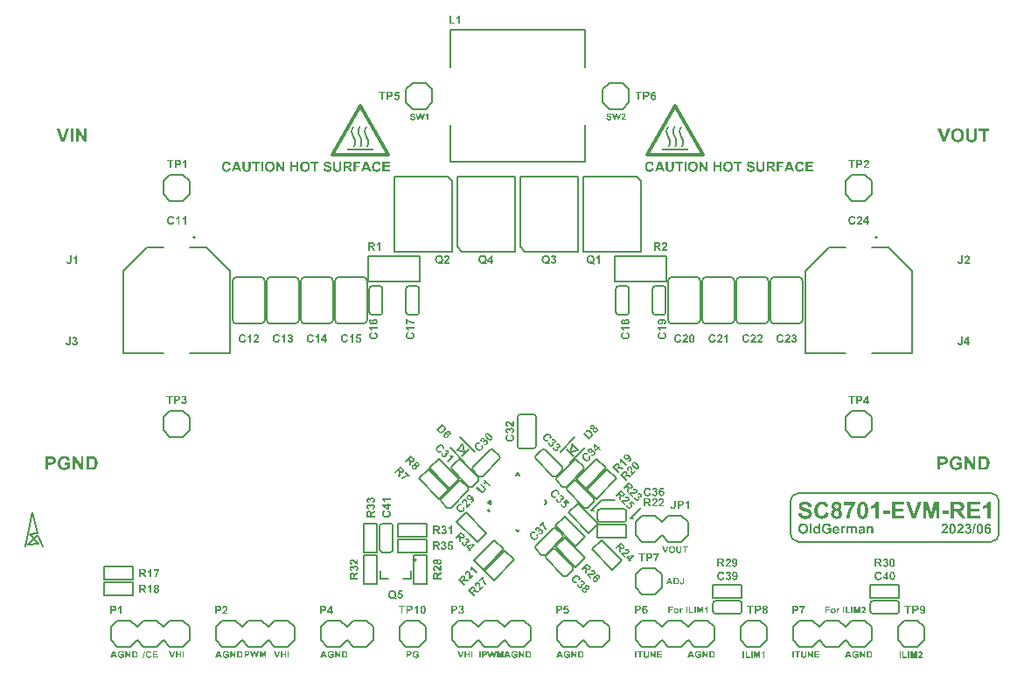
<source format=gto>
G04*
G04 #@! TF.GenerationSoftware,Altium Limited,Altium Designer,23.3.1 (30)*
G04*
G04 Layer_Color=65535*
%FSLAX44Y44*%
%MOMM*%
G71*
G04*
G04 #@! TF.SameCoordinates,5E62E50F-23D3-44DB-91C1-88114AFB7521*
G04*
G04*
G04 #@! TF.FilePolarity,Positive*
G04*
G01*
G75*
%ADD10C,0.2000*%
%ADD11C,0.1524*%
%ADD12C,0.1270*%
%ADD13C,0.2500*%
%ADD14C,0.2032*%
%ADD15C,0.3556*%
G04:AMPARAMS|DCode=16|XSize=0.2mm|YSize=1mm|CornerRadius=0mm|HoleSize=0mm|Usage=FLASHONLY|Rotation=45.000|XOffset=0mm|YOffset=0mm|HoleType=Round|Shape=Rectangle|*
%AMROTATEDRECTD16*
4,1,4,0.2828,-0.4243,-0.4243,0.2828,-0.2828,0.4243,0.4243,-0.2828,0.2828,-0.4243,0.0*
%
%ADD16ROTATEDRECTD16*%

G04:AMPARAMS|DCode=17|XSize=0.2mm|YSize=1mm|CornerRadius=0mm|HoleSize=0mm|Usage=FLASHONLY|Rotation=135.000|XOffset=0mm|YOffset=0mm|HoleType=Round|Shape=Rectangle|*
%AMROTATEDRECTD17*
4,1,4,0.4243,0.2828,-0.2828,-0.4243,-0.4243,-0.2828,0.2828,0.4243,0.4243,0.2828,0.0*
%
%ADD17ROTATEDRECTD17*%

G36*
X708623Y571982D02*
X708877D01*
Y571728D01*
X709131D01*
Y571474D01*
Y571220D01*
X708877D01*
Y570966D01*
Y570712D01*
X708623D01*
Y570458D01*
X708369D01*
Y570204D01*
Y569950D01*
Y569696D01*
X708115D01*
Y569442D01*
Y569188D01*
Y568934D01*
X707861D01*
Y568680D01*
Y568426D01*
Y568172D01*
Y567918D01*
Y567664D01*
Y567410D01*
Y567156D01*
Y566902D01*
Y566648D01*
Y566394D01*
Y566140D01*
Y565886D01*
Y565632D01*
X708115D01*
Y565378D01*
Y565124D01*
Y564870D01*
X708369D01*
Y564616D01*
Y564362D01*
Y564108D01*
X708623D01*
Y563854D01*
Y563600D01*
X708877D01*
Y563346D01*
Y563092D01*
X709131D01*
Y562838D01*
Y562584D01*
X709385D01*
Y562330D01*
Y562076D01*
X709639D01*
Y561822D01*
Y561568D01*
X709893D01*
Y561314D01*
Y561060D01*
Y560806D01*
X710147D01*
Y560552D01*
Y560298D01*
X710401D01*
Y560044D01*
Y559790D01*
Y559536D01*
X710655D01*
Y559282D01*
Y559028D01*
Y558774D01*
X710909D01*
Y558520D01*
Y558266D01*
Y558012D01*
Y557758D01*
Y557504D01*
Y557250D01*
Y556996D01*
Y556742D01*
Y556488D01*
Y556234D01*
Y555980D01*
Y555726D01*
Y555472D01*
Y555218D01*
X710655D01*
Y554964D01*
Y554710D01*
Y554456D01*
Y554202D01*
X710401D01*
Y553948D01*
Y553694D01*
X710147D01*
Y553440D01*
Y553186D01*
X709893D01*
Y552932D01*
Y552678D01*
X709639D01*
Y552424D01*
X709004D01*
Y552170D01*
X708242D01*
Y552424D01*
X707988D01*
Y552678D01*
X708242D01*
Y552932D01*
Y553186D01*
X708496D01*
Y553440D01*
Y553694D01*
X708750D01*
Y553948D01*
Y554202D01*
X709004D01*
Y554456D01*
Y554710D01*
Y554964D01*
X709258D01*
Y555218D01*
Y555472D01*
Y555726D01*
Y555980D01*
Y556234D01*
Y556488D01*
Y556742D01*
Y556996D01*
Y557250D01*
Y557504D01*
Y557758D01*
Y558012D01*
Y558266D01*
Y558520D01*
X709004D01*
Y558774D01*
Y559028D01*
Y559282D01*
X708750D01*
Y559536D01*
Y559790D01*
Y560044D01*
X708496D01*
Y560298D01*
Y560552D01*
X708242D01*
Y560806D01*
Y561060D01*
X707988D01*
Y561314D01*
Y561568D01*
X707734D01*
Y561822D01*
Y562076D01*
X707480D01*
Y562330D01*
Y562584D01*
X707226D01*
Y562838D01*
Y563092D01*
Y563346D01*
X706972D01*
Y563600D01*
Y563854D01*
X706718D01*
Y564108D01*
Y564362D01*
Y564616D01*
X706464D01*
Y564870D01*
Y565124D01*
Y565378D01*
Y565632D01*
X706210D01*
Y565886D01*
Y566140D01*
Y566394D01*
Y566648D01*
Y566902D01*
Y567156D01*
Y567410D01*
Y567664D01*
Y567918D01*
Y568172D01*
Y568426D01*
Y568680D01*
X706464D01*
Y568934D01*
Y569188D01*
Y569442D01*
Y569696D01*
X706718D01*
Y569950D01*
Y570204D01*
X706972D01*
Y570458D01*
Y570712D01*
X707226D01*
Y570966D01*
Y571220D01*
X707480D01*
Y571474D01*
X707734D01*
Y571728D01*
Y571982D01*
X707988D01*
Y571728D01*
X708369D01*
Y571982D01*
Y572236D01*
X708623D01*
Y571982D01*
D02*
G37*
G36*
X702273D02*
X702527D01*
Y571728D01*
X702781D01*
Y571474D01*
Y571220D01*
X702527D01*
Y570966D01*
Y570712D01*
X702273D01*
Y570458D01*
X702019D01*
Y570204D01*
Y569950D01*
Y569696D01*
X701765D01*
Y569442D01*
Y569188D01*
Y568934D01*
X701511D01*
Y568680D01*
Y568426D01*
Y568172D01*
Y567918D01*
Y567664D01*
Y567410D01*
Y567156D01*
Y566902D01*
Y566648D01*
Y566394D01*
Y566140D01*
Y565886D01*
Y565632D01*
X701765D01*
Y565378D01*
Y565124D01*
Y564870D01*
X702019D01*
Y564616D01*
Y564362D01*
Y564108D01*
X702273D01*
Y563854D01*
Y563600D01*
X702527D01*
Y563346D01*
Y563092D01*
X702781D01*
Y562838D01*
Y562584D01*
X703035D01*
Y562330D01*
Y562076D01*
X703289D01*
Y561822D01*
Y561568D01*
X703543D01*
Y561314D01*
Y561060D01*
Y560806D01*
X703797D01*
Y560552D01*
Y560298D01*
X704051D01*
Y560044D01*
Y559790D01*
Y559536D01*
X704305D01*
Y559282D01*
Y559028D01*
Y558774D01*
X704559D01*
Y558520D01*
Y558266D01*
Y558012D01*
Y557758D01*
Y557504D01*
Y557250D01*
Y556996D01*
Y556742D01*
Y556488D01*
Y556234D01*
Y555980D01*
Y555726D01*
Y555472D01*
Y555218D01*
X704305D01*
Y554964D01*
Y554710D01*
Y554456D01*
Y554202D01*
X704051D01*
Y553948D01*
Y553694D01*
X703797D01*
Y553440D01*
Y553186D01*
X703543D01*
Y552932D01*
Y552678D01*
X703289D01*
Y552424D01*
X702654D01*
Y552170D01*
X701892D01*
Y552424D01*
X701638D01*
Y552678D01*
X701892D01*
Y552932D01*
Y553186D01*
X702146D01*
Y553440D01*
Y553694D01*
X702400D01*
Y553948D01*
Y554202D01*
X702654D01*
Y554456D01*
Y554710D01*
Y554964D01*
X702908D01*
Y555218D01*
Y555472D01*
Y555726D01*
Y555980D01*
Y556234D01*
Y556488D01*
Y556742D01*
Y556996D01*
Y557250D01*
Y557504D01*
Y557758D01*
Y558012D01*
Y558266D01*
Y558520D01*
X702654D01*
Y558774D01*
Y559028D01*
Y559282D01*
X702400D01*
Y559536D01*
Y559790D01*
Y560044D01*
X702146D01*
Y560298D01*
Y560552D01*
X701892D01*
Y560806D01*
Y561060D01*
X701638D01*
Y561314D01*
Y561568D01*
X701384D01*
Y561822D01*
Y562076D01*
X701130D01*
Y562330D01*
Y562584D01*
X700876D01*
Y562838D01*
Y563092D01*
Y563346D01*
X700622D01*
Y563600D01*
Y563854D01*
X700368D01*
Y564108D01*
Y564362D01*
Y564616D01*
X700114D01*
Y564870D01*
Y565124D01*
Y565378D01*
Y565632D01*
X699860D01*
Y565886D01*
Y566140D01*
Y566394D01*
Y566648D01*
Y566902D01*
Y567156D01*
Y567410D01*
Y567664D01*
Y567918D01*
Y568172D01*
Y568426D01*
Y568680D01*
X700114D01*
Y568934D01*
Y569188D01*
Y569442D01*
Y569696D01*
X700368D01*
Y569950D01*
Y570204D01*
X700622D01*
Y570458D01*
Y570712D01*
X700876D01*
Y570966D01*
Y571220D01*
X701130D01*
Y571474D01*
X701384D01*
Y571728D01*
Y571982D01*
X701638D01*
Y571728D01*
X702019D01*
Y571982D01*
Y572236D01*
X702273D01*
Y571982D01*
D02*
G37*
G36*
X695923D02*
X696177D01*
Y571728D01*
X696431D01*
Y571474D01*
Y571220D01*
X696177D01*
Y570966D01*
Y570712D01*
X695923D01*
Y570458D01*
X695669D01*
Y570204D01*
Y569950D01*
Y569696D01*
X695415D01*
Y569442D01*
Y569188D01*
Y568934D01*
X695161D01*
Y568680D01*
Y568426D01*
Y568172D01*
Y567918D01*
Y567664D01*
Y567410D01*
Y567156D01*
Y566902D01*
Y566648D01*
Y566394D01*
Y566140D01*
Y565886D01*
Y565632D01*
X695415D01*
Y565378D01*
Y565124D01*
Y564870D01*
X695669D01*
Y564616D01*
Y564362D01*
Y564108D01*
X695923D01*
Y563854D01*
Y563600D01*
X696177D01*
Y563346D01*
Y563092D01*
X696431D01*
Y562838D01*
Y562584D01*
X696685D01*
Y562330D01*
Y562076D01*
X696939D01*
Y561822D01*
Y561568D01*
X697193D01*
Y561314D01*
Y561060D01*
Y560806D01*
X697447D01*
Y560552D01*
Y560298D01*
X697701D01*
Y560044D01*
Y559790D01*
Y559536D01*
X697955D01*
Y559282D01*
Y559028D01*
Y558774D01*
X698209D01*
Y558520D01*
Y558266D01*
Y558012D01*
Y557758D01*
Y557504D01*
Y557250D01*
Y556996D01*
Y556742D01*
Y556488D01*
Y556234D01*
Y555980D01*
Y555726D01*
Y555472D01*
Y555218D01*
X697955D01*
Y554964D01*
Y554710D01*
Y554456D01*
Y554202D01*
X697701D01*
Y553948D01*
Y553694D01*
X697447D01*
Y553440D01*
Y553186D01*
X697193D01*
Y552932D01*
Y552678D01*
X696939D01*
Y552424D01*
X696304D01*
Y552170D01*
X695542D01*
Y552424D01*
X695288D01*
Y552678D01*
X695542D01*
Y552932D01*
Y553186D01*
X695796D01*
Y553440D01*
Y553694D01*
X696050D01*
Y553948D01*
Y554202D01*
X696304D01*
Y554456D01*
Y554710D01*
Y554964D01*
X696558D01*
Y555218D01*
Y555472D01*
Y555726D01*
Y555980D01*
Y556234D01*
Y556488D01*
Y556742D01*
Y556996D01*
Y557250D01*
Y557504D01*
Y557758D01*
Y558012D01*
Y558266D01*
Y558520D01*
X696304D01*
Y558774D01*
Y559028D01*
Y559282D01*
X696050D01*
Y559536D01*
Y559790D01*
Y560044D01*
X695796D01*
Y560298D01*
Y560552D01*
X695542D01*
Y560806D01*
Y561060D01*
X695288D01*
Y561314D01*
Y561568D01*
X695034D01*
Y561822D01*
Y562076D01*
X694780D01*
Y562330D01*
Y562584D01*
X694526D01*
Y562838D01*
Y563092D01*
Y563346D01*
X694272D01*
Y563600D01*
Y563854D01*
X694018D01*
Y564108D01*
Y564362D01*
Y564616D01*
X693764D01*
Y564870D01*
Y565124D01*
Y565378D01*
Y565632D01*
X693510D01*
Y565886D01*
Y566140D01*
Y566394D01*
Y566648D01*
Y566902D01*
Y567156D01*
Y567410D01*
Y567664D01*
Y567918D01*
Y568172D01*
Y568426D01*
Y568680D01*
X693764D01*
Y568934D01*
Y569188D01*
Y569442D01*
Y569696D01*
X694018D01*
Y569950D01*
Y570204D01*
X694272D01*
Y570458D01*
Y570712D01*
X694526D01*
Y570966D01*
Y571220D01*
X694780D01*
Y571474D01*
X695034D01*
Y571728D01*
Y571982D01*
X695288D01*
Y571728D01*
X695669D01*
Y571982D01*
Y572236D01*
X695923D01*
Y571982D01*
D02*
G37*
G36*
X403823D02*
X404077D01*
Y571728D01*
X404331D01*
Y571474D01*
Y571220D01*
X404077D01*
Y570966D01*
Y570712D01*
X403823D01*
Y570458D01*
X403569D01*
Y570204D01*
Y569950D01*
Y569696D01*
X403315D01*
Y569442D01*
Y569188D01*
Y568934D01*
X403061D01*
Y568680D01*
Y568426D01*
Y568172D01*
Y567918D01*
Y567664D01*
Y567410D01*
Y567156D01*
Y566902D01*
Y566648D01*
Y566394D01*
Y566140D01*
Y565886D01*
Y565632D01*
X403315D01*
Y565378D01*
Y565124D01*
Y564870D01*
X403569D01*
Y564616D01*
Y564362D01*
Y564108D01*
X403823D01*
Y563854D01*
Y563600D01*
X404077D01*
Y563346D01*
Y563092D01*
X404331D01*
Y562838D01*
Y562584D01*
X404585D01*
Y562330D01*
Y562076D01*
X404839D01*
Y561822D01*
Y561568D01*
X405093D01*
Y561314D01*
Y561060D01*
Y560806D01*
X405347D01*
Y560552D01*
Y560298D01*
X405601D01*
Y560044D01*
Y559790D01*
Y559536D01*
X405855D01*
Y559282D01*
Y559028D01*
Y558774D01*
X406109D01*
Y558520D01*
Y558266D01*
Y558012D01*
Y557758D01*
Y557504D01*
Y557250D01*
Y556996D01*
Y556742D01*
Y556488D01*
Y556234D01*
Y555980D01*
Y555726D01*
Y555472D01*
Y555218D01*
X405855D01*
Y554964D01*
Y554710D01*
Y554456D01*
Y554202D01*
X405601D01*
Y553948D01*
Y553694D01*
X405347D01*
Y553440D01*
Y553186D01*
X405093D01*
Y552932D01*
Y552678D01*
X404839D01*
Y552424D01*
X404204D01*
Y552170D01*
X403442D01*
Y552424D01*
X403188D01*
Y552678D01*
X403442D01*
Y552932D01*
Y553186D01*
X403696D01*
Y553440D01*
Y553694D01*
X403950D01*
Y553948D01*
Y554202D01*
X404204D01*
Y554456D01*
Y554710D01*
Y554964D01*
X404458D01*
Y555218D01*
Y555472D01*
Y555726D01*
Y555980D01*
Y556234D01*
Y556488D01*
Y556742D01*
Y556996D01*
Y557250D01*
Y557504D01*
Y557758D01*
Y558012D01*
Y558266D01*
Y558520D01*
X404204D01*
Y558774D01*
Y559028D01*
Y559282D01*
X403950D01*
Y559536D01*
Y559790D01*
Y560044D01*
X403696D01*
Y560298D01*
Y560552D01*
X403442D01*
Y560806D01*
Y561060D01*
X403188D01*
Y561314D01*
Y561568D01*
X402934D01*
Y561822D01*
Y562076D01*
X402680D01*
Y562330D01*
Y562584D01*
X402426D01*
Y562838D01*
Y563092D01*
Y563346D01*
X402172D01*
Y563600D01*
Y563854D01*
X401918D01*
Y564108D01*
Y564362D01*
Y564616D01*
X401664D01*
Y564870D01*
Y565124D01*
Y565378D01*
Y565632D01*
X401410D01*
Y565886D01*
Y566140D01*
Y566394D01*
Y566648D01*
Y566902D01*
Y567156D01*
Y567410D01*
Y567664D01*
Y567918D01*
Y568172D01*
Y568426D01*
Y568680D01*
X401664D01*
Y568934D01*
Y569188D01*
Y569442D01*
Y569696D01*
X401918D01*
Y569950D01*
Y570204D01*
X402172D01*
Y570458D01*
Y570712D01*
X402426D01*
Y570966D01*
Y571220D01*
X402680D01*
Y571474D01*
X402934D01*
Y571728D01*
Y571982D01*
X403188D01*
Y571728D01*
X403569D01*
Y571982D01*
Y572236D01*
X403823D01*
Y571982D01*
D02*
G37*
G36*
X397473D02*
X397727D01*
Y571728D01*
X397981D01*
Y571474D01*
Y571220D01*
X397727D01*
Y570966D01*
Y570712D01*
X397473D01*
Y570458D01*
X397219D01*
Y570204D01*
Y569950D01*
Y569696D01*
X396965D01*
Y569442D01*
Y569188D01*
Y568934D01*
X396711D01*
Y568680D01*
Y568426D01*
Y568172D01*
Y567918D01*
Y567664D01*
Y567410D01*
Y567156D01*
Y566902D01*
Y566648D01*
Y566394D01*
Y566140D01*
Y565886D01*
Y565632D01*
X396965D01*
Y565378D01*
Y565124D01*
Y564870D01*
X397219D01*
Y564616D01*
Y564362D01*
Y564108D01*
X397473D01*
Y563854D01*
Y563600D01*
X397727D01*
Y563346D01*
Y563092D01*
X397981D01*
Y562838D01*
Y562584D01*
X398235D01*
Y562330D01*
Y562076D01*
X398489D01*
Y561822D01*
Y561568D01*
X398743D01*
Y561314D01*
Y561060D01*
Y560806D01*
X398997D01*
Y560552D01*
Y560298D01*
X399251D01*
Y560044D01*
Y559790D01*
Y559536D01*
X399505D01*
Y559282D01*
Y559028D01*
Y558774D01*
X399759D01*
Y558520D01*
Y558266D01*
Y558012D01*
Y557758D01*
Y557504D01*
Y557250D01*
Y556996D01*
Y556742D01*
Y556488D01*
Y556234D01*
Y555980D01*
Y555726D01*
Y555472D01*
Y555218D01*
X399505D01*
Y554964D01*
Y554710D01*
Y554456D01*
Y554202D01*
X399251D01*
Y553948D01*
Y553694D01*
X398997D01*
Y553440D01*
Y553186D01*
X398743D01*
Y552932D01*
Y552678D01*
X398489D01*
Y552424D01*
X397854D01*
Y552170D01*
X397092D01*
Y552424D01*
X396838D01*
Y552678D01*
X397092D01*
Y552932D01*
Y553186D01*
X397346D01*
Y553440D01*
Y553694D01*
X397600D01*
Y553948D01*
Y554202D01*
X397854D01*
Y554456D01*
Y554710D01*
Y554964D01*
X398108D01*
Y555218D01*
Y555472D01*
Y555726D01*
Y555980D01*
Y556234D01*
Y556488D01*
Y556742D01*
Y556996D01*
Y557250D01*
Y557504D01*
Y557758D01*
Y558012D01*
Y558266D01*
Y558520D01*
X397854D01*
Y558774D01*
Y559028D01*
Y559282D01*
X397600D01*
Y559536D01*
Y559790D01*
Y560044D01*
X397346D01*
Y560298D01*
Y560552D01*
X397092D01*
Y560806D01*
Y561060D01*
X396838D01*
Y561314D01*
Y561568D01*
X396584D01*
Y561822D01*
Y562076D01*
X396330D01*
Y562330D01*
Y562584D01*
X396076D01*
Y562838D01*
Y563092D01*
Y563346D01*
X395822D01*
Y563600D01*
Y563854D01*
X395568D01*
Y564108D01*
Y564362D01*
Y564616D01*
X395314D01*
Y564870D01*
Y565124D01*
Y565378D01*
Y565632D01*
X395060D01*
Y565886D01*
Y566140D01*
Y566394D01*
Y566648D01*
Y566902D01*
Y567156D01*
Y567410D01*
Y567664D01*
Y567918D01*
Y568172D01*
Y568426D01*
Y568680D01*
X395314D01*
Y568934D01*
Y569188D01*
Y569442D01*
Y569696D01*
X395568D01*
Y569950D01*
Y570204D01*
X395822D01*
Y570458D01*
Y570712D01*
X396076D01*
Y570966D01*
Y571220D01*
X396330D01*
Y571474D01*
X396584D01*
Y571728D01*
Y571982D01*
X396838D01*
Y571728D01*
X397219D01*
Y571982D01*
Y572236D01*
X397473D01*
Y571982D01*
D02*
G37*
G36*
X391123D02*
X391377D01*
Y571728D01*
X391631D01*
Y571474D01*
Y571220D01*
X391377D01*
Y570966D01*
Y570712D01*
X391123D01*
Y570458D01*
X390869D01*
Y570204D01*
Y569950D01*
Y569696D01*
X390615D01*
Y569442D01*
Y569188D01*
Y568934D01*
X390361D01*
Y568680D01*
Y568426D01*
Y568172D01*
Y567918D01*
Y567664D01*
Y567410D01*
Y567156D01*
Y566902D01*
Y566648D01*
Y566394D01*
Y566140D01*
Y565886D01*
Y565632D01*
X390615D01*
Y565378D01*
Y565124D01*
Y564870D01*
X390869D01*
Y564616D01*
Y564362D01*
Y564108D01*
X391123D01*
Y563854D01*
Y563600D01*
X391377D01*
Y563346D01*
Y563092D01*
X391631D01*
Y562838D01*
Y562584D01*
X391885D01*
Y562330D01*
Y562076D01*
X392139D01*
Y561822D01*
Y561568D01*
X392393D01*
Y561314D01*
Y561060D01*
Y560806D01*
X392647D01*
Y560552D01*
Y560298D01*
X392901D01*
Y560044D01*
Y559790D01*
Y559536D01*
X393155D01*
Y559282D01*
Y559028D01*
Y558774D01*
X393409D01*
Y558520D01*
Y558266D01*
Y558012D01*
Y557758D01*
Y557504D01*
Y557250D01*
Y556996D01*
Y556742D01*
Y556488D01*
Y556234D01*
Y555980D01*
Y555726D01*
Y555472D01*
Y555218D01*
X393155D01*
Y554964D01*
Y554710D01*
Y554456D01*
Y554202D01*
X392901D01*
Y553948D01*
Y553694D01*
X392647D01*
Y553440D01*
Y553186D01*
X392393D01*
Y552932D01*
Y552678D01*
X392139D01*
Y552424D01*
X391504D01*
Y552170D01*
X390742D01*
Y552424D01*
X390488D01*
Y552678D01*
X390742D01*
Y552932D01*
Y553186D01*
X390996D01*
Y553440D01*
Y553694D01*
X391250D01*
Y553948D01*
Y554202D01*
X391504D01*
Y554456D01*
Y554710D01*
Y554964D01*
X391758D01*
Y555218D01*
Y555472D01*
Y555726D01*
Y555980D01*
Y556234D01*
Y556488D01*
Y556742D01*
Y556996D01*
Y557250D01*
Y557504D01*
Y557758D01*
Y558012D01*
Y558266D01*
Y558520D01*
X391504D01*
Y558774D01*
Y559028D01*
Y559282D01*
X391250D01*
Y559536D01*
Y559790D01*
Y560044D01*
X390996D01*
Y560298D01*
Y560552D01*
X390742D01*
Y560806D01*
Y561060D01*
X390488D01*
Y561314D01*
Y561568D01*
X390234D01*
Y561822D01*
Y562076D01*
X389980D01*
Y562330D01*
Y562584D01*
X389726D01*
Y562838D01*
Y563092D01*
Y563346D01*
X389472D01*
Y563600D01*
Y563854D01*
X389218D01*
Y564108D01*
Y564362D01*
Y564616D01*
X388964D01*
Y564870D01*
Y565124D01*
Y565378D01*
Y565632D01*
X388710D01*
Y565886D01*
Y566140D01*
Y566394D01*
Y566648D01*
Y566902D01*
Y567156D01*
Y567410D01*
Y567664D01*
Y567918D01*
Y568172D01*
Y568426D01*
Y568680D01*
X388964D01*
Y568934D01*
Y569188D01*
Y569442D01*
Y569696D01*
X389218D01*
Y569950D01*
Y570204D01*
X389472D01*
Y570458D01*
Y570712D01*
X389726D01*
Y570966D01*
Y571220D01*
X389980D01*
Y571474D01*
X390234D01*
Y571728D01*
Y571982D01*
X390488D01*
Y571728D01*
X390869D01*
Y571982D01*
Y572236D01*
X391123D01*
Y571982D01*
D02*
G37*
G36*
X715100Y548614D02*
X689700D01*
Y550392D01*
X715100D01*
Y548614D01*
D02*
G37*
G36*
X410300D02*
X384900D01*
Y550392D01*
X410300D01*
Y548614D01*
D02*
G37*
G36*
X523660Y209945D02*
X524047Y209558D01*
X524466Y208547D01*
X524466Y207453D01*
X524047Y206442D01*
X523660Y206056D01*
X521716Y208000D01*
X523660Y209945D01*
Y209945D01*
D02*
G37*
G36*
X132621Y557094D02*
X129999D01*
X124727Y565637D01*
Y557094D01*
X122302D01*
Y570106D01*
X124840D01*
X130197Y561366D01*
Y570106D01*
X132621D01*
Y557094D01*
D02*
G37*
G36*
X111236D02*
X108417D01*
X103779Y570106D01*
X106612D01*
X109911Y560477D01*
X113097Y570106D01*
X115888D01*
X111236Y557094D01*
D02*
G37*
G36*
X119765D02*
X117143D01*
Y570106D01*
X119765D01*
Y557094D01*
D02*
G37*
G36*
X524004Y224599D02*
X522901Y223496D01*
X518756Y227640D01*
Y227628D01*
Y227590D01*
X518750Y227522D01*
X518744Y227441D01*
X518731Y227341D01*
X518713Y227210D01*
X518700Y227073D01*
X518669Y226917D01*
X518638Y226749D01*
X518600Y226574D01*
X518550Y226387D01*
X518494Y226194D01*
X518432Y225995D01*
X518351Y225789D01*
X518264Y225590D01*
X518170Y225384D01*
X517167Y226387D01*
X517173Y226394D01*
X517179Y226412D01*
X517198Y226443D01*
X517217Y226487D01*
X517242Y226549D01*
X517267Y226612D01*
X517298Y226693D01*
X517329Y226786D01*
X517397Y226992D01*
X517460Y227241D01*
X517522Y227528D01*
X517572Y227852D01*
Y227864D01*
X517578Y227896D01*
X517584Y227939D01*
Y228001D01*
X517591Y228083D01*
X517584Y228176D01*
Y228276D01*
X517578Y228394D01*
X517560Y228650D01*
X517516Y228918D01*
X517447Y229198D01*
X517397Y229335D01*
X517335Y229472D01*
X518233Y230370D01*
X524004Y224599D01*
D02*
G37*
G36*
X517479Y223521D02*
X517491Y223508D01*
X517522Y223477D01*
X517578Y223421D01*
X517647Y223352D01*
X517734Y223265D01*
X517821Y223165D01*
X517927Y223059D01*
X518040Y222935D01*
X518264Y222685D01*
X518488Y222424D01*
X518594Y222293D01*
X518688Y222174D01*
X518775Y222062D01*
X518843Y221956D01*
X518850Y221950D01*
X518856Y221931D01*
X518875Y221900D01*
X518893Y221869D01*
X518918Y221819D01*
X518949Y221763D01*
X519012Y221626D01*
X519086Y221464D01*
X519143Y221283D01*
X519186Y221090D01*
X519217Y220884D01*
X519224Y220878D01*
X519217Y220859D01*
X519224Y220791D01*
X519217Y220685D01*
X519211Y220541D01*
X519186Y220367D01*
X519149Y220180D01*
X519093Y219962D01*
X519012Y219744D01*
X519006Y219737D01*
X518999Y219719D01*
X518987Y219681D01*
X518962Y219644D01*
X518931Y219588D01*
X518899Y219519D01*
X518850Y219445D01*
X518800Y219357D01*
X518744Y219264D01*
X518675Y219170D01*
X518594Y219064D01*
X518519Y218952D01*
X518420Y218840D01*
X518320Y218715D01*
X518208Y218591D01*
X518002Y218385D01*
X517940Y218335D01*
X517871Y218267D01*
X517790Y218198D01*
X517697Y218117D01*
X517597Y218030D01*
X517373Y217843D01*
X517130Y217675D01*
X516886Y217519D01*
X516762Y217456D01*
X516650Y217407D01*
X516643Y217400D01*
X516625Y217394D01*
X516587Y217382D01*
X516544Y217375D01*
X516488Y217357D01*
X516425Y217332D01*
X516269Y217301D01*
X516095Y217263D01*
X515902Y217232D01*
X515690Y217220D01*
X515484Y217226D01*
X515478Y217232D01*
X515459Y217226D01*
X515428Y217232D01*
X515391Y217244D01*
X515291Y217257D01*
X515160Y217288D01*
X515004Y217332D01*
X514842Y217382D01*
X514680Y217456D01*
X514518Y217544D01*
X514512Y217550D01*
X514487Y217562D01*
X514456Y217581D01*
X514406Y217619D01*
X514350Y217662D01*
X514275Y217712D01*
X514194Y217780D01*
X514094Y217855D01*
X513988Y217936D01*
X513870Y218042D01*
X513739Y218148D01*
X513602Y218273D01*
X513452Y218410D01*
X513297Y218553D01*
X513122Y218715D01*
X512948Y218890D01*
X509869Y221969D01*
X511028Y223128D01*
X514151Y220005D01*
X514157Y219999D01*
X514182Y219974D01*
X514219Y219937D01*
X514269Y219887D01*
X514331Y219825D01*
X514400Y219756D01*
X514481Y219688D01*
X514556Y219613D01*
X514724Y219445D01*
X514892Y219301D01*
X514967Y219226D01*
X515036Y219170D01*
X515098Y219121D01*
X515154Y219077D01*
X515160Y219071D01*
X515173D01*
X515191Y219052D01*
X515229Y219039D01*
X515316Y218990D01*
X515434Y218946D01*
X515565Y218902D01*
X515721Y218871D01*
X515896Y218859D01*
X516076Y218865D01*
X516082Y218871D01*
X516095D01*
X516126Y218877D01*
X516157Y218884D01*
X516257Y218909D01*
X516382Y218958D01*
X516531Y219033D01*
X516699Y219127D01*
X516874Y219251D01*
X517055Y219420D01*
X517105Y219470D01*
X517130Y219507D01*
X517173Y219550D01*
X517211Y219600D01*
X517310Y219725D01*
X517404Y219868D01*
X517491Y220030D01*
X517566Y220192D01*
X517603Y220367D01*
X517609Y220386D01*
X517603Y220442D01*
Y220529D01*
X517597Y220635D01*
X517578Y220753D01*
X517541Y220890D01*
X517491Y221028D01*
X517410Y221158D01*
X517404Y221165D01*
X517397Y221171D01*
X517385Y221196D01*
X517360Y221221D01*
X517329Y221264D01*
X517298Y221308D01*
X517254Y221364D01*
X517204Y221426D01*
X517142Y221489D01*
X517074Y221570D01*
X516999Y221657D01*
X516918Y221751D01*
X516818Y221850D01*
X516718Y221962D01*
X516606Y222075D01*
X516481Y222199D01*
X513290Y225390D01*
X514450Y226549D01*
X517479Y223521D01*
D02*
G37*
G36*
X503410Y215384D02*
X503422D01*
X503466Y215377D01*
X503535Y215359D01*
X503628Y215340D01*
X503746Y215309D01*
X503890Y215265D01*
X504046Y215209D01*
X504220Y215134D01*
X504420Y215035D01*
X504638Y214929D01*
X504862Y214792D01*
X505111Y214629D01*
X505367Y214449D01*
X505629Y214237D01*
X505909Y213994D01*
X506196Y213720D01*
X506202Y213713D01*
X506214Y213701D01*
X506233Y213682D01*
X506264Y213651D01*
X506302Y213614D01*
X506339Y213564D01*
X506389Y213514D01*
X506445Y213458D01*
X506563Y213314D01*
X506701Y213152D01*
X506844Y212972D01*
X506993Y212772D01*
X507149Y212554D01*
X507299Y212330D01*
X507442Y212087D01*
X507573Y211844D01*
X507691Y211600D01*
X507779Y211351D01*
X507847Y211108D01*
X507885Y210859D01*
Y210846D01*
X507891Y210803D01*
X507885Y210734D01*
Y210647D01*
Y210535D01*
X507866Y210404D01*
X507854Y210254D01*
X507822Y210099D01*
X507785Y209937D01*
X507735Y209750D01*
X507667Y209569D01*
X507579Y209382D01*
X507486Y209189D01*
X507367Y209008D01*
X507224Y208815D01*
X507062Y208640D01*
X507000Y208578D01*
X506944Y208534D01*
X506881Y208484D01*
X506806Y208422D01*
X506719Y208360D01*
X506632Y208297D01*
X506414Y208167D01*
X506289Y208104D01*
X506171Y208048D01*
X506034Y207998D01*
X505903Y207955D01*
X505760Y207924D01*
X505616Y207905D01*
X505479D01*
X505410Y207911D01*
X505323Y207924D01*
X505236Y207936D01*
X505124Y207961D01*
X505012Y207986D01*
X504887Y208023D01*
X504750Y208061D01*
X504613Y208123D01*
X504463Y208185D01*
X504320Y208266D01*
X504164Y208360D01*
X504008Y208466D01*
X504955Y209650D01*
X504962Y209644D01*
X504968Y209637D01*
X504993Y209625D01*
X505018Y209600D01*
X505086Y209556D01*
X505180Y209500D01*
X505280Y209450D01*
X505398Y209407D01*
X505516Y209376D01*
X505641Y209363D01*
X505653D01*
X505697Y209369D01*
X505760Y209382D01*
X505834Y209407D01*
X505928Y209438D01*
X506027Y209488D01*
X506127Y209550D01*
X506233Y209644D01*
X506264Y209675D01*
X506283Y209706D01*
X506333Y209781D01*
X506395Y209880D01*
X506445Y210005D01*
X506489Y210161D01*
X506495Y210242D01*
X506501Y210335D01*
X506507Y210429D01*
X506495Y210529D01*
X506489Y210535D01*
X506495Y210553D01*
X506482Y210591D01*
X506470Y210628D01*
X506451Y210684D01*
X506426Y210759D01*
X506389Y210846D01*
X506345Y210940D01*
X506289Y211046D01*
X506221Y211164D01*
X506140Y211295D01*
X506046Y211439D01*
X505934Y211600D01*
X505809Y211763D01*
X505666Y211943D01*
X505498Y212136D01*
Y212124D01*
Y212099D01*
Y212049D01*
Y211987D01*
Y211912D01*
X505485Y211825D01*
X505473Y211725D01*
X505448Y211613D01*
X505429Y211495D01*
X505392Y211370D01*
X505348Y211252D01*
X505292Y211121D01*
X505224Y210990D01*
X505143Y210859D01*
X505049Y210741D01*
X504937Y210616D01*
X504906Y210585D01*
X504868Y210560D01*
X504818Y210510D01*
X504750Y210466D01*
X504675Y210404D01*
X504575Y210342D01*
X504476Y210279D01*
X504357Y210223D01*
X504233Y210161D01*
X504089Y210105D01*
X503946Y210061D01*
X503784Y210024D01*
X503616Y209993D01*
X503441Y209968D01*
X503242D01*
X503210Y209974D01*
X503154Y209980D01*
X503086Y209986D01*
X502992Y210005D01*
X502886Y210024D01*
X502768Y210055D01*
X502643Y210092D01*
X502500Y210136D01*
X502357Y210192D01*
X502201Y210261D01*
X502039Y210348D01*
X501877Y210448D01*
X501715Y210560D01*
X501559Y210691D01*
X501397Y210840D01*
X501384Y210853D01*
X501359Y210878D01*
X501316Y210934D01*
X501260Y210990D01*
X501197Y211077D01*
X501116Y211171D01*
X501042Y211283D01*
X500954Y211407D01*
X500880Y211544D01*
X500792Y211694D01*
X500718Y211856D01*
X500655Y212018D01*
X500599Y212199D01*
X500549Y212386D01*
X500518Y212567D01*
X500506Y212766D01*
Y212778D01*
Y212816D01*
X500512Y212872D01*
X500518Y212941D01*
X500524Y213034D01*
X500543Y213140D01*
X500568Y213265D01*
X500599Y213396D01*
X500636Y213533D01*
X500686Y213682D01*
X500755Y213838D01*
X500824Y213994D01*
X500923Y214156D01*
X501029Y214312D01*
X501148Y214467D01*
X501291Y214623D01*
X501328Y214661D01*
X501384Y214704D01*
X501447Y214754D01*
X501528Y214823D01*
X501634Y214891D01*
X501752Y214972D01*
X501889Y215047D01*
X502033Y215128D01*
X502195Y215190D01*
X502369Y215265D01*
X502556Y215315D01*
X502749Y215359D01*
X502961Y215384D01*
X503186Y215396D01*
X503410Y215384D01*
D02*
G37*
G36*
X494392Y206478D02*
X494467D01*
X494548Y206471D01*
X494641Y206453D01*
X494753Y206440D01*
X494872Y206409D01*
X494996Y206384D01*
X495133Y206347D01*
X495277Y206303D01*
X495426Y206241D01*
X495582Y206185D01*
X495744Y206110D01*
X495906Y206023D01*
X495034Y204602D01*
X495028Y204608D01*
X495009Y204614D01*
X494978Y204633D01*
X494940Y204658D01*
X494890Y204683D01*
X494828Y204708D01*
X494685Y204764D01*
X494516Y204820D01*
X494323Y204863D01*
X494118Y204882D01*
X493899Y204876D01*
X493875D01*
X493843Y204870D01*
X493800Y204863D01*
X493750Y204851D01*
X493694Y204832D01*
X493550Y204789D01*
X493382Y204720D01*
X493214Y204627D01*
X493033Y204508D01*
X492852Y204352D01*
X492790Y204290D01*
X492753Y204240D01*
X492703Y204178D01*
X492653Y204103D01*
X492597Y204022D01*
X492541Y203929D01*
X492485Y203823D01*
X492429Y203704D01*
X492379Y203580D01*
X492335Y203449D01*
X492304Y203305D01*
X492285Y203162D01*
X492267Y203006D01*
X492273Y202850D01*
Y202838D01*
Y202813D01*
X492285Y202763D01*
X492298Y202701D01*
X492316Y202620D01*
X492348Y202526D01*
X492385Y202414D01*
X492441Y202296D01*
X492497Y202165D01*
X492572Y202015D01*
X492659Y201866D01*
X492765Y201697D01*
X492890Y201523D01*
X493027Y201348D01*
X493189Y201161D01*
X493370Y200968D01*
X493382Y200956D01*
X493419Y200918D01*
X493476Y200862D01*
X493550Y200800D01*
X493650Y200713D01*
X493756Y200619D01*
X493881Y200520D01*
X494024Y200414D01*
X494323Y200202D01*
X494479Y200108D01*
X494647Y200015D01*
X494816Y199934D01*
X494984Y199878D01*
X495146Y199828D01*
X495308Y199803D01*
X495395D01*
X495451Y199797D01*
X495526Y199809D01*
X495607Y199815D01*
X495707Y199828D01*
X495813Y199846D01*
X495925Y199871D01*
X496050Y199909D01*
X496168Y199952D01*
X496293Y200015D01*
X496417Y200077D01*
X496548Y200158D01*
X496673Y200258D01*
X496791Y200364D01*
X496835Y200407D01*
X496860Y200445D01*
X496903Y200488D01*
X496935Y200544D01*
X497028Y200675D01*
X497115Y200837D01*
X497196Y201018D01*
X497252Y201224D01*
X497277Y201336D01*
X497290Y201448D01*
Y201461D01*
Y201473D01*
Y201511D01*
Y201560D01*
X497284Y201616D01*
X497277Y201685D01*
X497265Y201772D01*
X497252Y201859D01*
X497228Y201959D01*
X497202Y202071D01*
X497165Y202183D01*
X497122Y202314D01*
X497072Y202439D01*
X497009Y202576D01*
X496928Y202719D01*
X496847Y202863D01*
X498324Y203642D01*
X498337Y203629D01*
X498355Y203586D01*
X498387Y203530D01*
X498430Y203436D01*
X498474Y203330D01*
X498536Y203206D01*
X498592Y203062D01*
X498648Y202906D01*
X498704Y202738D01*
X498761Y202558D01*
X498804Y202364D01*
X498842Y202177D01*
X498873Y201972D01*
X498885Y201772D01*
Y201573D01*
X498867Y201367D01*
Y201355D01*
X498860Y201324D01*
X498848Y201261D01*
X498829Y201193D01*
X498804Y201093D01*
X498773Y200987D01*
X498736Y200862D01*
X498673Y200725D01*
X498617Y200582D01*
X498543Y200420D01*
X498455Y200258D01*
X498355Y200083D01*
X498237Y199915D01*
X498106Y199734D01*
X497957Y199560D01*
X497795Y199385D01*
X497745Y199335D01*
X497676Y199279D01*
X497589Y199205D01*
X497483Y199123D01*
X497352Y199030D01*
X497202Y198918D01*
X497028Y198818D01*
X496847Y198712D01*
X496635Y198612D01*
X496417Y198519D01*
X496187Y198438D01*
X495944Y198369D01*
X495682Y198319D01*
X495414Y198288D01*
X495133Y198282D01*
X495121D01*
X495065Y198288D01*
X494984Y198295D01*
X494878Y198313D01*
X494741Y198338D01*
X494585Y198369D01*
X494404Y198413D01*
X494205Y198475D01*
X493993Y198550D01*
X493762Y198644D01*
X493526Y198756D01*
X493276Y198893D01*
X493027Y199055D01*
X492771Y199236D01*
X492516Y199441D01*
X492260Y199684D01*
X492254Y199691D01*
X492242Y199703D01*
X492223Y199722D01*
X492198Y199747D01*
X492161Y199784D01*
X492129Y199828D01*
X492036Y199934D01*
X491930Y200065D01*
X491799Y200220D01*
X491668Y200401D01*
X491537Y200594D01*
X491394Y200812D01*
X491263Y201043D01*
X491132Y201286D01*
X491020Y201548D01*
X490920Y201810D01*
X490846Y202084D01*
X490789Y202364D01*
X490765Y202651D01*
Y202663D01*
Y202726D01*
Y202801D01*
X490777Y202913D01*
X490789Y203050D01*
X490808Y203206D01*
X490846Y203380D01*
X490889Y203573D01*
X490945Y203779D01*
X491020Y204003D01*
X491114Y204221D01*
X491226Y204458D01*
X491363Y204695D01*
X491519Y204938D01*
X491706Y205175D01*
X491917Y205399D01*
X491967Y205449D01*
X492024Y205493D01*
X492104Y205562D01*
X492198Y205643D01*
X492316Y205736D01*
X492453Y205836D01*
X492609Y205929D01*
X492771Y206029D01*
X492952Y206122D01*
X493145Y206216D01*
X493351Y206297D01*
X493563Y206372D01*
X493793Y206428D01*
X494018Y206465D01*
X494261Y206484D01*
X494336D01*
X494392Y206478D01*
D02*
G37*
G36*
X498854Y211164D02*
X498916D01*
X498997Y211158D01*
X499097Y211146D01*
X499203Y211127D01*
X499328Y211102D01*
X499446Y211071D01*
X499577Y211027D01*
X499714Y210977D01*
X499851Y210915D01*
X499995Y210834D01*
X500132Y210747D01*
X500263Y210641D01*
X500393Y210522D01*
X500400Y210516D01*
X500412Y210504D01*
X500431Y210485D01*
X500462Y210454D01*
X500487Y210416D01*
X500531Y210373D01*
X500612Y210267D01*
X500711Y210130D01*
X500811Y209980D01*
X500911Y209818D01*
X500992Y209637D01*
X500998Y209631D01*
Y209619D01*
X501017Y209587D01*
X501029Y209550D01*
X501042Y209500D01*
X501060Y209444D01*
X501110Y209307D01*
X501154Y209139D01*
X501204Y208939D01*
X501247Y208709D01*
X501285Y208459D01*
Y208435D01*
X501297Y208372D01*
Y208260D01*
X501310Y208111D01*
Y208011D01*
X501316Y207905D01*
X501310Y207786D01*
X501316Y207656D01*
X501310Y207512D01*
Y207350D01*
X501303Y207182D01*
X501297Y207001D01*
Y206989D01*
X501291Y206957D01*
Y206908D01*
Y206845D01*
X501285Y206764D01*
X501278Y206671D01*
X501272Y206465D01*
X501266Y206247D01*
Y206035D01*
Y205935D01*
Y205848D01*
X501272Y205767D01*
Y205705D01*
Y205692D01*
Y205655D01*
X501278Y205599D01*
X501285Y205530D01*
X501303Y205449D01*
X501316Y205362D01*
X501347Y205181D01*
X503541Y207375D01*
X504563Y206353D01*
X500699Y202489D01*
X500693Y202495D01*
X500680Y202520D01*
X500649Y202551D01*
X500612Y202601D01*
X500574Y202663D01*
X500524Y202738D01*
X500468Y202819D01*
X500412Y202913D01*
X500294Y203131D01*
X500175Y203386D01*
X500063Y203661D01*
X499976Y203960D01*
Y203972D01*
X499963Y203997D01*
X499957Y204053D01*
X499945Y204116D01*
X499932Y204203D01*
X499914Y204321D01*
X499901Y204446D01*
X499882Y204602D01*
X499864Y204770D01*
X499857Y204963D01*
X499839Y205181D01*
X499833Y205412D01*
X499826Y205667D01*
Y205954D01*
Y206253D01*
X499839Y206577D01*
Y206590D01*
Y206640D01*
Y206714D01*
X499845Y206808D01*
X499851Y206926D01*
Y207051D01*
Y207201D01*
Y207350D01*
X499857Y207668D01*
X499851Y207973D01*
X499845Y208104D01*
X499839Y208235D01*
X499826Y208347D01*
X499814Y208435D01*
X499808Y208441D01*
X499814Y208459D01*
X499801Y208484D01*
X499795Y208528D01*
X499764Y208634D01*
X499720Y208765D01*
X499658Y208902D01*
X499583Y209052D01*
X499484Y209201D01*
X499371Y209338D01*
X499365Y209345D01*
X499353Y209357D01*
X499334Y209376D01*
X499309Y209401D01*
X499234Y209450D01*
X499134Y209525D01*
X499022Y209587D01*
X498898Y209650D01*
X498754Y209694D01*
X498605Y209706D01*
X498592D01*
X498536Y209700D01*
X498461Y209687D01*
X498362Y209662D01*
X498243Y209619D01*
X498119Y209556D01*
X497988Y209475D01*
X497857Y209357D01*
X497801Y209301D01*
X497751Y209226D01*
X497682Y209133D01*
X497620Y209020D01*
X497564Y208890D01*
X497527Y208740D01*
X497514Y208590D01*
X497520Y208572D01*
Y208522D01*
X497539Y208441D01*
X497570Y208322D01*
X497626Y208192D01*
X497707Y208036D01*
X497820Y207861D01*
X497888Y207768D01*
X497969Y207674D01*
X496766Y206683D01*
X496754Y206696D01*
X496735Y206727D01*
X496692Y206783D01*
X496642Y206858D01*
X496579Y206945D01*
X496511Y207051D01*
X496442Y207169D01*
X496374Y207300D01*
X496305Y207444D01*
X496243Y207593D01*
X496180Y207755D01*
X496131Y207917D01*
X496087Y208085D01*
X496062Y208260D01*
X496056Y208428D01*
X496068Y208603D01*
Y208615D01*
X496074Y208646D01*
X496087Y208696D01*
X496099Y208759D01*
X496118Y208840D01*
X496149Y208933D01*
X496180Y209039D01*
X496224Y209158D01*
X496280Y209288D01*
X496336Y209419D01*
X496411Y209556D01*
X496498Y209706D01*
X496592Y209849D01*
X496704Y209999D01*
X496829Y210148D01*
X496966Y210298D01*
X497047Y210379D01*
X497115Y210435D01*
X497190Y210497D01*
X497284Y210566D01*
X497389Y210647D01*
X497508Y210728D01*
X497639Y210809D01*
X497776Y210884D01*
X497925Y210959D01*
X498081Y211027D01*
X498243Y211077D01*
X498412Y211121D01*
X498586Y211158D01*
X498761Y211171D01*
X498798D01*
X498854Y211164D01*
D02*
G37*
G36*
X1005712Y187508D02*
X1005797Y187498D01*
X1005913Y187487D01*
X1006040Y187466D01*
X1006167Y187445D01*
X1006462Y187360D01*
X1006610Y187318D01*
X1006769Y187255D01*
X1006917Y187181D01*
X1007075Y187096D01*
X1007223Y187001D01*
X1007361Y186885D01*
X1007371Y186874D01*
X1007392Y186853D01*
X1007434Y186821D01*
X1007477Y186768D01*
X1007540Y186705D01*
X1007604Y186621D01*
X1007678Y186536D01*
X1007751Y186420D01*
X1007825Y186304D01*
X1007910Y186166D01*
X1007984Y186018D01*
X1008058Y185860D01*
X1008132Y185680D01*
X1008195Y185490D01*
X1008248Y185289D01*
X1008290Y185067D01*
X1006484Y184877D01*
Y184888D01*
Y184898D01*
X1006473Y184972D01*
X1006441Y185067D01*
X1006410Y185184D01*
X1006367Y185321D01*
X1006304Y185448D01*
X1006219Y185585D01*
X1006124Y185691D01*
X1006114Y185701D01*
X1006071Y185733D01*
X1006019Y185775D01*
X1005934Y185828D01*
X1005828Y185881D01*
X1005702Y185923D01*
X1005564Y185955D01*
X1005406Y185965D01*
X1005353D01*
X1005311Y185955D01*
X1005194Y185934D01*
X1005057Y185902D01*
X1004899Y185839D01*
X1004730Y185744D01*
X1004645Y185680D01*
X1004560Y185606D01*
X1004486Y185522D01*
X1004402Y185427D01*
Y185416D01*
X1004381Y185405D01*
X1004360Y185363D01*
X1004339Y185321D01*
X1004307Y185257D01*
X1004265Y185173D01*
X1004233Y185067D01*
X1004191Y184951D01*
X1004148Y184814D01*
X1004096Y184655D01*
X1004053Y184475D01*
X1004011Y184264D01*
X1003979Y184042D01*
X1003937Y183789D01*
X1003905Y183514D01*
X1003884Y183208D01*
X1003895Y183218D01*
X1003916Y183239D01*
X1003958Y183281D01*
X1004011Y183334D01*
X1004085Y183398D01*
X1004159Y183472D01*
X1004254Y183546D01*
X1004370Y183630D01*
X1004486Y183704D01*
X1004624Y183778D01*
X1004761Y183852D01*
X1004920Y183916D01*
X1005078Y183968D01*
X1005258Y184011D01*
X1005437Y184032D01*
X1005628Y184042D01*
X1005680D01*
X1005744Y184032D01*
X1005828D01*
X1005923Y184011D01*
X1006040Y184000D01*
X1006177Y183968D01*
X1006314Y183926D01*
X1006473Y183884D01*
X1006631Y183820D01*
X1006801Y183746D01*
X1006970Y183662D01*
X1007139Y183556D01*
X1007308Y183440D01*
X1007477Y183303D01*
X1007635Y183144D01*
X1007646Y183134D01*
X1007667Y183102D01*
X1007709Y183049D01*
X1007762Y182986D01*
X1007825Y182891D01*
X1007899Y182785D01*
X1007973Y182669D01*
X1008058Y182521D01*
X1008132Y182373D01*
X1008206Y182193D01*
X1008280Y182003D01*
X1008343Y181802D01*
X1008396Y181580D01*
X1008438Y181358D01*
X1008459Y181105D01*
X1008470Y180851D01*
Y180830D01*
Y180788D01*
X1008459Y180703D01*
Y180608D01*
X1008438Y180481D01*
X1008428Y180333D01*
X1008396Y180164D01*
X1008364Y179985D01*
X1008311Y179805D01*
X1008259Y179604D01*
X1008185Y179404D01*
X1008100Y179203D01*
X1007995Y179013D01*
X1007878Y178812D01*
X1007741Y178632D01*
X1007582Y178453D01*
X1007572Y178442D01*
X1007540Y178410D01*
X1007498Y178368D01*
X1007424Y178315D01*
X1007339Y178241D01*
X1007234Y178167D01*
X1007107Y178083D01*
X1006970Y178009D01*
X1006822Y177924D01*
X1006653Y177840D01*
X1006462Y177766D01*
X1006262Y177692D01*
X1006050Y177639D01*
X1005828Y177597D01*
X1005585Y177565D01*
X1005332Y177554D01*
X1005268D01*
X1005194Y177565D01*
X1005089Y177576D01*
X1004962Y177586D01*
X1004814Y177618D01*
X1004656Y177650D01*
X1004476Y177703D01*
X1004286Y177755D01*
X1004085Y177829D01*
X1003884Y177924D01*
X1003683Y178041D01*
X1003483Y178167D01*
X1003282Y178315D01*
X1003081Y178495D01*
X1002902Y178696D01*
X1002891Y178706D01*
X1002859Y178748D01*
X1002817Y178822D01*
X1002754Y178918D01*
X1002680Y179044D01*
X1002606Y179203D01*
X1002521Y179382D01*
X1002437Y179594D01*
X1002342Y179847D01*
X1002257Y180122D01*
X1002183Y180429D01*
X1002109Y180767D01*
X1002046Y181136D01*
X1002003Y181549D01*
X1001972Y181982D01*
X1001961Y182457D01*
Y182468D01*
Y182489D01*
Y182521D01*
Y182574D01*
Y182637D01*
X1001972Y182711D01*
Y182796D01*
Y182891D01*
X1001993Y183113D01*
X1002014Y183366D01*
X1002046Y183651D01*
X1002088Y183947D01*
X1002141Y184264D01*
X1002204Y184581D01*
X1002278Y184909D01*
X1002373Y185226D01*
X1002489Y185532D01*
X1002616Y185818D01*
X1002775Y186082D01*
X1002944Y186325D01*
X1002954Y186335D01*
X1002986Y186378D01*
X1003049Y186430D01*
X1003123Y186515D01*
X1003219Y186599D01*
X1003345Y186705D01*
X1003483Y186811D01*
X1003641Y186927D01*
X1003810Y187033D01*
X1004011Y187138D01*
X1004222Y187244D01*
X1004455Y187328D01*
X1004698Y187413D01*
X1004951Y187466D01*
X1005237Y187508D01*
X1005522Y187519D01*
X1005628D01*
X1005712Y187508D01*
D02*
G37*
G36*
X986238D02*
X986333D01*
X986450Y187487D01*
X986587Y187476D01*
X986735Y187445D01*
X986893Y187413D01*
X987073Y187360D01*
X987253Y187307D01*
X987432Y187233D01*
X987612Y187149D01*
X987802Y187043D01*
X987982Y186927D01*
X988151Y186790D01*
X988309Y186631D01*
X988320Y186621D01*
X988341Y186599D01*
X988373Y186557D01*
X988415Y186504D01*
X988468Y186441D01*
X988531Y186356D01*
X988595Y186261D01*
X988658Y186156D01*
X988785Y185923D01*
X988901Y185648D01*
X988943Y185501D01*
X988975Y185342D01*
X988996Y185184D01*
X989007Y185014D01*
Y185004D01*
Y184962D01*
X988996Y184888D01*
X988986Y184803D01*
X988964Y184697D01*
X988933Y184571D01*
X988891Y184423D01*
X988827Y184275D01*
X988753Y184116D01*
X988669Y183947D01*
X988552Y183778D01*
X988415Y183609D01*
X988257Y183440D01*
X988066Y183271D01*
X987844Y183113D01*
X987601Y182964D01*
X987612D01*
X987644Y182954D01*
X987686Y182943D01*
X987739Y182922D01*
X987813Y182901D01*
X987897Y182869D01*
X988077Y182796D01*
X988299Y182690D01*
X988521Y182542D01*
X988732Y182373D01*
X988838Y182267D01*
X988933Y182151D01*
X988943Y182140D01*
X988954Y182119D01*
X988975Y182087D01*
X989017Y182045D01*
X989049Y181982D01*
X989091Y181908D01*
X989144Y181823D01*
X989186Y181728D01*
X989281Y181506D01*
X989366Y181253D01*
X989419Y180957D01*
X989429Y180798D01*
X989440Y180640D01*
Y180629D01*
Y180587D01*
X989429Y180513D01*
Y180429D01*
X989408Y180312D01*
X989387Y180186D01*
X989366Y180048D01*
X989324Y179890D01*
X989271Y179721D01*
X989207Y179541D01*
X989134Y179361D01*
X989038Y179182D01*
X988933Y178992D01*
X988806Y178812D01*
X988669Y178632D01*
X988500Y178453D01*
X988489Y178442D01*
X988457Y178410D01*
X988404Y178368D01*
X988330Y178315D01*
X988235Y178241D01*
X988130Y178167D01*
X988003Y178083D01*
X987855Y178009D01*
X987696Y177924D01*
X987517Y177840D01*
X987316Y177766D01*
X987115Y177692D01*
X986893Y177639D01*
X986661Y177597D01*
X986407Y177565D01*
X986154Y177554D01*
X986090D01*
X986027Y177565D01*
X985932D01*
X985826Y177576D01*
X985689Y177597D01*
X985541Y177618D01*
X985382Y177650D01*
X985213Y177692D01*
X985034Y177745D01*
X984854Y177798D01*
X984675Y177871D01*
X984484Y177967D01*
X984305Y178062D01*
X984125Y178178D01*
X983956Y178315D01*
X983945Y178326D01*
X983914Y178347D01*
X983871Y178389D01*
X983819Y178453D01*
X983755Y178527D01*
X983671Y178622D01*
X983597Y178727D01*
X983502Y178854D01*
X983417Y178992D01*
X983333Y179139D01*
X983248Y179298D01*
X983164Y179478D01*
X983100Y179668D01*
X983037Y179869D01*
X982984Y180091D01*
X982952Y180312D01*
X984759Y180534D01*
Y180524D01*
Y180503D01*
X984770Y180471D01*
X984780Y180418D01*
X984801Y180291D01*
X984854Y180143D01*
X984907Y179964D01*
X984992Y179795D01*
X985097Y179615D01*
X985224Y179467D01*
X985245Y179457D01*
X985287Y179414D01*
X985372Y179351D01*
X985478Y179287D01*
X985615Y179224D01*
X985773Y179161D01*
X985953Y179118D01*
X986143Y179108D01*
X986196D01*
X986238Y179118D01*
X986344Y179129D01*
X986481Y179161D01*
X986640Y179214D01*
X986798Y179287D01*
X986967Y179393D01*
X987126Y179541D01*
X987147Y179562D01*
X987189Y179625D01*
X987253Y179721D01*
X987327Y179858D01*
X987401Y180027D01*
X987464Y180228D01*
X987506Y180460D01*
X987527Y180725D01*
Y180735D01*
Y180756D01*
Y180788D01*
X987517Y180841D01*
Y180904D01*
X987506Y180968D01*
X987485Y181126D01*
X987432Y181306D01*
X987369Y181496D01*
X987274Y181675D01*
X987147Y181845D01*
X987126Y181866D01*
X987084Y181908D01*
X986999Y181982D01*
X986893Y182056D01*
X986756Y182130D01*
X986598Y182204D01*
X986418Y182246D01*
X986217Y182267D01*
X986154D01*
X986080Y182257D01*
X985974Y182246D01*
X985847Y182235D01*
X985710Y182204D01*
X985541Y182172D01*
X985361Y182119D01*
X985562Y183641D01*
X985689D01*
X985752Y183651D01*
X985826D01*
X985995Y183673D01*
X986186Y183704D01*
X986376Y183768D01*
X986555Y183852D01*
X986724Y183958D01*
X986746Y183979D01*
X986788Y184021D01*
X986851Y184095D01*
X986936Y184201D01*
X987010Y184338D01*
X987073Y184497D01*
X987115Y184676D01*
X987136Y184888D01*
Y184898D01*
Y184909D01*
Y184972D01*
X987126Y185057D01*
X987105Y185173D01*
X987063Y185289D01*
X987010Y185427D01*
X986936Y185553D01*
X986841Y185669D01*
X986830Y185680D01*
X986788Y185712D01*
X986724Y185765D01*
X986629Y185818D01*
X986513Y185870D01*
X986386Y185923D01*
X986228Y185955D01*
X986048Y185965D01*
X985964D01*
X985879Y185944D01*
X985763Y185923D01*
X985636Y185881D01*
X985499Y185828D01*
X985361Y185744D01*
X985224Y185627D01*
X985213Y185617D01*
X985171Y185564D01*
X985118Y185490D01*
X985044Y185384D01*
X984970Y185247D01*
X984907Y185088D01*
X984854Y184888D01*
X984812Y184666D01*
X983090Y184951D01*
Y184962D01*
X983100Y184993D01*
X983111Y185035D01*
X983121Y185099D01*
X983142Y185173D01*
X983164Y185257D01*
X983227Y185458D01*
X983301Y185691D01*
X983396Y185923D01*
X983502Y186156D01*
X983628Y186367D01*
Y186378D01*
X983650Y186388D01*
X983692Y186451D01*
X983776Y186557D01*
X983893Y186673D01*
X984030Y186811D01*
X984199Y186948D01*
X984400Y187085D01*
X984632Y187212D01*
X984643D01*
X984664Y187223D01*
X984696Y187244D01*
X984748Y187265D01*
X984812Y187286D01*
X984886Y187307D01*
X984970Y187339D01*
X985065Y187371D01*
X985277Y187424D01*
X985530Y187476D01*
X985805Y187508D01*
X986101Y187519D01*
X986164D01*
X986238Y187508D01*
D02*
G37*
G36*
X978905D02*
X979021Y187498D01*
X979159Y187476D01*
X979317Y187455D01*
X979486Y187424D01*
X979666Y187381D01*
X979846Y187328D01*
X980036Y187265D01*
X980226Y187191D01*
X980406Y187096D01*
X980585Y186990D01*
X980765Y186874D01*
X980923Y186737D01*
X980934Y186726D01*
X980955Y186705D01*
X980997Y186652D01*
X981050Y186599D01*
X981114Y186525D01*
X981188Y186430D01*
X981262Y186325D01*
X981346Y186198D01*
X981420Y186071D01*
X981494Y185923D01*
X981568Y185765D01*
X981631Y185596D01*
X981684Y185405D01*
X981726Y185215D01*
X981748Y185014D01*
X981758Y184803D01*
Y184792D01*
Y184771D01*
Y184740D01*
Y184687D01*
X981748Y184634D01*
Y184560D01*
X981726Y184402D01*
X981695Y184201D01*
X981653Y183990D01*
X981600Y183768D01*
X981515Y183546D01*
Y183535D01*
X981505Y183525D01*
X981494Y183482D01*
X981473Y183440D01*
X981441Y183387D01*
X981409Y183324D01*
X981336Y183165D01*
X981230Y182986D01*
X981103Y182774D01*
X980945Y182542D01*
X980765Y182299D01*
X980744Y182278D01*
X980702Y182214D01*
X980606Y182119D01*
X980490Y181982D01*
X980406Y181897D01*
X980321Y181802D01*
X980215Y181707D01*
X980110Y181591D01*
X979983Y181475D01*
X979846Y181337D01*
X979698Y181200D01*
X979539Y181052D01*
X979529Y181041D01*
X979497Y181020D01*
X979455Y180978D01*
X979402Y180925D01*
X979328Y180862D01*
X979243Y180788D01*
X979064Y180619D01*
X978874Y180439D01*
X978694Y180259D01*
X978609Y180175D01*
X978535Y180101D01*
X978472Y180027D01*
X978419Y179974D01*
X978409Y179964D01*
X978377Y179932D01*
X978335Y179879D01*
X978282Y179816D01*
X978229Y179731D01*
X978166Y179647D01*
X978039Y179467D01*
X981758D01*
Y177734D01*
X975207D01*
Y177745D01*
X975218Y177776D01*
Y177829D01*
X975228Y177903D01*
X975249Y177988D01*
X975270Y178093D01*
X975292Y178210D01*
X975323Y178336D01*
X975408Y178622D01*
X975524Y178939D01*
X975661Y179266D01*
X975841Y179594D01*
X975852Y179604D01*
X975862Y179636D01*
X975904Y179689D01*
X975947Y179752D01*
X976010Y179837D01*
X976095Y179953D01*
X976190Y180069D01*
X976306Y180217D01*
X976433Y180376D01*
X976591Y180545D01*
X976760Y180746D01*
X976950Y180946D01*
X977162Y181168D01*
X977405Y181411D01*
X977658Y181665D01*
X977944Y181929D01*
X977954Y181940D01*
X977997Y181982D01*
X978060Y182045D01*
X978144Y182119D01*
X978250Y182214D01*
X978356Y182320D01*
X978483Y182447D01*
X978609Y182574D01*
X978884Y182838D01*
X979138Y183102D01*
X979243Y183218D01*
X979349Y183334D01*
X979434Y183440D01*
X979497Y183525D01*
Y183535D01*
X979518Y183546D01*
X979529Y183577D01*
X979560Y183620D01*
X979624Y183736D01*
X979698Y183884D01*
X979761Y184053D01*
X979825Y184243D01*
X979867Y184454D01*
X979888Y184666D01*
Y184676D01*
Y184697D01*
Y184729D01*
Y184771D01*
X979867Y184877D01*
X979846Y185025D01*
X979803Y185173D01*
X979751Y185331D01*
X979666Y185490D01*
X979550Y185627D01*
X979539Y185638D01*
X979486Y185680D01*
X979412Y185733D01*
X979307Y185796D01*
X979169Y185860D01*
X979011Y185913D01*
X978831Y185955D01*
X978620Y185965D01*
X978525D01*
X978419Y185944D01*
X978282Y185923D01*
X978134Y185881D01*
X977975Y185818D01*
X977817Y185722D01*
X977680Y185606D01*
X977669Y185585D01*
X977627Y185543D01*
X977574Y185458D01*
X977500Y185331D01*
X977437Y185173D01*
X977373Y184972D01*
X977320Y184729D01*
X977299Y184592D01*
X977289Y184444D01*
X975429Y184624D01*
Y184645D01*
X975439Y184687D01*
X975450Y184771D01*
X975471Y184877D01*
X975492Y185004D01*
X975524Y185152D01*
X975566Y185310D01*
X975619Y185479D01*
X975683Y185659D01*
X975756Y185839D01*
X975841Y186029D01*
X975936Y186208D01*
X976042Y186388D01*
X976169Y186557D01*
X976306Y186705D01*
X976464Y186842D01*
X976475Y186853D01*
X976507Y186874D01*
X976560Y186906D01*
X976623Y186948D01*
X976707Y187001D01*
X976813Y187054D01*
X976929Y187117D01*
X977067Y187181D01*
X977225Y187244D01*
X977384Y187307D01*
X977563Y187360D01*
X977764Y187413D01*
X977965Y187455D01*
X978187Y187487D01*
X978419Y187508D01*
X978662Y187519D01*
X978800D01*
X978905Y187508D01*
D02*
G37*
G36*
X963753D02*
X963869Y187498D01*
X964007Y187476D01*
X964165Y187455D01*
X964334Y187424D01*
X964514Y187381D01*
X964693Y187328D01*
X964884Y187265D01*
X965074Y187191D01*
X965253Y187096D01*
X965433Y186990D01*
X965613Y186874D01*
X965771Y186737D01*
X965782Y186726D01*
X965803Y186705D01*
X965845Y186652D01*
X965898Y186599D01*
X965961Y186525D01*
X966035Y186430D01*
X966109Y186325D01*
X966194Y186198D01*
X966268Y186071D01*
X966342Y185923D01*
X966416Y185765D01*
X966479Y185596D01*
X966532Y185405D01*
X966574Y185215D01*
X966595Y185014D01*
X966606Y184803D01*
Y184792D01*
Y184771D01*
Y184740D01*
Y184687D01*
X966595Y184634D01*
Y184560D01*
X966574Y184402D01*
X966543Y184201D01*
X966500Y183990D01*
X966447Y183768D01*
X966363Y183546D01*
Y183535D01*
X966352Y183525D01*
X966342Y183482D01*
X966321Y183440D01*
X966289Y183387D01*
X966257Y183324D01*
X966183Y183165D01*
X966078Y182986D01*
X965951Y182774D01*
X965792Y182542D01*
X965613Y182299D01*
X965592Y182278D01*
X965549Y182214D01*
X965454Y182119D01*
X965338Y181982D01*
X965253Y181897D01*
X965169Y181802D01*
X965063Y181707D01*
X964958Y181591D01*
X964831Y181475D01*
X964693Y181337D01*
X964546Y181200D01*
X964387Y181052D01*
X964376Y181041D01*
X964345Y181020D01*
X964302Y180978D01*
X964250Y180925D01*
X964176Y180862D01*
X964091Y180788D01*
X963912Y180619D01*
X963721Y180439D01*
X963542Y180259D01*
X963457Y180175D01*
X963383Y180101D01*
X963320Y180027D01*
X963267Y179974D01*
X963256Y179964D01*
X963225Y179932D01*
X963182Y179879D01*
X963130Y179816D01*
X963077Y179731D01*
X963013Y179647D01*
X962887Y179467D01*
X966606D01*
Y177734D01*
X960055D01*
Y177745D01*
X960065Y177776D01*
Y177829D01*
X960076Y177903D01*
X960097Y177988D01*
X960118Y178093D01*
X960139Y178210D01*
X960171Y178336D01*
X960256Y178622D01*
X960372Y178939D01*
X960509Y179266D01*
X960689Y179594D01*
X960699Y179604D01*
X960710Y179636D01*
X960752Y179689D01*
X960794Y179752D01*
X960858Y179837D01*
X960942Y179953D01*
X961037Y180069D01*
X961154Y180217D01*
X961280Y180376D01*
X961439Y180545D01*
X961608Y180746D01*
X961798Y180946D01*
X962010Y181168D01*
X962253Y181411D01*
X962506Y181665D01*
X962791Y181929D01*
X962802Y181940D01*
X962844Y181982D01*
X962908Y182045D01*
X962992Y182119D01*
X963098Y182214D01*
X963204Y182320D01*
X963330Y182447D01*
X963457Y182574D01*
X963732Y182838D01*
X963985Y183102D01*
X964091Y183218D01*
X964197Y183334D01*
X964281Y183440D01*
X964345Y183525D01*
Y183535D01*
X964366Y183546D01*
X964376Y183577D01*
X964408Y183620D01*
X964472Y183736D01*
X964546Y183884D01*
X964609Y184053D01*
X964672Y184243D01*
X964715Y184454D01*
X964736Y184666D01*
Y184676D01*
Y184697D01*
Y184729D01*
Y184771D01*
X964715Y184877D01*
X964693Y185025D01*
X964651Y185173D01*
X964598Y185331D01*
X964514Y185490D01*
X964398Y185627D01*
X964387Y185638D01*
X964334Y185680D01*
X964260Y185733D01*
X964155Y185796D01*
X964017Y185860D01*
X963859Y185913D01*
X963679Y185955D01*
X963468Y185965D01*
X963373D01*
X963267Y185944D01*
X963130Y185923D01*
X962982Y185881D01*
X962823Y185818D01*
X962665Y185722D01*
X962527Y185606D01*
X962517Y185585D01*
X962475Y185543D01*
X962422Y185458D01*
X962348Y185331D01*
X962284Y185173D01*
X962221Y184972D01*
X962168Y184729D01*
X962147Y184592D01*
X962136Y184444D01*
X960277Y184624D01*
Y184645D01*
X960287Y184687D01*
X960298Y184771D01*
X960319Y184877D01*
X960340Y185004D01*
X960372Y185152D01*
X960414Y185310D01*
X960467Y185479D01*
X960530Y185659D01*
X960604Y185839D01*
X960689Y186029D01*
X960784Y186208D01*
X960890Y186388D01*
X961016Y186557D01*
X961154Y186705D01*
X961312Y186842D01*
X961323Y186853D01*
X961354Y186874D01*
X961407Y186906D01*
X961471Y186948D01*
X961555Y187001D01*
X961661Y187054D01*
X961777Y187117D01*
X961914Y187181D01*
X962073Y187244D01*
X962231Y187307D01*
X962411Y187360D01*
X962612Y187413D01*
X962813Y187455D01*
X963035Y187487D01*
X963267Y187508D01*
X963510Y187519D01*
X963647D01*
X963753Y187508D01*
D02*
G37*
G36*
X991374Y177565D02*
X990000D01*
X992409Y187645D01*
X993814D01*
X991374Y177565D01*
D02*
G37*
G36*
X997671Y187508D02*
X997766D01*
X997883Y187487D01*
X998020Y187466D01*
X998178Y187434D01*
X998347Y187392D01*
X998516Y187339D01*
X998696Y187276D01*
X998886Y187191D01*
X999066Y187096D01*
X999246Y186980D01*
X999425Y186842D01*
X999594Y186684D01*
X999753Y186504D01*
X999763Y186494D01*
X999795Y186451D01*
X999837Y186378D01*
X999901Y186272D01*
X999975Y186145D01*
X1000059Y185976D01*
X1000144Y185786D01*
X1000228Y185553D01*
X1000313Y185300D01*
X1000408Y185004D01*
X1000482Y184676D01*
X1000556Y184317D01*
X1000619Y183926D01*
X1000661Y183493D01*
X1000693Y183028D01*
X1000704Y182531D01*
Y182521D01*
Y182500D01*
Y182457D01*
Y182415D01*
Y182341D01*
X1000693Y182267D01*
Y182183D01*
Y182077D01*
X1000672Y181855D01*
X1000651Y181591D01*
X1000619Y181306D01*
X1000587Y180999D01*
X1000535Y180672D01*
X1000471Y180344D01*
X1000387Y180006D01*
X1000302Y179678D01*
X1000186Y179372D01*
X1000059Y179065D01*
X999911Y178791D01*
X999742Y178548D01*
X999732Y178537D01*
X999710Y178505D01*
X999658Y178453D01*
X999594Y178389D01*
X999520Y178315D01*
X999415Y178231D01*
X999298Y178146D01*
X999172Y178051D01*
X999024Y177956D01*
X998855Y177871D01*
X998675Y177787D01*
X998474Y177713D01*
X998263Y177650D01*
X998030Y177597D01*
X997787Y177565D01*
X997534Y177554D01*
X997470D01*
X997396Y177565D01*
X997301Y177576D01*
X997175Y177586D01*
X997037Y177607D01*
X996879Y177650D01*
X996710Y177692D01*
X996530Y177745D01*
X996350Y177819D01*
X996160Y177914D01*
X995970Y178009D01*
X995780Y178136D01*
X995590Y178284D01*
X995410Y178453D01*
X995241Y178643D01*
X995230Y178653D01*
X995209Y178696D01*
X995156Y178759D01*
X995104Y178854D01*
X995040Y178981D01*
X994966Y179139D01*
X994892Y179330D01*
X994808Y179541D01*
X994723Y179795D01*
X994649Y180080D01*
X994575Y180397D01*
X994512Y180756D01*
X994459Y181147D01*
X994417Y181580D01*
X994385Y182045D01*
X994374Y182552D01*
Y182563D01*
Y182584D01*
Y182626D01*
Y182669D01*
Y182743D01*
X994385Y182817D01*
Y182901D01*
Y182996D01*
X994406Y183229D01*
X994427Y183482D01*
X994459Y183768D01*
X994491Y184074D01*
X994544Y184402D01*
X994607Y184729D01*
X994681Y185057D01*
X994776Y185384D01*
X994882Y185701D01*
X995008Y185997D01*
X995156Y186272D01*
X995325Y186515D01*
X995336Y186525D01*
X995368Y186557D01*
X995410Y186610D01*
X995473Y186673D01*
X995558Y186747D01*
X995653Y186832D01*
X995769Y186927D01*
X995896Y187022D01*
X996044Y187107D01*
X996213Y187202D01*
X996393Y187286D01*
X996593Y187360D01*
X996805Y187424D01*
X997037Y187476D01*
X997280Y187508D01*
X997534Y187519D01*
X997597D01*
X997671Y187508D01*
D02*
G37*
G36*
X971160D02*
X971255D01*
X971371Y187487D01*
X971509Y187466D01*
X971667Y187434D01*
X971836Y187392D01*
X972005Y187339D01*
X972185Y187276D01*
X972375Y187191D01*
X972555Y187096D01*
X972734Y186980D01*
X972914Y186842D01*
X973083Y186684D01*
X973242Y186504D01*
X973252Y186494D01*
X973284Y186451D01*
X973326Y186378D01*
X973390Y186272D01*
X973464Y186145D01*
X973548Y185976D01*
X973633Y185786D01*
X973717Y185553D01*
X973802Y185300D01*
X973897Y185004D01*
X973971Y184676D01*
X974045Y184317D01*
X974108Y183926D01*
X974150Y183493D01*
X974182Y183028D01*
X974193Y182531D01*
Y182521D01*
Y182500D01*
Y182457D01*
Y182415D01*
Y182341D01*
X974182Y182267D01*
Y182183D01*
Y182077D01*
X974161Y181855D01*
X974140Y181591D01*
X974108Y181306D01*
X974076Y180999D01*
X974024Y180672D01*
X973960Y180344D01*
X973876Y180006D01*
X973791Y179678D01*
X973675Y179372D01*
X973548Y179065D01*
X973400Y178791D01*
X973231Y178548D01*
X973221Y178537D01*
X973199Y178505D01*
X973147Y178453D01*
X973083Y178389D01*
X973009Y178315D01*
X972904Y178231D01*
X972787Y178146D01*
X972661Y178051D01*
X972513Y177956D01*
X972344Y177871D01*
X972164Y177787D01*
X971963Y177713D01*
X971752Y177650D01*
X971519Y177597D01*
X971276Y177565D01*
X971023Y177554D01*
X970959D01*
X970885Y177565D01*
X970790Y177576D01*
X970663Y177586D01*
X970526Y177607D01*
X970368Y177650D01*
X970199Y177692D01*
X970019Y177745D01*
X969839Y177819D01*
X969649Y177914D01*
X969459Y178009D01*
X969269Y178136D01*
X969079Y178284D01*
X968899Y178453D01*
X968730Y178643D01*
X968719Y178653D01*
X968698Y178696D01*
X968645Y178759D01*
X968592Y178854D01*
X968529Y178981D01*
X968455Y179139D01*
X968381Y179330D01*
X968297Y179541D01*
X968212Y179795D01*
X968138Y180080D01*
X968064Y180397D01*
X968001Y180756D01*
X967948Y181147D01*
X967906Y181580D01*
X967874Y182045D01*
X967863Y182552D01*
Y182563D01*
Y182584D01*
Y182626D01*
Y182669D01*
Y182743D01*
X967874Y182817D01*
Y182901D01*
Y182996D01*
X967895Y183229D01*
X967916Y183482D01*
X967948Y183768D01*
X967980Y184074D01*
X968032Y184402D01*
X968096Y184729D01*
X968170Y185057D01*
X968265Y185384D01*
X968371Y185701D01*
X968497Y185997D01*
X968645Y186272D01*
X968814Y186515D01*
X968825Y186525D01*
X968857Y186557D01*
X968899Y186610D01*
X968962Y186673D01*
X969047Y186747D01*
X969142Y186832D01*
X969258Y186927D01*
X969385Y187022D01*
X969533Y187107D01*
X969702Y187202D01*
X969882Y187286D01*
X970082Y187360D01*
X970294Y187424D01*
X970526Y187476D01*
X970769Y187508D01*
X971023Y187519D01*
X971086D01*
X971160Y187508D01*
D02*
G37*
G36*
X709366Y105461D02*
X709408Y105454D01*
X709514Y105440D01*
X709640Y105411D01*
X709781Y105369D01*
X709929Y105306D01*
X710076Y105229D01*
X709689Y104145D01*
X709675Y104152D01*
X709633Y104180D01*
X709577Y104208D01*
X709500Y104250D01*
X709408Y104286D01*
X709309Y104321D01*
X709211Y104342D01*
X709106Y104349D01*
X709063D01*
X709014Y104342D01*
X708951Y104328D01*
X708880Y104314D01*
X708810Y104286D01*
X708733Y104250D01*
X708662Y104201D01*
X708655Y104194D01*
X708634Y104173D01*
X708599Y104138D01*
X708557Y104082D01*
X708514Y104011D01*
X708465Y103920D01*
X708416Y103814D01*
X708374Y103681D01*
Y103674D01*
X708367Y103659D01*
Y103638D01*
X708360Y103603D01*
X708353Y103561D01*
X708346Y103498D01*
X708332Y103427D01*
X708325Y103343D01*
X708317Y103244D01*
X708303Y103132D01*
X708296Y103005D01*
X708289Y102857D01*
X708282Y102696D01*
Y102520D01*
X708275Y102323D01*
Y102105D01*
Y100655D01*
X707030D01*
Y105362D01*
X708184D01*
Y104687D01*
X708191Y104694D01*
X708198Y104708D01*
X708212Y104729D01*
X708233Y104764D01*
X708289Y104848D01*
X708360Y104947D01*
X708444Y105053D01*
X708529Y105151D01*
X708620Y105243D01*
X708669Y105285D01*
X708711Y105313D01*
X708726Y105320D01*
X708754Y105334D01*
X708803Y105362D01*
X708866Y105390D01*
X708951Y105418D01*
X709042Y105447D01*
X709141Y105461D01*
X709253Y105468D01*
X709324D01*
X709366Y105461D01*
D02*
G37*
G36*
X729960Y100655D02*
X728749D01*
X728742Y105763D01*
X727462Y100655D01*
X726195D01*
X724915Y105763D01*
Y100655D01*
X723705D01*
Y107149D01*
X725668D01*
X726836Y102717D01*
X727990Y107149D01*
X729960D01*
Y100655D01*
D02*
G37*
G36*
X734181D02*
X732936D01*
Y105334D01*
X732929Y105327D01*
X732908Y105306D01*
X732865Y105271D01*
X732816Y105229D01*
X732753Y105179D01*
X732668Y105116D01*
X732584Y105045D01*
X732478Y104975D01*
X732366Y104898D01*
X732246Y104820D01*
X732113Y104743D01*
X731972Y104666D01*
X731824Y104588D01*
X731662Y104518D01*
X731500Y104454D01*
X731332Y104391D01*
Y105524D01*
X731339D01*
X731353Y105531D01*
X731381Y105538D01*
X731416Y105552D01*
X731465Y105573D01*
X731515Y105594D01*
X731578Y105623D01*
X731648Y105658D01*
X731803Y105735D01*
X731979Y105841D01*
X732176Y105967D01*
X732387Y106122D01*
X732394Y106129D01*
X732415Y106143D01*
X732443Y106164D01*
X732478Y106199D01*
X732528Y106242D01*
X732577Y106298D01*
X732633Y106354D01*
X732697Y106425D01*
X732830Y106579D01*
X732957Y106755D01*
X733076Y106952D01*
X733126Y107058D01*
X733168Y107170D01*
X734181D01*
Y100655D01*
D02*
G37*
G36*
X722467D02*
X721158D01*
Y107149D01*
X722467D01*
Y100655D01*
D02*
G37*
G36*
X717007Y101753D02*
X720264D01*
Y100655D01*
X715698D01*
Y107093D01*
X717007D01*
Y101753D01*
D02*
G37*
G36*
X714410Y100655D02*
X713102D01*
Y107149D01*
X714410D01*
Y100655D01*
D02*
G37*
G36*
X700473Y106052D02*
X697328D01*
Y104511D01*
X700043D01*
Y103413D01*
X697328D01*
Y100655D01*
X696019D01*
Y107149D01*
X700473D01*
Y106052D01*
D02*
G37*
G36*
X703779Y105461D02*
X703850Y105454D01*
X703941Y105447D01*
X704047Y105433D01*
X704166Y105411D01*
X704293Y105383D01*
X704427Y105341D01*
X704567Y105299D01*
X704715Y105243D01*
X704856Y105172D01*
X705004Y105095D01*
X705151Y105003D01*
X705285Y104891D01*
X705419Y104771D01*
X705426Y104764D01*
X705447Y104736D01*
X705482Y104701D01*
X705524Y104644D01*
X705581Y104574D01*
X705637Y104497D01*
X705693Y104398D01*
X705763Y104293D01*
X705827Y104173D01*
X705883Y104039D01*
X705946Y103892D01*
X705996Y103737D01*
X706038Y103575D01*
X706073Y103399D01*
X706094Y103216D01*
X706101Y103019D01*
Y103005D01*
Y102970D01*
X706094Y102914D01*
Y102843D01*
X706080Y102752D01*
X706066Y102646D01*
X706045Y102527D01*
X706017Y102400D01*
X705982Y102259D01*
X705932Y102119D01*
X705876Y101971D01*
X705813Y101823D01*
X705728Y101668D01*
X705637Y101528D01*
X705531Y101380D01*
X705412Y101246D01*
X705405Y101239D01*
X705384Y101218D01*
X705341Y101183D01*
X705285Y101141D01*
X705222Y101084D01*
X705137Y101028D01*
X705046Y100965D01*
X704940Y100901D01*
X704821Y100831D01*
X704687Y100768D01*
X704546Y100711D01*
X704391Y100662D01*
X704230Y100613D01*
X704054Y100578D01*
X703871Y100557D01*
X703681Y100550D01*
X703618D01*
X703568Y100557D01*
X703512D01*
X703449Y100564D01*
X703371Y100571D01*
X703287Y100585D01*
X703097Y100620D01*
X702886Y100669D01*
X702668Y100740D01*
X702450Y100838D01*
X702443Y100845D01*
X702421Y100852D01*
X702393Y100866D01*
X702351Y100894D01*
X702302Y100923D01*
X702253Y100965D01*
X702119Y101056D01*
X701978Y101176D01*
X701831Y101324D01*
X701690Y101500D01*
X701563Y101697D01*
Y101704D01*
X701549Y101725D01*
X701535Y101753D01*
X701514Y101795D01*
X701493Y101851D01*
X701465Y101915D01*
X701443Y101992D01*
X701415Y102076D01*
X701387Y102175D01*
X701359Y102281D01*
X701331Y102393D01*
X701310Y102513D01*
X701289Y102639D01*
X701275Y102780D01*
X701268Y102921D01*
X701261Y103069D01*
Y103076D01*
Y103097D01*
Y103132D01*
X701268Y103174D01*
Y103230D01*
X701275Y103301D01*
X701289Y103371D01*
X701296Y103455D01*
X701338Y103638D01*
X701387Y103842D01*
X701465Y104053D01*
X701507Y104166D01*
X701563Y104272D01*
X701570Y104279D01*
X701577Y104300D01*
X701598Y104328D01*
X701619Y104370D01*
X701647Y104419D01*
X701690Y104476D01*
X701781Y104602D01*
X701908Y104743D01*
X702056Y104891D01*
X702225Y105031D01*
X702421Y105158D01*
X702429Y105165D01*
X702450Y105172D01*
X702478Y105186D01*
X702520Y105207D01*
X702576Y105229D01*
X702640Y105257D01*
X702710Y105285D01*
X702787Y105313D01*
X702879Y105341D01*
X702977Y105369D01*
X703188Y105418D01*
X703421Y105454D01*
X703547Y105468D01*
X703723D01*
X703779Y105461D01*
D02*
G37*
G36*
X711107Y130984D02*
Y130977D01*
Y130949D01*
Y130906D01*
Y130850D01*
X711100Y130787D01*
Y130709D01*
X711093Y130618D01*
X711086Y130527D01*
X711072Y130330D01*
X711043Y130126D01*
X711008Y129921D01*
X710987Y129830D01*
X710959Y129746D01*
Y129739D01*
X710952Y129717D01*
X710938Y129689D01*
X710924Y129654D01*
X710903Y129605D01*
X710875Y129549D01*
X710804Y129415D01*
X710706Y129274D01*
X710586Y129119D01*
X710445Y128972D01*
X710361Y128901D01*
X710269Y128831D01*
X710263Y128824D01*
X710248Y128817D01*
X710220Y128803D01*
X710178Y128782D01*
X710129Y128753D01*
X710066Y128725D01*
X709995Y128697D01*
X709918Y128662D01*
X709826Y128634D01*
X709728Y128599D01*
X709615Y128571D01*
X709503Y128549D01*
X709376Y128521D01*
X709242Y128507D01*
X709095Y128500D01*
X708947Y128493D01*
X708905D01*
X708855Y128500D01*
X708792D01*
X708708Y128507D01*
X708616Y128521D01*
X708518Y128535D01*
X708405Y128563D01*
X708286Y128592D01*
X708166Y128627D01*
X708046Y128669D01*
X707920Y128718D01*
X707800Y128782D01*
X707680Y128852D01*
X707575Y128936D01*
X707469Y129028D01*
X707462Y129035D01*
X707448Y129056D01*
X707420Y129084D01*
X707385Y129126D01*
X707350Y129183D01*
X707308Y129253D01*
X707258Y129338D01*
X707209Y129429D01*
X707160Y129535D01*
X707111Y129654D01*
X707068Y129781D01*
X707033Y129921D01*
X706998Y130076D01*
X706970Y130245D01*
X706956Y130421D01*
X706949Y130611D01*
X708187Y130752D01*
Y130745D01*
Y130730D01*
Y130695D01*
X708194Y130660D01*
Y130611D01*
X708201Y130562D01*
X708215Y130442D01*
X708236Y130308D01*
X708264Y130182D01*
X708299Y130055D01*
X708321Y130006D01*
X708349Y129957D01*
Y129950D01*
X708356Y129943D01*
X708391Y129900D01*
X708440Y129851D01*
X708511Y129788D01*
X708602Y129724D01*
X708715Y129668D01*
X708841Y129626D01*
X708919Y129619D01*
X708996Y129612D01*
X709038D01*
X709066Y129619D01*
X709144Y129626D01*
X709235Y129640D01*
X709341Y129675D01*
X709439Y129717D01*
X709538Y129774D01*
X709615Y129858D01*
X709622Y129872D01*
X709629Y129886D01*
X709643Y129907D01*
X709657Y129943D01*
X709671Y129978D01*
X709693Y130027D01*
X709707Y130083D01*
X709721Y130147D01*
X709742Y130224D01*
X709756Y130308D01*
X709770Y130407D01*
X709784Y130512D01*
X709791Y130632D01*
X709798Y130759D01*
Y130899D01*
Y135107D01*
X711107D01*
Y130984D01*
D02*
G37*
G36*
X703501Y135100D02*
X703663D01*
X703754Y135093D01*
X703951Y135079D01*
X704155Y135050D01*
X704352Y135022D01*
X704444Y135001D01*
X704528Y134980D01*
X704535D01*
X704557Y134973D01*
X704585Y134959D01*
X704627Y134945D01*
X704676Y134931D01*
X704732Y134903D01*
X704866Y134839D01*
X705021Y134762D01*
X705183Y134656D01*
X705344Y134530D01*
X705506Y134382D01*
X705513Y134375D01*
X705527Y134361D01*
X705548Y134340D01*
X705577Y134305D01*
X705605Y134263D01*
X705647Y134213D01*
X705689Y134157D01*
X705739Y134087D01*
X705788Y134016D01*
X705837Y133939D01*
X705943Y133756D01*
X706041Y133552D01*
X706125Y133327D01*
Y133320D01*
X706133Y133299D01*
X706147Y133263D01*
X706161Y133214D01*
X706175Y133158D01*
X706196Y133081D01*
X706217Y132996D01*
X706238Y132905D01*
X706252Y132799D01*
X706273Y132680D01*
X706294Y132553D01*
X706308Y132419D01*
X706322Y132271D01*
X706337Y132124D01*
X706344Y131962D01*
Y131793D01*
Y131786D01*
Y131758D01*
Y131716D01*
Y131659D01*
X706337Y131589D01*
Y131511D01*
X706329Y131420D01*
X706315Y131322D01*
X706294Y131103D01*
X706259Y130871D01*
X706210Y130639D01*
X706140Y130414D01*
Y130407D01*
X706125Y130386D01*
X706111Y130344D01*
X706097Y130294D01*
X706069Y130238D01*
X706041Y130168D01*
X706006Y130090D01*
X705964Y130006D01*
X705865Y129823D01*
X705745Y129633D01*
X705605Y129443D01*
X705443Y129267D01*
X705436Y129260D01*
X705429Y129253D01*
X705408Y129232D01*
X705380Y129211D01*
X705344Y129183D01*
X705309Y129148D01*
X705260Y129112D01*
X705204Y129077D01*
X705070Y128993D01*
X704915Y128908D01*
X704732Y128824D01*
X704528Y128747D01*
X704521D01*
X704507Y128739D01*
X704486Y128732D01*
X704451Y128725D01*
X704409Y128718D01*
X704352Y128704D01*
X704289Y128690D01*
X704219Y128683D01*
X704141Y128669D01*
X704057Y128655D01*
X703958Y128641D01*
X703853Y128634D01*
X703747Y128627D01*
X703628Y128620D01*
X703501Y128613D01*
X700905D01*
Y135107D01*
X703431D01*
X703501Y135100D01*
D02*
G37*
G36*
X700215Y128613D02*
X698787D01*
X698217Y130090D01*
X695621D01*
X695079Y128613D01*
X693693D01*
X696219Y135107D01*
X697612D01*
X700215Y128613D01*
D02*
G37*
G36*
X784918Y57422D02*
X783708D01*
X783701Y62530D01*
X782420Y57422D01*
X781154D01*
X779874Y62530D01*
Y57422D01*
X778663D01*
Y63917D01*
X780626D01*
X781794Y59484D01*
X782948Y63917D01*
X784918D01*
Y57422D01*
D02*
G37*
G36*
X789140D02*
X787894D01*
Y62101D01*
X787887Y62094D01*
X787866Y62073D01*
X787824Y62038D01*
X787775Y61996D01*
X787711Y61946D01*
X787627Y61883D01*
X787542Y61813D01*
X787437Y61742D01*
X787324Y61665D01*
X787205Y61588D01*
X787071Y61510D01*
X786930Y61433D01*
X786783Y61355D01*
X786621Y61285D01*
X786459Y61222D01*
X786290Y61158D01*
Y62291D01*
X786297D01*
X786311Y62298D01*
X786339Y62305D01*
X786375Y62319D01*
X786424Y62340D01*
X786473Y62361D01*
X786536Y62390D01*
X786607Y62425D01*
X786761Y62502D01*
X786937Y62608D01*
X787134Y62734D01*
X787346Y62889D01*
X787353Y62896D01*
X787374Y62910D01*
X787402Y62931D01*
X787437Y62967D01*
X787486Y63009D01*
X787535Y63065D01*
X787592Y63121D01*
X787655Y63192D01*
X787789Y63347D01*
X787915Y63523D01*
X788035Y63720D01*
X788084Y63825D01*
X788127Y63938D01*
X789140D01*
Y57422D01*
D02*
G37*
G36*
X777425D02*
X776116D01*
Y63917D01*
X777425D01*
Y57422D01*
D02*
G37*
G36*
X771965Y58520D02*
X775223D01*
Y57422D01*
X770657D01*
Y63860D01*
X771965D01*
Y58520D01*
D02*
G37*
G36*
X769369Y57422D02*
X768060D01*
Y63917D01*
X769369D01*
Y57422D01*
D02*
G37*
G36*
X849675Y187635D02*
X849834Y187624D01*
X850013Y187603D01*
X850204Y187582D01*
X850415Y187550D01*
X850637Y187508D01*
X850869Y187455D01*
X851102Y187402D01*
X851345Y187328D01*
X851577Y187233D01*
X851799Y187138D01*
X852010Y187022D01*
X852211Y186885D01*
X852222Y186874D01*
X852253Y186853D01*
X852306Y186811D01*
X852380Y186747D01*
X852454Y186663D01*
X852549Y186578D01*
X852655Y186462D01*
X852761Y186335D01*
X852877Y186198D01*
X852983Y186039D01*
X853099Y185860D01*
X853204Y185680D01*
X853300Y185479D01*
X853395Y185257D01*
X853469Y185025D01*
X853532Y184782D01*
X851577Y184412D01*
Y184423D01*
X851567Y184444D01*
X851556Y184486D01*
X851535Y184528D01*
X851514Y184592D01*
X851482Y184666D01*
X851398Y184824D01*
X851292Y185004D01*
X851155Y185194D01*
X850996Y185374D01*
X850795Y185543D01*
X850785D01*
X850774Y185564D01*
X850742Y185585D01*
X850690Y185606D01*
X850637Y185638D01*
X850573Y185680D01*
X850489Y185712D01*
X850404Y185754D01*
X850204Y185828D01*
X849961Y185902D01*
X849686Y185944D01*
X849379Y185965D01*
X849253D01*
X849168Y185955D01*
X849062Y185944D01*
X848936Y185923D01*
X848788Y185891D01*
X848640Y185860D01*
X848481Y185818D01*
X848312Y185765D01*
X848143Y185701D01*
X847974Y185617D01*
X847805Y185522D01*
X847636Y185416D01*
X847477Y185289D01*
X847329Y185141D01*
X847319Y185131D01*
X847298Y185099D01*
X847256Y185057D01*
X847213Y184983D01*
X847150Y184898D01*
X847086Y184792D01*
X847023Y184676D01*
X846949Y184528D01*
X846875Y184370D01*
X846812Y184190D01*
X846748Y183990D01*
X846685Y183768D01*
X846643Y183535D01*
X846600Y183281D01*
X846579Y183007D01*
X846569Y182711D01*
Y182690D01*
Y182637D01*
X846579Y182542D01*
Y182426D01*
X846590Y182278D01*
X846611Y182119D01*
X846632Y181929D01*
X846664Y181728D01*
X846706Y181528D01*
X846759Y181306D01*
X846822Y181094D01*
X846896Y180872D01*
X846981Y180661D01*
X847086Y180460D01*
X847203Y180270D01*
X847340Y180101D01*
X847351Y180091D01*
X847372Y180069D01*
X847425Y180016D01*
X847477Y179964D01*
X847562Y179900D01*
X847646Y179826D01*
X847763Y179752D01*
X847879Y179668D01*
X848016Y179583D01*
X848175Y179509D01*
X848333Y179435D01*
X848513Y179372D01*
X848714Y179319D01*
X848914Y179277D01*
X849126Y179245D01*
X849358Y179235D01*
X849464D01*
X849517Y179245D01*
X849591D01*
X849749Y179266D01*
X849939Y179298D01*
X850140Y179340D01*
X850362Y179393D01*
X850595Y179478D01*
X850605D01*
X850626Y179488D01*
X850658Y179499D01*
X850700Y179520D01*
X850816Y179573D01*
X850964Y179647D01*
X851133Y179731D01*
X851313Y179826D01*
X851493Y179932D01*
X851672Y180059D01*
Y181306D01*
X849422D01*
Y182954D01*
X853659D01*
Y179055D01*
X853648Y179044D01*
X853627Y179034D01*
X853595Y179002D01*
X853543Y178960D01*
X853479Y178907D01*
X853405Y178844D01*
X853310Y178780D01*
X853204Y178706D01*
X853078Y178622D01*
X852951Y178537D01*
X852803Y178453D01*
X852634Y178368D01*
X852465Y178273D01*
X852275Y178188D01*
X852074Y178093D01*
X851862Y178009D01*
X851852D01*
X851810Y177988D01*
X851746Y177967D01*
X851662Y177935D01*
X851556Y177903D01*
X851429Y177861D01*
X851281Y177829D01*
X851123Y177787D01*
X850954Y177745D01*
X850764Y177703D01*
X850573Y177660D01*
X850362Y177628D01*
X849929Y177576D01*
X849707Y177565D01*
X849485Y177554D01*
X849337D01*
X849231Y177565D01*
X849094Y177576D01*
X848936Y177586D01*
X848767Y177607D01*
X848576Y177639D01*
X848376Y177671D01*
X848164Y177713D01*
X847942Y177766D01*
X847710Y177819D01*
X847477Y177893D01*
X847256Y177977D01*
X847034Y178072D01*
X846812Y178188D01*
X846801Y178199D01*
X846759Y178220D01*
X846706Y178252D01*
X846622Y178305D01*
X846537Y178379D01*
X846421Y178453D01*
X846305Y178548D01*
X846178Y178664D01*
X846040Y178780D01*
X845903Y178918D01*
X845755Y179076D01*
X845618Y179235D01*
X845480Y179414D01*
X845343Y179604D01*
X845227Y179805D01*
X845111Y180027D01*
X845100Y180038D01*
X845089Y180080D01*
X845058Y180143D01*
X845026Y180238D01*
X844984Y180344D01*
X844931Y180481D01*
X844878Y180629D01*
X844825Y180798D01*
X844772Y180989D01*
X844720Y181189D01*
X844677Y181401D01*
X844624Y181623D01*
X844593Y181866D01*
X844561Y182109D01*
X844551Y182362D01*
X844540Y182626D01*
Y182647D01*
Y182690D01*
Y182774D01*
X844551Y182880D01*
X844561Y183017D01*
X844572Y183176D01*
X844593Y183345D01*
X844624Y183535D01*
X844656Y183736D01*
X844698Y183958D01*
X844751Y184180D01*
X844804Y184412D01*
X844878Y184645D01*
X844963Y184877D01*
X845058Y185110D01*
X845174Y185331D01*
X845185Y185342D01*
X845206Y185384D01*
X845237Y185448D01*
X845290Y185532D01*
X845364Y185627D01*
X845438Y185744D01*
X845533Y185870D01*
X845649Y186008D01*
X845766Y186156D01*
X845914Y186304D01*
X846062Y186451D01*
X846231Y186610D01*
X846410Y186758D01*
X846611Y186895D01*
X846822Y187033D01*
X847044Y187159D01*
X847055Y187170D01*
X847086Y187181D01*
X847139Y187202D01*
X847213Y187233D01*
X847308Y187276D01*
X847414Y187318D01*
X847541Y187360D01*
X847689Y187402D01*
X847847Y187445D01*
X848027Y187487D01*
X848217Y187529D01*
X848428Y187572D01*
X848650Y187603D01*
X848883Y187624D01*
X849126Y187645D01*
X849559D01*
X849675Y187635D01*
D02*
G37*
G36*
X843018Y177734D02*
X841286D01*
Y178759D01*
X841264Y178738D01*
X841243Y178706D01*
X841212Y178675D01*
X841116Y178558D01*
X841000Y178431D01*
X840842Y178284D01*
X840673Y178125D01*
X840472Y177988D01*
X840261Y177861D01*
X840250D01*
X840239Y177850D01*
X840197Y177840D01*
X840155Y177819D01*
X840039Y177766D01*
X839891Y177724D01*
X839711Y177671D01*
X839510Y177618D01*
X839299Y177586D01*
X839077Y177576D01*
X839024D01*
X838961Y177586D01*
X838876D01*
X838771Y177607D01*
X838644Y177628D01*
X838507Y177660D01*
X838359Y177703D01*
X838200Y177745D01*
X838031Y177808D01*
X837862Y177893D01*
X837682Y177988D01*
X837513Y178093D01*
X837334Y178231D01*
X837165Y178379D01*
X836996Y178548D01*
X836985Y178558D01*
X836964Y178590D01*
X836911Y178653D01*
X836858Y178727D01*
X836795Y178833D01*
X836721Y178949D01*
X836647Y179097D01*
X836562Y179256D01*
X836478Y179446D01*
X836404Y179647D01*
X836330Y179879D01*
X836266Y180122D01*
X836214Y180386D01*
X836171Y180672D01*
X836140Y180978D01*
X836129Y181295D01*
Y181316D01*
Y181380D01*
X836140Y181464D01*
Y181591D01*
X836150Y181739D01*
X836171Y181908D01*
X836203Y182109D01*
X836235Y182309D01*
X836277Y182531D01*
X836330Y182753D01*
X836404Y182975D01*
X836478Y183208D01*
X836573Y183430D01*
X836689Y183641D01*
X836816Y183841D01*
X836964Y184021D01*
X836974Y184032D01*
X837006Y184063D01*
X837048Y184106D01*
X837112Y184169D01*
X837196Y184243D01*
X837302Y184317D01*
X837418Y184402D01*
X837545Y184497D01*
X837693Y184581D01*
X837862Y184666D01*
X838031Y184740D01*
X838221Y184814D01*
X838422Y184877D01*
X838633Y184919D01*
X838866Y184951D01*
X839098Y184962D01*
X839151D01*
X839215Y184951D01*
X839299D01*
X839405Y184930D01*
X839521Y184909D01*
X839648Y184877D01*
X839796Y184835D01*
X839954Y184782D01*
X840123Y184719D01*
X840292Y184634D01*
X840461Y184539D01*
X840641Y184433D01*
X840810Y184296D01*
X840979Y184148D01*
X841148Y183968D01*
Y187487D01*
X843018D01*
Y177734D01*
D02*
G37*
G36*
X876472Y184951D02*
X876546Y184940D01*
X876725Y184919D01*
X876926Y184888D01*
X877148Y184824D01*
X877370Y184750D01*
X877581Y184645D01*
X877592D01*
X877602Y184634D01*
X877666Y184581D01*
X877761Y184507D01*
X877888Y184412D01*
X878014Y184275D01*
X878152Y184116D01*
X878279Y183926D01*
X878384Y183715D01*
X878395Y183694D01*
X878405Y183662D01*
X878416Y183630D01*
X878427Y183577D01*
X878448Y183514D01*
X878469Y183451D01*
X878490Y183366D01*
X878500Y183260D01*
X878522Y183155D01*
X878543Y183039D01*
X878553Y182901D01*
X878564Y182764D01*
X878574Y182605D01*
X878585Y182426D01*
Y182246D01*
Y177734D01*
X876715D01*
Y181770D01*
Y181781D01*
Y181813D01*
Y181866D01*
Y181940D01*
X876704Y182024D01*
Y182119D01*
X876694Y182341D01*
X876662Y182563D01*
X876630Y182796D01*
X876609Y182891D01*
X876577Y182986D01*
X876546Y183070D01*
X876514Y183134D01*
X876503Y183155D01*
X876461Y183197D01*
X876408Y183260D01*
X876324Y183334D01*
X876208Y183408D01*
X876070Y183472D01*
X875912Y183514D01*
X875722Y183535D01*
X875658D01*
X875584Y183525D01*
X875478Y183503D01*
X875373Y183472D01*
X875246Y183430D01*
X875119Y183377D01*
X874982Y183292D01*
X874971Y183281D01*
X874929Y183250D01*
X874866Y183186D01*
X874792Y183113D01*
X874707Y183017D01*
X874623Y182891D01*
X874549Y182753D01*
X874485Y182584D01*
X874475Y182563D01*
Y182531D01*
X874464Y182500D01*
X874454Y182447D01*
X874443Y182383D01*
X874422Y182320D01*
X874411Y182235D01*
X874401Y182140D01*
X874380Y182024D01*
X874369Y181908D01*
X874358Y181781D01*
X874348Y181633D01*
Y181475D01*
X874337Y181306D01*
Y181126D01*
Y177734D01*
X872467D01*
Y181602D01*
Y181612D01*
Y181644D01*
Y181697D01*
Y181770D01*
Y181855D01*
Y181950D01*
X872456Y182162D01*
X872446Y182383D01*
X872425Y182605D01*
X872414Y182700D01*
X872393Y182796D01*
X872383Y182869D01*
X872361Y182933D01*
Y182943D01*
X872340Y182986D01*
X872319Y183039D01*
X872287Y183102D01*
X872192Y183250D01*
X872129Y183324D01*
X872055Y183387D01*
X872044Y183398D01*
X872013Y183408D01*
X871970Y183430D01*
X871907Y183461D01*
X871823Y183493D01*
X871727Y183514D01*
X871611Y183525D01*
X871484Y183535D01*
X871410D01*
X871326Y183525D01*
X871220Y183503D01*
X871104Y183472D01*
X870977Y183430D01*
X870840Y183377D01*
X870702Y183292D01*
X870692Y183281D01*
X870650Y183250D01*
X870586Y183197D01*
X870512Y183123D01*
X870438Y183028D01*
X870354Y182912D01*
X870280Y182774D01*
X870216Y182616D01*
X870206Y182595D01*
Y182574D01*
X870195Y182531D01*
X870185Y182489D01*
X870174Y182426D01*
X870153Y182352D01*
X870142Y182278D01*
X870132Y182183D01*
X870111Y182077D01*
X870100Y181950D01*
X870090Y181823D01*
X870079Y181675D01*
Y181517D01*
X870068Y181348D01*
Y181168D01*
Y177734D01*
X868198D01*
Y184803D01*
X869921D01*
Y183831D01*
X869931Y183841D01*
X869963Y183884D01*
X870016Y183937D01*
X870090Y184011D01*
X870174Y184095D01*
X870280Y184190D01*
X870407Y184296D01*
X870544Y184402D01*
X870692Y184507D01*
X870861Y184602D01*
X871040Y184697D01*
X871231Y184782D01*
X871442Y184856D01*
X871653Y184909D01*
X871886Y184951D01*
X872118Y184962D01*
X872235D01*
X872287Y184951D01*
X872361D01*
X872520Y184930D01*
X872700Y184888D01*
X872900Y184845D01*
X873101Y184771D01*
X873291Y184676D01*
X873302D01*
X873312Y184666D01*
X873376Y184624D01*
X873471Y184560D01*
X873587Y184465D01*
X873714Y184349D01*
X873851Y184201D01*
X873989Y184032D01*
X874115Y183831D01*
X874126Y183841D01*
X874137Y183852D01*
X874158Y183884D01*
X874200Y183926D01*
X874295Y184021D01*
X874411Y184148D01*
X874570Y184285D01*
X874739Y184433D01*
X874918Y184560D01*
X875119Y184676D01*
X875130D01*
X875140Y184687D01*
X875172Y184708D01*
X875214Y184719D01*
X875320Y184771D01*
X875468Y184824D01*
X875637Y184867D01*
X875838Y184919D01*
X876049Y184951D01*
X876271Y184962D01*
X876398D01*
X876472Y184951D01*
D02*
G37*
G36*
X866465D02*
X866529Y184940D01*
X866687Y184919D01*
X866877Y184877D01*
X867089Y184814D01*
X867311Y184719D01*
X867533Y184602D01*
X866951Y182975D01*
X866930Y182986D01*
X866867Y183028D01*
X866782Y183070D01*
X866666Y183134D01*
X866529Y183186D01*
X866381Y183239D01*
X866233Y183271D01*
X866074Y183281D01*
X866011D01*
X865937Y183271D01*
X865842Y183250D01*
X865736Y183229D01*
X865631Y183186D01*
X865514Y183134D01*
X865409Y183060D01*
X865398Y183049D01*
X865366Y183017D01*
X865314Y182964D01*
X865250Y182880D01*
X865187Y182774D01*
X865113Y182637D01*
X865039Y182479D01*
X864975Y182278D01*
Y182267D01*
X864965Y182246D01*
Y182214D01*
X864954Y182162D01*
X864944Y182098D01*
X864933Y182003D01*
X864912Y181897D01*
X864902Y181770D01*
X864891Y181623D01*
X864870Y181453D01*
X864859Y181263D01*
X864849Y181041D01*
X864838Y180798D01*
Y180534D01*
X864827Y180238D01*
Y179911D01*
Y177734D01*
X862957D01*
Y184803D01*
X864690D01*
Y183789D01*
X864701Y183799D01*
X864711Y183820D01*
X864732Y183852D01*
X864764Y183905D01*
X864849Y184032D01*
X864954Y184180D01*
X865081Y184338D01*
X865208Y184486D01*
X865345Y184624D01*
X865419Y184687D01*
X865483Y184729D01*
X865504Y184740D01*
X865546Y184761D01*
X865620Y184803D01*
X865715Y184845D01*
X865842Y184888D01*
X865979Y184930D01*
X866127Y184951D01*
X866296Y184962D01*
X866402D01*
X866465Y184951D01*
D02*
G37*
G36*
X892279D02*
X892438Y184930D01*
X892607Y184909D01*
X892797Y184867D01*
X892998Y184803D01*
X893188Y184729D01*
X893198D01*
X893209Y184719D01*
X893272Y184687D01*
X893367Y184645D01*
X893473Y184571D01*
X893600Y184497D01*
X893727Y184391D01*
X893853Y184285D01*
X893959Y184158D01*
X893970Y184148D01*
X894001Y184095D01*
X894044Y184032D01*
X894107Y183937D01*
X894170Y183820D01*
X894223Y183683D01*
X894287Y183535D01*
X894329Y183377D01*
Y183356D01*
X894350Y183292D01*
X894361Y183197D01*
X894382Y183060D01*
X894403Y182880D01*
X894413Y182669D01*
X894435Y182415D01*
Y182119D01*
Y177734D01*
X892564D01*
Y181337D01*
Y181348D01*
Y181390D01*
Y181443D01*
Y181528D01*
Y181612D01*
X892554Y181718D01*
Y181950D01*
X892533Y182204D01*
X892512Y182447D01*
X892501Y182563D01*
X892480Y182658D01*
X892459Y182743D01*
X892438Y182817D01*
Y182827D01*
X892416Y182869D01*
X892385Y182933D01*
X892342Y183007D01*
X892290Y183091D01*
X892226Y183186D01*
X892142Y183271D01*
X892047Y183345D01*
X892036Y183356D01*
X892004Y183377D01*
X891941Y183408D01*
X891867Y183440D01*
X891772Y183472D01*
X891666Y183503D01*
X891550Y183525D01*
X891413Y183535D01*
X891328D01*
X891244Y183525D01*
X891117Y183503D01*
X890990Y183472D01*
X890842Y183419D01*
X890684Y183356D01*
X890536Y183260D01*
X890514Y183250D01*
X890472Y183208D01*
X890409Y183155D01*
X890324Y183070D01*
X890240Y182975D01*
X890155Y182848D01*
X890081Y182711D01*
X890018Y182552D01*
X890007Y182531D01*
Y182510D01*
X889997Y182468D01*
X889986Y182415D01*
X889976Y182352D01*
X889965Y182278D01*
X889954Y182193D01*
X889933Y182087D01*
X889923Y181971D01*
X889912Y181834D01*
X889902Y181686D01*
X889891Y181528D01*
Y181348D01*
X889880Y181147D01*
Y180936D01*
Y177734D01*
X888010D01*
Y184803D01*
X889743D01*
Y183757D01*
X889754Y183768D01*
X889785Y183810D01*
X889838Y183873D01*
X889912Y183947D01*
X889997Y184032D01*
X890113Y184137D01*
X890229Y184243D01*
X890377Y184359D01*
X890536Y184475D01*
X890715Y184581D01*
X890905Y184687D01*
X891106Y184771D01*
X891328Y184856D01*
X891561Y184909D01*
X891804Y184951D01*
X892057Y184962D01*
X892163D01*
X892279Y184951D01*
D02*
G37*
G36*
X883520D02*
X883646D01*
X883773Y184940D01*
X883921Y184919D01*
X884227Y184888D01*
X884534Y184835D01*
X884830Y184761D01*
X884957Y184708D01*
X885083Y184655D01*
X885094D01*
X885115Y184645D01*
X885147Y184624D01*
X885178Y184602D01*
X885295Y184539D01*
X885421Y184454D01*
X885569Y184338D01*
X885707Y184211D01*
X885844Y184063D01*
X885950Y183905D01*
X885960Y183884D01*
X885971Y183852D01*
X885992Y183820D01*
X886013Y183768D01*
X886034Y183694D01*
X886055Y183620D01*
X886077Y183525D01*
X886098Y183419D01*
X886119Y183303D01*
X886140Y183165D01*
X886161Y183007D01*
X886182Y182838D01*
X886193Y182658D01*
X886203Y182457D01*
Y182235D01*
X886172Y180048D01*
Y180038D01*
Y180006D01*
Y179964D01*
Y179900D01*
Y179816D01*
Y179731D01*
X886182Y179531D01*
X886193Y179309D01*
X886203Y179076D01*
X886225Y178865D01*
X886246Y178759D01*
X886256Y178675D01*
Y178653D01*
X886277Y178601D01*
X886298Y178505D01*
X886330Y178389D01*
X886372Y178252D01*
X886436Y178093D01*
X886510Y177914D01*
X886594Y177734D01*
X884745D01*
Y177745D01*
X884735Y177766D01*
X884714Y177808D01*
X884692Y177871D01*
X884671Y177945D01*
X884629Y178041D01*
X884597Y178157D01*
X884555Y178284D01*
Y178294D01*
X884544Y178315D01*
X884534Y178379D01*
X884513Y178453D01*
X884502Y178484D01*
X884492Y178505D01*
X884470Y178484D01*
X884407Y178431D01*
X884312Y178347D01*
X884185Y178241D01*
X884037Y178136D01*
X883858Y178020D01*
X883667Y177903D01*
X883467Y177808D01*
X883456D01*
X883446Y177798D01*
X883414Y177787D01*
X883372Y177776D01*
X883266Y177734D01*
X883118Y177692D01*
X882949Y177650D01*
X882748Y177607D01*
X882537Y177586D01*
X882304Y177576D01*
X882199D01*
X882125Y177586D01*
X882030Y177597D01*
X881924Y177607D01*
X881808Y177628D01*
X881681Y177650D01*
X881406Y177713D01*
X881121Y177819D01*
X880973Y177893D01*
X880836Y177967D01*
X880709Y178051D01*
X880582Y178157D01*
X880571Y178167D01*
X880550Y178188D01*
X880529Y178220D01*
X880487Y178263D01*
X880434Y178326D01*
X880381Y178389D01*
X880328Y178474D01*
X880276Y178569D01*
X880212Y178675D01*
X880159Y178780D01*
X880054Y179044D01*
X880011Y179182D01*
X879990Y179330D01*
X879969Y179488D01*
X879959Y179657D01*
Y179668D01*
Y179689D01*
Y179721D01*
Y179763D01*
X879969Y179869D01*
X879990Y180016D01*
X880033Y180186D01*
X880075Y180365D01*
X880149Y180545D01*
X880244Y180725D01*
Y180735D01*
X880254Y180746D01*
X880297Y180798D01*
X880360Y180883D01*
X880455Y180989D01*
X880561Y181105D01*
X880698Y181221D01*
X880857Y181337D01*
X881036Y181432D01*
X881047D01*
X881058Y181443D01*
X881089Y181453D01*
X881132Y181475D01*
X881184Y181496D01*
X881248Y181528D01*
X881332Y181549D01*
X881417Y181580D01*
X881512Y181612D01*
X881628Y181654D01*
X881755Y181686D01*
X881882Y181728D01*
X882030Y181760D01*
X882188Y181802D01*
X882347Y181845D01*
X882526Y181876D01*
X882537D01*
X882579Y181887D01*
X882653Y181897D01*
X882738Y181919D01*
X882843Y181940D01*
X882970Y181961D01*
X883107Y181992D01*
X883255Y182024D01*
X883551Y182098D01*
X883858Y182172D01*
X883995Y182214D01*
X884132Y182257D01*
X884249Y182299D01*
X884354Y182341D01*
Y182521D01*
Y182531D01*
Y182542D01*
Y182616D01*
X884344Y182711D01*
X884323Y182827D01*
X884291Y182954D01*
X884238Y183081D01*
X884175Y183208D01*
X884080Y183303D01*
X884069Y183313D01*
X884027Y183334D01*
X883953Y183377D01*
X883858Y183419D01*
X883720Y183461D01*
X883541Y183503D01*
X883435Y183514D01*
X883329Y183525D01*
X883203Y183535D01*
X882981D01*
X882886Y183525D01*
X882780Y183514D01*
X882653Y183482D01*
X882516Y183451D01*
X882389Y183398D01*
X882273Y183334D01*
X882262Y183324D01*
X882230Y183292D01*
X882178Y183250D01*
X882114Y183176D01*
X882040Y183081D01*
X881966Y182954D01*
X881892Y182806D01*
X881829Y182637D01*
X880149Y182943D01*
Y182954D01*
X880159Y182986D01*
X880181Y183039D01*
X880202Y183113D01*
X880233Y183197D01*
X880276Y183292D01*
X880381Y183514D01*
X880519Y183768D01*
X880688Y184021D01*
X880888Y184254D01*
X881005Y184370D01*
X881132Y184465D01*
X881142Y184475D01*
X881163Y184486D01*
X881205Y184507D01*
X881258Y184539D01*
X881332Y184581D01*
X881427Y184624D01*
X881533Y184666D01*
X881649Y184719D01*
X881797Y184761D01*
X881945Y184803D01*
X882114Y184845D01*
X882304Y184888D01*
X882505Y184919D01*
X882727Y184940D01*
X882959Y184962D01*
X883424D01*
X883520Y184951D01*
D02*
G37*
G36*
X834639Y177734D02*
X832769D01*
Y187487D01*
X834639D01*
Y177734D01*
D02*
G37*
G36*
X858298Y184951D02*
X858414Y184940D01*
X858540Y184930D01*
X858699Y184909D01*
X858868Y184877D01*
X859048Y184835D01*
X859248Y184771D01*
X859449Y184708D01*
X859650Y184624D01*
X859861Y184518D01*
X860062Y184402D01*
X860263Y184264D01*
X860453Y184095D01*
X860633Y183916D01*
X860643Y183905D01*
X860675Y183863D01*
X860717Y183810D01*
X860770Y183725D01*
X860844Y183609D01*
X860918Y183472D01*
X861003Y183313D01*
X861087Y183134D01*
X861171Y182922D01*
X861245Y182679D01*
X861320Y182426D01*
X861383Y182140D01*
X861436Y181823D01*
X861478Y181485D01*
X861510Y181126D01*
Y180735D01*
X856829D01*
Y180725D01*
Y180703D01*
Y180651D01*
X856839Y180598D01*
X856850Y180524D01*
X856860Y180439D01*
X856892Y180259D01*
X856945Y180048D01*
X857019Y179826D01*
X857125Y179615D01*
X857272Y179425D01*
X857283D01*
X857294Y179404D01*
X857346Y179351D01*
X857442Y179277D01*
X857568Y179203D01*
X857727Y179118D01*
X857917Y179044D01*
X858128Y178992D01*
X858245Y178981D01*
X858361Y178970D01*
X858435D01*
X858509Y178981D01*
X858615Y179002D01*
X858731Y179023D01*
X858847Y179065D01*
X858974Y179129D01*
X859090Y179203D01*
X859100Y179214D01*
X859143Y179245D01*
X859196Y179309D01*
X859259Y179393D01*
X859343Y179499D01*
X859417Y179636D01*
X859492Y179795D01*
X859555Y179985D01*
X861415Y179668D01*
Y179657D01*
X861393Y179625D01*
X861372Y179573D01*
X861351Y179499D01*
X861309Y179414D01*
X861256Y179319D01*
X861203Y179203D01*
X861140Y179087D01*
X860981Y178833D01*
X860781Y178580D01*
X860548Y178326D01*
X860411Y178210D01*
X860273Y178104D01*
X860263Y178093D01*
X860242Y178083D01*
X860199Y178051D01*
X860136Y178020D01*
X860062Y177977D01*
X859967Y177935D01*
X859861Y177893D01*
X859745Y177840D01*
X859608Y177787D01*
X859460Y177745D01*
X859301Y177703D01*
X859132Y177660D01*
X858953Y177628D01*
X858752Y177597D01*
X858551Y177586D01*
X858340Y177576D01*
X858255D01*
X858160Y177586D01*
X858033Y177597D01*
X857885Y177607D01*
X857706Y177639D01*
X857516Y177671D01*
X857304Y177724D01*
X857082Y177787D01*
X856860Y177871D01*
X856638Y177967D01*
X856406Y178083D01*
X856195Y178220D01*
X855983Y178379D01*
X855793Y178558D01*
X855614Y178770D01*
X855603Y178780D01*
X855582Y178812D01*
X855550Y178865D01*
X855508Y178949D01*
X855455Y179044D01*
X855392Y179150D01*
X855328Y179287D01*
X855265Y179435D01*
X855201Y179604D01*
X855138Y179795D01*
X855075Y179995D01*
X855022Y180207D01*
X854980Y180439D01*
X854948Y180682D01*
X854927Y180946D01*
X854916Y181210D01*
Y181232D01*
Y181285D01*
X854927Y181380D01*
Y181496D01*
X854948Y181644D01*
X854969Y181823D01*
X854990Y182003D01*
X855033Y182214D01*
X855075Y182426D01*
X855138Y182647D01*
X855212Y182880D01*
X855297Y183113D01*
X855402Y183334D01*
X855529Y183556D01*
X855666Y183768D01*
X855825Y183958D01*
X855835Y183968D01*
X855867Y184000D01*
X855920Y184053D01*
X855994Y184116D01*
X856078Y184190D01*
X856195Y184275D01*
X856322Y184370D01*
X856459Y184465D01*
X856617Y184550D01*
X856797Y184645D01*
X856987Y184729D01*
X857199Y184803D01*
X857410Y184867D01*
X857642Y184919D01*
X857896Y184951D01*
X858149Y184962D01*
X858223D01*
X858298Y184951D01*
D02*
G37*
G36*
X826704Y187635D02*
X826852Y187624D01*
X827031Y187603D01*
X827243Y187572D01*
X827475Y187529D01*
X827729Y187476D01*
X828004Y187402D01*
X828278Y187318D01*
X828564Y187212D01*
X828859Y187075D01*
X829145Y186927D01*
X829419Y186747D01*
X829684Y186536D01*
X829937Y186304D01*
X829948Y186293D01*
X829990Y186240D01*
X830053Y186166D01*
X830138Y186061D01*
X830244Y185923D01*
X830349Y185754D01*
X830466Y185564D01*
X830592Y185331D01*
X830709Y185088D01*
X830825Y184803D01*
X830941Y184497D01*
X831036Y184169D01*
X831121Y183810D01*
X831184Y183430D01*
X831226Y183017D01*
X831237Y182584D01*
Y182574D01*
Y182552D01*
Y182521D01*
Y182479D01*
Y182426D01*
X831226Y182362D01*
X831216Y182193D01*
X831195Y181992D01*
X831173Y181770D01*
X831131Y181506D01*
X831078Y181232D01*
X831004Y180946D01*
X830920Y180640D01*
X830814Y180333D01*
X830698Y180027D01*
X830550Y179721D01*
X830370Y179425D01*
X830180Y179150D01*
X829948Y178886D01*
X829937Y178875D01*
X829884Y178833D01*
X829821Y178759D01*
X829715Y178675D01*
X829589Y178580D01*
X829430Y178463D01*
X829250Y178347D01*
X829039Y178220D01*
X828807Y178093D01*
X828553Y177977D01*
X828268Y177861D01*
X827961Y177766D01*
X827634Y177681D01*
X827285Y177607D01*
X826905Y177565D01*
X826514Y177554D01*
X826419D01*
X826302Y177565D01*
X826154Y177576D01*
X825975Y177597D01*
X825753Y177628D01*
X825520Y177660D01*
X825267Y177724D01*
X824992Y177787D01*
X824717Y177882D01*
X824422Y177988D01*
X824136Y178115D01*
X823851Y178263D01*
X823576Y178442D01*
X823312Y178643D01*
X823058Y178875D01*
X823048Y178897D01*
X823006Y178939D01*
X822942Y179013D01*
X822858Y179118D01*
X822763Y179256D01*
X822657Y179425D01*
X822541Y179615D01*
X822424Y179837D01*
X822298Y180080D01*
X822181Y180355D01*
X822076Y180651D01*
X821981Y180978D01*
X821896Y181327D01*
X821833Y181707D01*
X821791Y182109D01*
X821780Y182531D01*
Y182552D01*
Y182595D01*
Y182679D01*
X821791Y182785D01*
Y182912D01*
X821801Y183060D01*
X821822Y183218D01*
X821833Y183408D01*
X821864Y183598D01*
X821886Y183799D01*
X821970Y184222D01*
X822076Y184634D01*
X822150Y184845D01*
X822224Y185035D01*
Y185046D01*
X822234Y185067D01*
X822255Y185110D01*
X822287Y185162D01*
X822319Y185226D01*
X822361Y185300D01*
X822456Y185490D01*
X822583Y185691D01*
X822741Y185923D01*
X822921Y186145D01*
X823122Y186378D01*
X823132Y186388D01*
X823154Y186399D01*
X823185Y186430D01*
X823228Y186473D01*
X823280Y186525D01*
X823344Y186578D01*
X823502Y186705D01*
X823682Y186853D01*
X823904Y187001D01*
X824136Y187138D01*
X824390Y187255D01*
X824400D01*
X824432Y187276D01*
X824485Y187286D01*
X824548Y187318D01*
X824633Y187350D01*
X824739Y187381D01*
X824855Y187413D01*
X824992Y187455D01*
X825140Y187487D01*
X825299Y187519D01*
X825478Y187550D01*
X825658Y187582D01*
X826059Y187624D01*
X826493Y187645D01*
X826588D01*
X826704Y187635D01*
D02*
G37*
G36*
X166277Y64033D02*
X166383Y64026D01*
X166502Y64012D01*
X166629Y63997D01*
X166770Y63976D01*
X166917Y63948D01*
X167072Y63913D01*
X167227Y63878D01*
X167389Y63829D01*
X167544Y63765D01*
X167691Y63702D01*
X167832Y63625D01*
X167966Y63533D01*
X167973Y63526D01*
X167994Y63512D01*
X168029Y63484D01*
X168078Y63442D01*
X168128Y63385D01*
X168191Y63329D01*
X168261Y63252D01*
X168332Y63167D01*
X168409Y63076D01*
X168479Y62970D01*
X168557Y62850D01*
X168627Y62731D01*
X168690Y62597D01*
X168754Y62449D01*
X168803Y62295D01*
X168845Y62133D01*
X167544Y61887D01*
Y61894D01*
X167537Y61908D01*
X167530Y61936D01*
X167515Y61964D01*
X167501Y62006D01*
X167480Y62056D01*
X167424Y62161D01*
X167354Y62281D01*
X167262Y62407D01*
X167157Y62527D01*
X167023Y62639D01*
X167016D01*
X167009Y62653D01*
X166988Y62668D01*
X166953Y62682D01*
X166917Y62703D01*
X166875Y62731D01*
X166819Y62752D01*
X166763Y62780D01*
X166629Y62829D01*
X166467Y62879D01*
X166284Y62907D01*
X166080Y62921D01*
X165996D01*
X165939Y62914D01*
X165869Y62907D01*
X165785Y62893D01*
X165686Y62872D01*
X165588Y62850D01*
X165482Y62822D01*
X165369Y62787D01*
X165257Y62745D01*
X165144Y62689D01*
X165032Y62625D01*
X164919Y62555D01*
X164814Y62471D01*
X164715Y62372D01*
X164708Y62365D01*
X164694Y62344D01*
X164666Y62316D01*
X164638Y62267D01*
X164596Y62210D01*
X164553Y62140D01*
X164511Y62063D01*
X164462Y61964D01*
X164413Y61859D01*
X164370Y61739D01*
X164328Y61605D01*
X164286Y61458D01*
X164258Y61303D01*
X164230Y61134D01*
X164216Y60951D01*
X164209Y60754D01*
Y60740D01*
Y60705D01*
X164216Y60641D01*
Y60564D01*
X164223Y60465D01*
X164237Y60360D01*
X164251Y60233D01*
X164272Y60100D01*
X164300Y59966D01*
X164335Y59818D01*
X164377Y59677D01*
X164427Y59530D01*
X164483Y59389D01*
X164553Y59255D01*
X164631Y59129D01*
X164722Y59016D01*
X164729Y59009D01*
X164743Y58995D01*
X164778Y58960D01*
X164814Y58925D01*
X164870Y58882D01*
X164926Y58833D01*
X165004Y58784D01*
X165081Y58728D01*
X165173Y58671D01*
X165278Y58622D01*
X165384Y58573D01*
X165503Y58531D01*
X165637Y58495D01*
X165771Y58467D01*
X165911Y58446D01*
X166066Y58439D01*
X166136D01*
X166172Y58446D01*
X166221D01*
X166326Y58460D01*
X166453Y58481D01*
X166587Y58509D01*
X166735Y58545D01*
X166889Y58601D01*
X166896D01*
X166910Y58608D01*
X166931Y58615D01*
X166960Y58629D01*
X167037Y58664D01*
X167136Y58713D01*
X167248Y58770D01*
X167368Y58833D01*
X167487Y58903D01*
X167607Y58988D01*
Y59818D01*
X166108D01*
Y60916D01*
X168930D01*
Y58320D01*
X168923Y58313D01*
X168909Y58305D01*
X168887Y58284D01*
X168852Y58256D01*
X168810Y58221D01*
X168761Y58179D01*
X168697Y58137D01*
X168627Y58087D01*
X168543Y58031D01*
X168458Y57975D01*
X168360Y57919D01*
X168247Y57862D01*
X168135Y57799D01*
X168008Y57743D01*
X167874Y57679D01*
X167733Y57623D01*
X167726D01*
X167698Y57609D01*
X167656Y57595D01*
X167600Y57574D01*
X167530Y57553D01*
X167445Y57524D01*
X167347Y57503D01*
X167241Y57475D01*
X167129Y57447D01*
X167002Y57419D01*
X166875Y57391D01*
X166735Y57370D01*
X166446Y57334D01*
X166298Y57327D01*
X166150Y57320D01*
X166052D01*
X165982Y57327D01*
X165890Y57334D01*
X165785Y57341D01*
X165672Y57356D01*
X165545Y57377D01*
X165412Y57398D01*
X165271Y57426D01*
X165123Y57461D01*
X164968Y57496D01*
X164814Y57546D01*
X164666Y57602D01*
X164518Y57665D01*
X164370Y57743D01*
X164363Y57750D01*
X164335Y57764D01*
X164300Y57785D01*
X164244Y57820D01*
X164188Y57869D01*
X164110Y57919D01*
X164033Y57982D01*
X163948Y58059D01*
X163857Y58137D01*
X163765Y58228D01*
X163667Y58334D01*
X163575Y58439D01*
X163484Y58559D01*
X163393Y58685D01*
X163315Y58819D01*
X163238Y58967D01*
X163231Y58974D01*
X163224Y59002D01*
X163202Y59044D01*
X163181Y59107D01*
X163153Y59178D01*
X163118Y59269D01*
X163083Y59368D01*
X163048Y59480D01*
X163013Y59607D01*
X162977Y59741D01*
X162949Y59881D01*
X162914Y60029D01*
X162893Y60191D01*
X162872Y60353D01*
X162865Y60522D01*
X162858Y60698D01*
Y60712D01*
Y60740D01*
Y60796D01*
X162865Y60866D01*
X162872Y60958D01*
X162879Y61063D01*
X162893Y61176D01*
X162914Y61303D01*
X162935Y61436D01*
X162963Y61584D01*
X162999Y61732D01*
X163034Y61887D01*
X163083Y62041D01*
X163139Y62196D01*
X163202Y62351D01*
X163280Y62499D01*
X163287Y62506D01*
X163301Y62534D01*
X163322Y62576D01*
X163357Y62632D01*
X163407Y62696D01*
X163456Y62773D01*
X163519Y62858D01*
X163596Y62949D01*
X163674Y63047D01*
X163772Y63146D01*
X163871Y63245D01*
X163983Y63350D01*
X164103Y63449D01*
X164237Y63540D01*
X164377Y63632D01*
X164525Y63716D01*
X164532Y63723D01*
X164553Y63730D01*
X164589Y63744D01*
X164638Y63765D01*
X164701Y63793D01*
X164771Y63822D01*
X164856Y63850D01*
X164954Y63878D01*
X165060Y63906D01*
X165180Y63934D01*
X165306Y63962D01*
X165447Y63990D01*
X165595Y64012D01*
X165749Y64026D01*
X165911Y64040D01*
X166200D01*
X166277Y64033D01*
D02*
G37*
G36*
X175304Y57440D02*
X173995D01*
X171364Y61704D01*
Y57440D01*
X170154D01*
Y63934D01*
X171420D01*
X174094Y59572D01*
Y63934D01*
X175304D01*
Y57440D01*
D02*
G37*
G36*
X179286Y63927D02*
X179448D01*
X179540Y63920D01*
X179737Y63906D01*
X179941Y63878D01*
X180138Y63850D01*
X180229Y63829D01*
X180314Y63807D01*
X180321D01*
X180342Y63800D01*
X180370Y63786D01*
X180412Y63772D01*
X180461Y63758D01*
X180518Y63730D01*
X180651Y63667D01*
X180806Y63589D01*
X180968Y63484D01*
X181130Y63357D01*
X181292Y63209D01*
X181299Y63202D01*
X181313Y63188D01*
X181334Y63167D01*
X181362Y63132D01*
X181390Y63090D01*
X181432Y63040D01*
X181474Y62984D01*
X181524Y62914D01*
X181573Y62843D01*
X181622Y62766D01*
X181728Y62583D01*
X181826Y62379D01*
X181911Y62154D01*
Y62147D01*
X181918Y62126D01*
X181932Y62091D01*
X181946Y62041D01*
X181960Y61985D01*
X181981Y61908D01*
X182002Y61823D01*
X182023Y61732D01*
X182037Y61626D01*
X182058Y61507D01*
X182080Y61380D01*
X182094Y61246D01*
X182108Y61099D01*
X182122Y60951D01*
X182129Y60789D01*
Y60620D01*
Y60613D01*
Y60585D01*
Y60543D01*
Y60486D01*
X182122Y60416D01*
Y60339D01*
X182115Y60247D01*
X182101Y60149D01*
X182080Y59931D01*
X182044Y59699D01*
X181995Y59466D01*
X181925Y59241D01*
Y59234D01*
X181911Y59213D01*
X181897Y59171D01*
X181882Y59122D01*
X181854Y59065D01*
X181826Y58995D01*
X181791Y58917D01*
X181749Y58833D01*
X181650Y58650D01*
X181531Y58460D01*
X181390Y58270D01*
X181228Y58094D01*
X181221Y58087D01*
X181214Y58080D01*
X181193Y58059D01*
X181165Y58038D01*
X181130Y58010D01*
X181094Y57975D01*
X181045Y57940D01*
X180989Y57904D01*
X180855Y57820D01*
X180700Y57736D01*
X180518Y57651D01*
X180314Y57574D01*
X180306D01*
X180292Y57567D01*
X180271Y57560D01*
X180236Y57553D01*
X180194Y57546D01*
X180138Y57531D01*
X180074Y57517D01*
X180004Y57510D01*
X179927Y57496D01*
X179842Y57482D01*
X179744Y57468D01*
X179638Y57461D01*
X179533Y57454D01*
X179413Y57447D01*
X179286Y57440D01*
X176690D01*
Y63934D01*
X179216D01*
X179286Y63927D01*
D02*
G37*
G36*
X162393Y57440D02*
X160965D01*
X160395Y58917D01*
X157799D01*
X157257Y57440D01*
X155871D01*
X158397Y63934D01*
X159790D01*
X162393Y57440D01*
D02*
G37*
G36*
X267877Y64033D02*
X267983Y64026D01*
X268102Y64012D01*
X268229Y63997D01*
X268370Y63976D01*
X268517Y63948D01*
X268672Y63913D01*
X268827Y63878D01*
X268989Y63829D01*
X269144Y63765D01*
X269291Y63702D01*
X269432Y63625D01*
X269566Y63533D01*
X269573Y63526D01*
X269594Y63512D01*
X269629Y63484D01*
X269678Y63442D01*
X269728Y63385D01*
X269791Y63329D01*
X269861Y63252D01*
X269932Y63167D01*
X270009Y63076D01*
X270079Y62970D01*
X270157Y62850D01*
X270227Y62731D01*
X270290Y62597D01*
X270354Y62449D01*
X270403Y62295D01*
X270445Y62133D01*
X269144Y61887D01*
Y61894D01*
X269137Y61908D01*
X269130Y61936D01*
X269115Y61964D01*
X269101Y62006D01*
X269080Y62056D01*
X269024Y62161D01*
X268954Y62281D01*
X268862Y62407D01*
X268757Y62527D01*
X268623Y62639D01*
X268616D01*
X268609Y62653D01*
X268588Y62668D01*
X268553Y62682D01*
X268517Y62703D01*
X268475Y62731D01*
X268419Y62752D01*
X268363Y62780D01*
X268229Y62829D01*
X268067Y62879D01*
X267884Y62907D01*
X267680Y62921D01*
X267596D01*
X267539Y62914D01*
X267469Y62907D01*
X267385Y62893D01*
X267286Y62872D01*
X267188Y62850D01*
X267082Y62822D01*
X266970Y62787D01*
X266857Y62745D01*
X266744Y62689D01*
X266632Y62625D01*
X266519Y62555D01*
X266414Y62471D01*
X266315Y62372D01*
X266308Y62365D01*
X266294Y62344D01*
X266266Y62316D01*
X266238Y62267D01*
X266196Y62210D01*
X266153Y62140D01*
X266111Y62063D01*
X266062Y61964D01*
X266013Y61859D01*
X265970Y61739D01*
X265928Y61605D01*
X265886Y61458D01*
X265858Y61303D01*
X265830Y61134D01*
X265816Y60951D01*
X265809Y60754D01*
Y60740D01*
Y60705D01*
X265816Y60641D01*
Y60564D01*
X265823Y60465D01*
X265837Y60360D01*
X265851Y60233D01*
X265872Y60100D01*
X265900Y59966D01*
X265935Y59818D01*
X265977Y59677D01*
X266027Y59530D01*
X266083Y59389D01*
X266153Y59255D01*
X266231Y59129D01*
X266322Y59016D01*
X266329Y59009D01*
X266343Y58995D01*
X266378Y58960D01*
X266414Y58925D01*
X266470Y58882D01*
X266526Y58833D01*
X266604Y58784D01*
X266681Y58728D01*
X266772Y58671D01*
X266878Y58622D01*
X266984Y58573D01*
X267103Y58531D01*
X267237Y58495D01*
X267371Y58467D01*
X267511Y58446D01*
X267666Y58439D01*
X267736D01*
X267772Y58446D01*
X267821D01*
X267926Y58460D01*
X268053Y58481D01*
X268187Y58509D01*
X268335Y58545D01*
X268489Y58601D01*
X268496D01*
X268510Y58608D01*
X268531Y58615D01*
X268560Y58629D01*
X268637Y58664D01*
X268736Y58713D01*
X268848Y58770D01*
X268968Y58833D01*
X269087Y58903D01*
X269207Y58988D01*
Y59818D01*
X267708D01*
Y60916D01*
X270530D01*
Y58320D01*
X270523Y58313D01*
X270508Y58305D01*
X270487Y58284D01*
X270452Y58256D01*
X270410Y58221D01*
X270361Y58179D01*
X270298Y58137D01*
X270227Y58087D01*
X270143Y58031D01*
X270058Y57975D01*
X269960Y57919D01*
X269847Y57862D01*
X269735Y57799D01*
X269608Y57743D01*
X269474Y57679D01*
X269333Y57623D01*
X269326D01*
X269298Y57609D01*
X269256Y57595D01*
X269200Y57574D01*
X269130Y57553D01*
X269045Y57524D01*
X268947Y57503D01*
X268841Y57475D01*
X268729Y57447D01*
X268602Y57419D01*
X268475Y57391D01*
X268335Y57370D01*
X268046Y57334D01*
X267898Y57327D01*
X267750Y57320D01*
X267652D01*
X267582Y57327D01*
X267490Y57334D01*
X267385Y57341D01*
X267272Y57356D01*
X267145Y57377D01*
X267012Y57398D01*
X266871Y57426D01*
X266723Y57461D01*
X266569Y57496D01*
X266414Y57546D01*
X266266Y57602D01*
X266118Y57665D01*
X265970Y57743D01*
X265963Y57750D01*
X265935Y57764D01*
X265900Y57785D01*
X265844Y57820D01*
X265788Y57869D01*
X265710Y57919D01*
X265633Y57982D01*
X265548Y58059D01*
X265457Y58137D01*
X265365Y58228D01*
X265267Y58334D01*
X265175Y58439D01*
X265084Y58559D01*
X264993Y58685D01*
X264915Y58819D01*
X264838Y58967D01*
X264831Y58974D01*
X264824Y59002D01*
X264802Y59044D01*
X264781Y59107D01*
X264753Y59178D01*
X264718Y59269D01*
X264683Y59368D01*
X264648Y59480D01*
X264613Y59607D01*
X264577Y59741D01*
X264549Y59881D01*
X264514Y60029D01*
X264493Y60191D01*
X264472Y60353D01*
X264465Y60522D01*
X264458Y60698D01*
Y60712D01*
Y60740D01*
Y60796D01*
X264465Y60866D01*
X264472Y60958D01*
X264479Y61063D01*
X264493Y61176D01*
X264514Y61303D01*
X264535Y61436D01*
X264563Y61584D01*
X264599Y61732D01*
X264634Y61887D01*
X264683Y62041D01*
X264739Y62196D01*
X264802Y62351D01*
X264880Y62499D01*
X264887Y62506D01*
X264901Y62534D01*
X264922Y62576D01*
X264957Y62632D01*
X265007Y62696D01*
X265056Y62773D01*
X265119Y62858D01*
X265196Y62949D01*
X265274Y63047D01*
X265372Y63146D01*
X265471Y63245D01*
X265583Y63350D01*
X265703Y63449D01*
X265837Y63540D01*
X265977Y63632D01*
X266125Y63716D01*
X266132Y63723D01*
X266153Y63730D01*
X266189Y63744D01*
X266238Y63765D01*
X266301Y63793D01*
X266371Y63822D01*
X266456Y63850D01*
X266554Y63878D01*
X266660Y63906D01*
X266780Y63934D01*
X266906Y63962D01*
X267047Y63990D01*
X267195Y64012D01*
X267349Y64026D01*
X267511Y64040D01*
X267800D01*
X267877Y64033D01*
D02*
G37*
G36*
X276904Y57440D02*
X275595D01*
X272964Y61704D01*
Y57440D01*
X271754D01*
Y63934D01*
X273020D01*
X275694Y59572D01*
Y63934D01*
X276904D01*
Y57440D01*
D02*
G37*
G36*
X280886Y63927D02*
X281048D01*
X281140Y63920D01*
X281337Y63906D01*
X281541Y63878D01*
X281738Y63850D01*
X281829Y63829D01*
X281914Y63807D01*
X281921D01*
X281942Y63800D01*
X281970Y63786D01*
X282012Y63772D01*
X282061Y63758D01*
X282118Y63730D01*
X282251Y63667D01*
X282406Y63589D01*
X282568Y63484D01*
X282730Y63357D01*
X282892Y63209D01*
X282899Y63202D01*
X282913Y63188D01*
X282934Y63167D01*
X282962Y63132D01*
X282990Y63090D01*
X283032Y63040D01*
X283074Y62984D01*
X283124Y62914D01*
X283173Y62843D01*
X283222Y62766D01*
X283328Y62583D01*
X283426Y62379D01*
X283511Y62154D01*
Y62147D01*
X283518Y62126D01*
X283532Y62091D01*
X283546Y62041D01*
X283560Y61985D01*
X283581Y61908D01*
X283602Y61823D01*
X283623Y61732D01*
X283637Y61626D01*
X283658Y61507D01*
X283680Y61380D01*
X283694Y61246D01*
X283708Y61099D01*
X283722Y60951D01*
X283729Y60789D01*
Y60620D01*
Y60613D01*
Y60585D01*
Y60543D01*
Y60486D01*
X283722Y60416D01*
Y60339D01*
X283715Y60247D01*
X283701Y60149D01*
X283680Y59931D01*
X283644Y59699D01*
X283595Y59466D01*
X283525Y59241D01*
Y59234D01*
X283511Y59213D01*
X283497Y59171D01*
X283482Y59122D01*
X283454Y59065D01*
X283426Y58995D01*
X283391Y58917D01*
X283349Y58833D01*
X283250Y58650D01*
X283131Y58460D01*
X282990Y58270D01*
X282828Y58094D01*
X282821Y58087D01*
X282814Y58080D01*
X282793Y58059D01*
X282765Y58038D01*
X282730Y58010D01*
X282694Y57975D01*
X282645Y57940D01*
X282589Y57904D01*
X282455Y57820D01*
X282300Y57736D01*
X282118Y57651D01*
X281914Y57574D01*
X281907D01*
X281893Y57567D01*
X281871Y57560D01*
X281836Y57553D01*
X281794Y57546D01*
X281738Y57531D01*
X281674Y57517D01*
X281604Y57510D01*
X281527Y57496D01*
X281442Y57482D01*
X281344Y57468D01*
X281238Y57461D01*
X281133Y57454D01*
X281013Y57447D01*
X280886Y57440D01*
X278290D01*
Y63934D01*
X280816D01*
X280886Y63927D01*
D02*
G37*
G36*
X263993Y57440D02*
X262565D01*
X261995Y58917D01*
X259399D01*
X258857Y57440D01*
X257471D01*
X259997Y63934D01*
X261390D01*
X263993Y57440D01*
D02*
G37*
G36*
X598077Y64033D02*
X598183Y64026D01*
X598302Y64012D01*
X598429Y63997D01*
X598570Y63976D01*
X598717Y63948D01*
X598872Y63913D01*
X599027Y63878D01*
X599189Y63829D01*
X599344Y63765D01*
X599491Y63702D01*
X599632Y63625D01*
X599766Y63533D01*
X599773Y63526D01*
X599794Y63512D01*
X599829Y63484D01*
X599878Y63442D01*
X599928Y63385D01*
X599991Y63329D01*
X600061Y63252D01*
X600132Y63167D01*
X600209Y63076D01*
X600279Y62970D01*
X600357Y62850D01*
X600427Y62731D01*
X600490Y62597D01*
X600554Y62449D01*
X600603Y62295D01*
X600645Y62133D01*
X599344Y61887D01*
Y61894D01*
X599337Y61908D01*
X599329Y61936D01*
X599315Y61964D01*
X599301Y62006D01*
X599280Y62056D01*
X599224Y62161D01*
X599154Y62281D01*
X599062Y62407D01*
X598957Y62527D01*
X598823Y62639D01*
X598816D01*
X598809Y62653D01*
X598788Y62668D01*
X598753Y62682D01*
X598717Y62703D01*
X598675Y62731D01*
X598619Y62752D01*
X598563Y62780D01*
X598429Y62829D01*
X598267Y62879D01*
X598084Y62907D01*
X597880Y62921D01*
X597796D01*
X597739Y62914D01*
X597669Y62907D01*
X597585Y62893D01*
X597486Y62872D01*
X597388Y62850D01*
X597282Y62822D01*
X597169Y62787D01*
X597057Y62745D01*
X596944Y62689D01*
X596832Y62625D01*
X596719Y62555D01*
X596614Y62471D01*
X596515Y62372D01*
X596508Y62365D01*
X596494Y62344D01*
X596466Y62316D01*
X596438Y62267D01*
X596396Y62210D01*
X596353Y62140D01*
X596311Y62063D01*
X596262Y61964D01*
X596213Y61859D01*
X596170Y61739D01*
X596128Y61605D01*
X596086Y61458D01*
X596058Y61303D01*
X596030Y61134D01*
X596016Y60951D01*
X596009Y60754D01*
Y60740D01*
Y60705D01*
X596016Y60641D01*
Y60564D01*
X596023Y60465D01*
X596037Y60360D01*
X596051Y60233D01*
X596072Y60100D01*
X596100Y59966D01*
X596135Y59818D01*
X596177Y59677D01*
X596227Y59530D01*
X596283Y59389D01*
X596353Y59255D01*
X596431Y59129D01*
X596522Y59016D01*
X596529Y59009D01*
X596543Y58995D01*
X596578Y58960D01*
X596614Y58925D01*
X596670Y58882D01*
X596726Y58833D01*
X596804Y58784D01*
X596881Y58728D01*
X596973Y58671D01*
X597078Y58622D01*
X597184Y58573D01*
X597303Y58531D01*
X597437Y58495D01*
X597571Y58467D01*
X597711Y58446D01*
X597866Y58439D01*
X597936D01*
X597972Y58446D01*
X598021D01*
X598126Y58460D01*
X598253Y58481D01*
X598387Y58509D01*
X598535Y58545D01*
X598689Y58601D01*
X598696D01*
X598710Y58608D01*
X598731Y58615D01*
X598760Y58629D01*
X598837Y58664D01*
X598936Y58713D01*
X599048Y58770D01*
X599168Y58833D01*
X599287Y58903D01*
X599407Y58988D01*
Y59818D01*
X597908D01*
Y60916D01*
X600730D01*
Y58320D01*
X600723Y58313D01*
X600709Y58305D01*
X600687Y58284D01*
X600652Y58256D01*
X600610Y58221D01*
X600561Y58179D01*
X600498Y58137D01*
X600427Y58087D01*
X600343Y58031D01*
X600258Y57975D01*
X600160Y57919D01*
X600047Y57862D01*
X599935Y57799D01*
X599808Y57743D01*
X599674Y57679D01*
X599534Y57623D01*
X599526D01*
X599498Y57609D01*
X599456Y57595D01*
X599400Y57574D01*
X599329Y57553D01*
X599245Y57524D01*
X599147Y57503D01*
X599041Y57475D01*
X598928Y57447D01*
X598802Y57419D01*
X598675Y57391D01*
X598535Y57370D01*
X598246Y57334D01*
X598098Y57327D01*
X597951Y57320D01*
X597852D01*
X597782Y57327D01*
X597690Y57334D01*
X597585Y57341D01*
X597472Y57356D01*
X597345Y57377D01*
X597212Y57398D01*
X597071Y57426D01*
X596923Y57461D01*
X596768Y57496D01*
X596614Y57546D01*
X596466Y57602D01*
X596318Y57665D01*
X596170Y57743D01*
X596163Y57750D01*
X596135Y57764D01*
X596100Y57785D01*
X596044Y57820D01*
X595988Y57869D01*
X595910Y57919D01*
X595833Y57982D01*
X595748Y58059D01*
X595657Y58137D01*
X595565Y58228D01*
X595467Y58334D01*
X595375Y58439D01*
X595284Y58559D01*
X595192Y58685D01*
X595115Y58819D01*
X595038Y58967D01*
X595031Y58974D01*
X595024Y59002D01*
X595003Y59044D01*
X594981Y59107D01*
X594953Y59178D01*
X594918Y59269D01*
X594883Y59368D01*
X594848Y59480D01*
X594813Y59607D01*
X594777Y59741D01*
X594749Y59881D01*
X594714Y60029D01*
X594693Y60191D01*
X594672Y60353D01*
X594665Y60522D01*
X594658Y60698D01*
Y60712D01*
Y60740D01*
Y60796D01*
X594665Y60866D01*
X594672Y60958D01*
X594679Y61063D01*
X594693Y61176D01*
X594714Y61303D01*
X594735Y61436D01*
X594763Y61584D01*
X594799Y61732D01*
X594834Y61887D01*
X594883Y62041D01*
X594939Y62196D01*
X595003Y62351D01*
X595080Y62499D01*
X595087Y62506D01*
X595101Y62534D01*
X595122Y62576D01*
X595157Y62632D01*
X595206Y62696D01*
X595256Y62773D01*
X595319Y62858D01*
X595396Y62949D01*
X595474Y63047D01*
X595572Y63146D01*
X595671Y63245D01*
X595784Y63350D01*
X595903Y63449D01*
X596037Y63540D01*
X596177Y63632D01*
X596325Y63716D01*
X596332Y63723D01*
X596353Y63730D01*
X596389Y63744D01*
X596438Y63765D01*
X596501Y63793D01*
X596572Y63822D01*
X596656Y63850D01*
X596754Y63878D01*
X596860Y63906D01*
X596980Y63934D01*
X597106Y63962D01*
X597247Y63990D01*
X597395Y64012D01*
X597550Y64026D01*
X597711Y64040D01*
X598000D01*
X598077Y64033D01*
D02*
G37*
G36*
X607104Y57440D02*
X605795D01*
X603164Y61704D01*
Y57440D01*
X601954D01*
Y63934D01*
X603220D01*
X605894Y59572D01*
Y63934D01*
X607104D01*
Y57440D01*
D02*
G37*
G36*
X611086Y63927D02*
X611248D01*
X611340Y63920D01*
X611537Y63906D01*
X611741Y63878D01*
X611938Y63850D01*
X612029Y63829D01*
X612114Y63807D01*
X612121D01*
X612142Y63800D01*
X612170Y63786D01*
X612212Y63772D01*
X612261Y63758D01*
X612318Y63730D01*
X612451Y63667D01*
X612606Y63589D01*
X612768Y63484D01*
X612930Y63357D01*
X613092Y63209D01*
X613099Y63202D01*
X613113Y63188D01*
X613134Y63167D01*
X613162Y63132D01*
X613190Y63090D01*
X613232Y63040D01*
X613274Y62984D01*
X613324Y62914D01*
X613373Y62843D01*
X613422Y62766D01*
X613528Y62583D01*
X613626Y62379D01*
X613711Y62154D01*
Y62147D01*
X613718Y62126D01*
X613732Y62091D01*
X613746Y62041D01*
X613760Y61985D01*
X613781Y61908D01*
X613802Y61823D01*
X613823Y61732D01*
X613837Y61626D01*
X613858Y61507D01*
X613880Y61380D01*
X613894Y61246D01*
X613908Y61099D01*
X613922Y60951D01*
X613929Y60789D01*
Y60620D01*
Y60613D01*
Y60585D01*
Y60543D01*
Y60486D01*
X613922Y60416D01*
Y60339D01*
X613915Y60247D01*
X613901Y60149D01*
X613880Y59931D01*
X613844Y59699D01*
X613795Y59466D01*
X613725Y59241D01*
Y59234D01*
X613711Y59213D01*
X613697Y59171D01*
X613683Y59122D01*
X613654Y59065D01*
X613626Y58995D01*
X613591Y58917D01*
X613549Y58833D01*
X613450Y58650D01*
X613331Y58460D01*
X613190Y58270D01*
X613028Y58094D01*
X613021Y58087D01*
X613014Y58080D01*
X612993Y58059D01*
X612965Y58038D01*
X612930Y58010D01*
X612895Y57975D01*
X612845Y57940D01*
X612789Y57904D01*
X612655Y57820D01*
X612500Y57736D01*
X612318Y57651D01*
X612114Y57574D01*
X612107D01*
X612093Y57567D01*
X612071Y57560D01*
X612036Y57553D01*
X611994Y57546D01*
X611938Y57531D01*
X611874Y57517D01*
X611804Y57510D01*
X611727Y57496D01*
X611642Y57482D01*
X611544Y57468D01*
X611438Y57461D01*
X611333Y57454D01*
X611213Y57447D01*
X611086Y57440D01*
X608490D01*
Y63934D01*
X611016D01*
X611086Y63927D01*
D02*
G37*
G36*
X594193Y57440D02*
X592765D01*
X592195Y58917D01*
X589599D01*
X589057Y57440D01*
X587671D01*
X590197Y63934D01*
X591590D01*
X594193Y57440D01*
D02*
G37*
G36*
X547277Y64033D02*
X547383Y64026D01*
X547502Y64012D01*
X547629Y63997D01*
X547770Y63976D01*
X547917Y63948D01*
X548072Y63913D01*
X548227Y63878D01*
X548389Y63829D01*
X548544Y63765D01*
X548691Y63702D01*
X548832Y63625D01*
X548966Y63533D01*
X548973Y63526D01*
X548994Y63512D01*
X549029Y63484D01*
X549078Y63442D01*
X549128Y63385D01*
X549191Y63329D01*
X549261Y63252D01*
X549332Y63167D01*
X549409Y63076D01*
X549479Y62970D01*
X549557Y62850D01*
X549627Y62731D01*
X549690Y62597D01*
X549754Y62449D01*
X549803Y62295D01*
X549845Y62133D01*
X548544Y61887D01*
Y61894D01*
X548536Y61908D01*
X548530Y61936D01*
X548515Y61964D01*
X548501Y62006D01*
X548480Y62056D01*
X548424Y62161D01*
X548354Y62281D01*
X548262Y62407D01*
X548157Y62527D01*
X548023Y62639D01*
X548016D01*
X548009Y62653D01*
X547988Y62668D01*
X547953Y62682D01*
X547917Y62703D01*
X547875Y62731D01*
X547819Y62752D01*
X547763Y62780D01*
X547629Y62829D01*
X547467Y62879D01*
X547284Y62907D01*
X547080Y62921D01*
X546996D01*
X546939Y62914D01*
X546869Y62907D01*
X546785Y62893D01*
X546686Y62872D01*
X546588Y62850D01*
X546482Y62822D01*
X546370Y62787D01*
X546257Y62745D01*
X546144Y62689D01*
X546032Y62625D01*
X545919Y62555D01*
X545814Y62471D01*
X545715Y62372D01*
X545708Y62365D01*
X545694Y62344D01*
X545666Y62316D01*
X545638Y62267D01*
X545596Y62210D01*
X545553Y62140D01*
X545511Y62063D01*
X545462Y61964D01*
X545413Y61859D01*
X545370Y61739D01*
X545328Y61605D01*
X545286Y61458D01*
X545258Y61303D01*
X545230Y61134D01*
X545216Y60951D01*
X545209Y60754D01*
Y60740D01*
Y60705D01*
X545216Y60641D01*
Y60564D01*
X545223Y60465D01*
X545237Y60360D01*
X545251Y60233D01*
X545272Y60100D01*
X545300Y59966D01*
X545335Y59818D01*
X545378Y59677D01*
X545427Y59530D01*
X545483Y59389D01*
X545553Y59255D01*
X545631Y59129D01*
X545722Y59016D01*
X545729Y59009D01*
X545743Y58995D01*
X545779Y58960D01*
X545814Y58925D01*
X545870Y58882D01*
X545926Y58833D01*
X546004Y58784D01*
X546081Y58728D01*
X546172Y58671D01*
X546278Y58622D01*
X546384Y58573D01*
X546503Y58531D01*
X546637Y58495D01*
X546771Y58467D01*
X546911Y58446D01*
X547066Y58439D01*
X547136D01*
X547172Y58446D01*
X547221D01*
X547326Y58460D01*
X547453Y58481D01*
X547587Y58509D01*
X547734Y58545D01*
X547889Y58601D01*
X547896D01*
X547910Y58608D01*
X547932Y58615D01*
X547960Y58629D01*
X548037Y58664D01*
X548135Y58713D01*
X548248Y58770D01*
X548368Y58833D01*
X548487Y58903D01*
X548607Y58988D01*
Y59818D01*
X547108D01*
Y60916D01*
X549930D01*
Y58320D01*
X549923Y58313D01*
X549908Y58305D01*
X549887Y58284D01*
X549852Y58256D01*
X549810Y58221D01*
X549761Y58179D01*
X549697Y58137D01*
X549627Y58087D01*
X549543Y58031D01*
X549458Y57975D01*
X549360Y57919D01*
X549247Y57862D01*
X549135Y57799D01*
X549008Y57743D01*
X548874Y57679D01*
X548733Y57623D01*
X548727D01*
X548698Y57609D01*
X548656Y57595D01*
X548600Y57574D01*
X548530Y57553D01*
X548445Y57524D01*
X548347Y57503D01*
X548241Y57475D01*
X548129Y57447D01*
X548002Y57419D01*
X547875Y57391D01*
X547734Y57370D01*
X547446Y57334D01*
X547298Y57327D01*
X547150Y57320D01*
X547052D01*
X546982Y57327D01*
X546890Y57334D01*
X546785Y57341D01*
X546672Y57356D01*
X546545Y57377D01*
X546412Y57398D01*
X546271Y57426D01*
X546123Y57461D01*
X545969Y57496D01*
X545814Y57546D01*
X545666Y57602D01*
X545518Y57665D01*
X545370Y57743D01*
X545363Y57750D01*
X545335Y57764D01*
X545300Y57785D01*
X545244Y57820D01*
X545187Y57869D01*
X545110Y57919D01*
X545033Y57982D01*
X544948Y58059D01*
X544857Y58137D01*
X544765Y58228D01*
X544667Y58334D01*
X544575Y58439D01*
X544484Y58559D01*
X544393Y58685D01*
X544315Y58819D01*
X544238Y58967D01*
X544231Y58974D01*
X544224Y59002D01*
X544202Y59044D01*
X544181Y59107D01*
X544153Y59178D01*
X544118Y59269D01*
X544083Y59368D01*
X544048Y59480D01*
X544012Y59607D01*
X543977Y59741D01*
X543949Y59881D01*
X543914Y60029D01*
X543893Y60191D01*
X543872Y60353D01*
X543865Y60522D01*
X543858Y60698D01*
Y60712D01*
Y60740D01*
Y60796D01*
X543865Y60866D01*
X543872Y60958D01*
X543879Y61063D01*
X543893Y61176D01*
X543914Y61303D01*
X543935Y61436D01*
X543963Y61584D01*
X543998Y61732D01*
X544034Y61887D01*
X544083Y62041D01*
X544139Y62196D01*
X544202Y62351D01*
X544280Y62499D01*
X544287Y62506D01*
X544301Y62534D01*
X544322Y62576D01*
X544357Y62632D01*
X544407Y62696D01*
X544456Y62773D01*
X544519Y62858D01*
X544596Y62949D01*
X544674Y63047D01*
X544772Y63146D01*
X544871Y63245D01*
X544983Y63350D01*
X545103Y63449D01*
X545237Y63540D01*
X545378Y63632D01*
X545525Y63716D01*
X545532Y63723D01*
X545553Y63730D01*
X545588Y63744D01*
X545638Y63765D01*
X545701Y63793D01*
X545771Y63822D01*
X545856Y63850D01*
X545954Y63878D01*
X546060Y63906D01*
X546180Y63934D01*
X546306Y63962D01*
X546447Y63990D01*
X546595Y64012D01*
X546749Y64026D01*
X546911Y64040D01*
X547200D01*
X547277Y64033D01*
D02*
G37*
G36*
X556304Y57440D02*
X554995D01*
X552364Y61704D01*
Y57440D01*
X551154D01*
Y63934D01*
X552420D01*
X555094Y59572D01*
Y63934D01*
X556304D01*
Y57440D01*
D02*
G37*
G36*
X560286Y63927D02*
X560448D01*
X560540Y63920D01*
X560737Y63906D01*
X560941Y63878D01*
X561138Y63850D01*
X561229Y63829D01*
X561314Y63807D01*
X561321D01*
X561342Y63800D01*
X561370Y63786D01*
X561412Y63772D01*
X561461Y63758D01*
X561518Y63730D01*
X561651Y63667D01*
X561806Y63589D01*
X561968Y63484D01*
X562130Y63357D01*
X562291Y63209D01*
X562299Y63202D01*
X562313Y63188D01*
X562334Y63167D01*
X562362Y63132D01*
X562390Y63090D01*
X562432Y63040D01*
X562475Y62984D01*
X562524Y62914D01*
X562573Y62843D01*
X562622Y62766D01*
X562728Y62583D01*
X562826Y62379D01*
X562911Y62154D01*
Y62147D01*
X562918Y62126D01*
X562932Y62091D01*
X562946Y62041D01*
X562960Y61985D01*
X562981Y61908D01*
X563002Y61823D01*
X563023Y61732D01*
X563037Y61626D01*
X563058Y61507D01*
X563079Y61380D01*
X563094Y61246D01*
X563108Y61099D01*
X563122Y60951D01*
X563129Y60789D01*
Y60620D01*
Y60613D01*
Y60585D01*
Y60543D01*
Y60486D01*
X563122Y60416D01*
Y60339D01*
X563115Y60247D01*
X563101Y60149D01*
X563079Y59931D01*
X563044Y59699D01*
X562995Y59466D01*
X562925Y59241D01*
Y59234D01*
X562911Y59213D01*
X562897Y59171D01*
X562882Y59122D01*
X562854Y59065D01*
X562826Y58995D01*
X562791Y58917D01*
X562749Y58833D01*
X562650Y58650D01*
X562531Y58460D01*
X562390Y58270D01*
X562228Y58094D01*
X562221Y58087D01*
X562214Y58080D01*
X562193Y58059D01*
X562165Y58038D01*
X562130Y58010D01*
X562094Y57975D01*
X562045Y57940D01*
X561989Y57904D01*
X561855Y57820D01*
X561701Y57736D01*
X561518Y57651D01*
X561314Y57574D01*
X561306D01*
X561292Y57567D01*
X561271Y57560D01*
X561236Y57553D01*
X561194Y57546D01*
X561138Y57531D01*
X561074Y57517D01*
X561004Y57510D01*
X560927Y57496D01*
X560842Y57482D01*
X560744Y57468D01*
X560638Y57461D01*
X560533Y57454D01*
X560413Y57447D01*
X560286Y57440D01*
X557690D01*
Y63934D01*
X560216D01*
X560286Y63927D01*
D02*
G37*
G36*
X543393Y57440D02*
X541965D01*
X541395Y58917D01*
X538799D01*
X538257Y57440D01*
X536871D01*
X539397Y63934D01*
X540790D01*
X543393Y57440D01*
D02*
G37*
G36*
X725077Y64033D02*
X725183Y64026D01*
X725302Y64012D01*
X725429Y63997D01*
X725570Y63976D01*
X725717Y63948D01*
X725872Y63913D01*
X726027Y63878D01*
X726189Y63829D01*
X726344Y63765D01*
X726491Y63702D01*
X726632Y63625D01*
X726766Y63533D01*
X726773Y63526D01*
X726794Y63512D01*
X726829Y63484D01*
X726878Y63442D01*
X726928Y63385D01*
X726991Y63329D01*
X727061Y63252D01*
X727132Y63167D01*
X727209Y63076D01*
X727279Y62970D01*
X727357Y62850D01*
X727427Y62731D01*
X727490Y62597D01*
X727554Y62449D01*
X727603Y62295D01*
X727645Y62133D01*
X726344Y61887D01*
Y61894D01*
X726337Y61908D01*
X726329Y61936D01*
X726315Y61964D01*
X726301Y62006D01*
X726280Y62056D01*
X726224Y62161D01*
X726154Y62281D01*
X726062Y62407D01*
X725957Y62527D01*
X725823Y62639D01*
X725816D01*
X725809Y62653D01*
X725788Y62668D01*
X725753Y62682D01*
X725717Y62703D01*
X725675Y62731D01*
X725619Y62752D01*
X725563Y62780D01*
X725429Y62829D01*
X725267Y62879D01*
X725084Y62907D01*
X724880Y62921D01*
X724796D01*
X724739Y62914D01*
X724669Y62907D01*
X724585Y62893D01*
X724486Y62872D01*
X724388Y62850D01*
X724282Y62822D01*
X724169Y62787D01*
X724057Y62745D01*
X723944Y62689D01*
X723832Y62625D01*
X723719Y62555D01*
X723614Y62471D01*
X723515Y62372D01*
X723508Y62365D01*
X723494Y62344D01*
X723466Y62316D01*
X723438Y62267D01*
X723396Y62210D01*
X723353Y62140D01*
X723311Y62063D01*
X723262Y61964D01*
X723213Y61859D01*
X723170Y61739D01*
X723128Y61605D01*
X723086Y61458D01*
X723058Y61303D01*
X723030Y61134D01*
X723016Y60951D01*
X723009Y60754D01*
Y60740D01*
Y60705D01*
X723016Y60641D01*
Y60564D01*
X723023Y60465D01*
X723037Y60360D01*
X723051Y60233D01*
X723072Y60100D01*
X723100Y59966D01*
X723135Y59818D01*
X723177Y59677D01*
X723227Y59530D01*
X723283Y59389D01*
X723353Y59255D01*
X723431Y59129D01*
X723522Y59016D01*
X723529Y59009D01*
X723543Y58995D01*
X723578Y58960D01*
X723614Y58925D01*
X723670Y58882D01*
X723726Y58833D01*
X723804Y58784D01*
X723881Y58728D01*
X723972Y58671D01*
X724078Y58622D01*
X724184Y58573D01*
X724303Y58531D01*
X724437Y58495D01*
X724571Y58467D01*
X724711Y58446D01*
X724866Y58439D01*
X724936D01*
X724972Y58446D01*
X725021D01*
X725126Y58460D01*
X725253Y58481D01*
X725387Y58509D01*
X725535Y58545D01*
X725689Y58601D01*
X725696D01*
X725710Y58608D01*
X725732Y58615D01*
X725760Y58629D01*
X725837Y58664D01*
X725936Y58713D01*
X726048Y58770D01*
X726168Y58833D01*
X726287Y58903D01*
X726407Y58988D01*
Y59818D01*
X724908D01*
Y60916D01*
X727730D01*
Y58320D01*
X727723Y58313D01*
X727709Y58305D01*
X727687Y58284D01*
X727652Y58256D01*
X727610Y58221D01*
X727561Y58179D01*
X727497Y58137D01*
X727427Y58087D01*
X727343Y58031D01*
X727258Y57975D01*
X727160Y57919D01*
X727047Y57862D01*
X726935Y57799D01*
X726808Y57743D01*
X726674Y57679D01*
X726534Y57623D01*
X726526D01*
X726498Y57609D01*
X726456Y57595D01*
X726400Y57574D01*
X726329Y57553D01*
X726245Y57524D01*
X726147Y57503D01*
X726041Y57475D01*
X725928Y57447D01*
X725802Y57419D01*
X725675Y57391D01*
X725535Y57370D01*
X725246Y57334D01*
X725098Y57327D01*
X724950Y57320D01*
X724852D01*
X724782Y57327D01*
X724690Y57334D01*
X724585Y57341D01*
X724472Y57356D01*
X724345Y57377D01*
X724212Y57398D01*
X724071Y57426D01*
X723923Y57461D01*
X723768Y57496D01*
X723614Y57546D01*
X723466Y57602D01*
X723318Y57665D01*
X723170Y57743D01*
X723163Y57750D01*
X723135Y57764D01*
X723100Y57785D01*
X723044Y57820D01*
X722988Y57869D01*
X722910Y57919D01*
X722833Y57982D01*
X722748Y58059D01*
X722657Y58137D01*
X722565Y58228D01*
X722467Y58334D01*
X722375Y58439D01*
X722284Y58559D01*
X722193Y58685D01*
X722115Y58819D01*
X722038Y58967D01*
X722031Y58974D01*
X722024Y59002D01*
X722002Y59044D01*
X721981Y59107D01*
X721953Y59178D01*
X721918Y59269D01*
X721883Y59368D01*
X721848Y59480D01*
X721813Y59607D01*
X721777Y59741D01*
X721749Y59881D01*
X721714Y60029D01*
X721693Y60191D01*
X721672Y60353D01*
X721665Y60522D01*
X721658Y60698D01*
Y60712D01*
Y60740D01*
Y60796D01*
X721665Y60866D01*
X721672Y60958D01*
X721679Y61063D01*
X721693Y61176D01*
X721714Y61303D01*
X721735Y61436D01*
X721763Y61584D01*
X721798Y61732D01*
X721834Y61887D01*
X721883Y62041D01*
X721939Y62196D01*
X722002Y62351D01*
X722080Y62499D01*
X722087Y62506D01*
X722101Y62534D01*
X722122Y62576D01*
X722157Y62632D01*
X722206Y62696D01*
X722256Y62773D01*
X722319Y62858D01*
X722396Y62949D01*
X722474Y63047D01*
X722572Y63146D01*
X722671Y63245D01*
X722784Y63350D01*
X722903Y63449D01*
X723037Y63540D01*
X723177Y63632D01*
X723325Y63716D01*
X723332Y63723D01*
X723353Y63730D01*
X723389Y63744D01*
X723438Y63765D01*
X723501Y63793D01*
X723571Y63822D01*
X723656Y63850D01*
X723754Y63878D01*
X723860Y63906D01*
X723980Y63934D01*
X724106Y63962D01*
X724247Y63990D01*
X724395Y64012D01*
X724549Y64026D01*
X724711Y64040D01*
X725000D01*
X725077Y64033D01*
D02*
G37*
G36*
X734104Y57440D02*
X732795D01*
X730164Y61704D01*
Y57440D01*
X728954D01*
Y63934D01*
X730220D01*
X732894Y59572D01*
Y63934D01*
X734104D01*
Y57440D01*
D02*
G37*
G36*
X738086Y63927D02*
X738248D01*
X738340Y63920D01*
X738537Y63906D01*
X738741Y63878D01*
X738938Y63850D01*
X739029Y63829D01*
X739114Y63807D01*
X739121D01*
X739142Y63800D01*
X739170Y63786D01*
X739212Y63772D01*
X739261Y63758D01*
X739318Y63730D01*
X739451Y63667D01*
X739606Y63589D01*
X739768Y63484D01*
X739930Y63357D01*
X740091Y63209D01*
X740099Y63202D01*
X740113Y63188D01*
X740134Y63167D01*
X740162Y63132D01*
X740190Y63090D01*
X740232Y63040D01*
X740275Y62984D01*
X740324Y62914D01*
X740373Y62843D01*
X740422Y62766D01*
X740528Y62583D01*
X740626Y62379D01*
X740711Y62154D01*
Y62147D01*
X740718Y62126D01*
X740732Y62091D01*
X740746Y62041D01*
X740760Y61985D01*
X740781Y61908D01*
X740802Y61823D01*
X740823Y61732D01*
X740837Y61626D01*
X740858Y61507D01*
X740880Y61380D01*
X740894Y61246D01*
X740908Y61099D01*
X740922Y60951D01*
X740929Y60789D01*
Y60620D01*
Y60613D01*
Y60585D01*
Y60543D01*
Y60486D01*
X740922Y60416D01*
Y60339D01*
X740915Y60247D01*
X740901Y60149D01*
X740880Y59931D01*
X740844Y59699D01*
X740795Y59466D01*
X740725Y59241D01*
Y59234D01*
X740711Y59213D01*
X740697Y59171D01*
X740683Y59122D01*
X740654Y59065D01*
X740626Y58995D01*
X740591Y58917D01*
X740549Y58833D01*
X740450Y58650D01*
X740331Y58460D01*
X740190Y58270D01*
X740028Y58094D01*
X740021Y58087D01*
X740014Y58080D01*
X739993Y58059D01*
X739965Y58038D01*
X739930Y58010D01*
X739894Y57975D01*
X739845Y57940D01*
X739789Y57904D01*
X739655Y57820D01*
X739501Y57736D01*
X739318Y57651D01*
X739114Y57574D01*
X739107D01*
X739092Y57567D01*
X739071Y57560D01*
X739036Y57553D01*
X738994Y57546D01*
X738938Y57531D01*
X738874Y57517D01*
X738804Y57510D01*
X738727Y57496D01*
X738642Y57482D01*
X738544Y57468D01*
X738438Y57461D01*
X738333Y57454D01*
X738213Y57447D01*
X738086Y57440D01*
X735490D01*
Y63934D01*
X738016D01*
X738086Y63927D01*
D02*
G37*
G36*
X721193Y57440D02*
X719765D01*
X719195Y58917D01*
X716599D01*
X716057Y57440D01*
X714671D01*
X717197Y63934D01*
X718590D01*
X721193Y57440D01*
D02*
G37*
G36*
X369477Y64033D02*
X369583Y64026D01*
X369702Y64012D01*
X369829Y63997D01*
X369970Y63976D01*
X370117Y63948D01*
X370272Y63913D01*
X370427Y63878D01*
X370589Y63829D01*
X370744Y63765D01*
X370891Y63702D01*
X371032Y63625D01*
X371166Y63533D01*
X371173Y63526D01*
X371194Y63512D01*
X371229Y63484D01*
X371278Y63442D01*
X371328Y63385D01*
X371391Y63329D01*
X371461Y63252D01*
X371532Y63167D01*
X371609Y63076D01*
X371679Y62970D01*
X371757Y62850D01*
X371827Y62731D01*
X371890Y62597D01*
X371954Y62449D01*
X372003Y62295D01*
X372045Y62133D01*
X370744Y61887D01*
Y61894D01*
X370737Y61908D01*
X370729Y61936D01*
X370715Y61964D01*
X370701Y62006D01*
X370680Y62056D01*
X370624Y62161D01*
X370554Y62281D01*
X370462Y62407D01*
X370357Y62527D01*
X370223Y62639D01*
X370216D01*
X370209Y62653D01*
X370188Y62668D01*
X370153Y62682D01*
X370117Y62703D01*
X370075Y62731D01*
X370019Y62752D01*
X369963Y62780D01*
X369829Y62829D01*
X369667Y62879D01*
X369484Y62907D01*
X369280Y62921D01*
X369196D01*
X369139Y62914D01*
X369069Y62907D01*
X368985Y62893D01*
X368886Y62872D01*
X368788Y62850D01*
X368682Y62822D01*
X368569Y62787D01*
X368457Y62745D01*
X368344Y62689D01*
X368232Y62625D01*
X368119Y62555D01*
X368014Y62471D01*
X367915Y62372D01*
X367908Y62365D01*
X367894Y62344D01*
X367866Y62316D01*
X367838Y62267D01*
X367796Y62210D01*
X367753Y62140D01*
X367711Y62063D01*
X367662Y61964D01*
X367613Y61859D01*
X367570Y61739D01*
X367528Y61605D01*
X367486Y61458D01*
X367458Y61303D01*
X367430Y61134D01*
X367416Y60951D01*
X367409Y60754D01*
Y60740D01*
Y60705D01*
X367416Y60641D01*
Y60564D01*
X367423Y60465D01*
X367437Y60360D01*
X367451Y60233D01*
X367472Y60100D01*
X367500Y59966D01*
X367535Y59818D01*
X367578Y59677D01*
X367627Y59530D01*
X367683Y59389D01*
X367753Y59255D01*
X367831Y59129D01*
X367922Y59016D01*
X367929Y59009D01*
X367943Y58995D01*
X367979Y58960D01*
X368014Y58925D01*
X368070Y58882D01*
X368126Y58833D01*
X368204Y58784D01*
X368281Y58728D01*
X368372Y58671D01*
X368478Y58622D01*
X368584Y58573D01*
X368703Y58531D01*
X368837Y58495D01*
X368971Y58467D01*
X369111Y58446D01*
X369266Y58439D01*
X369336D01*
X369372Y58446D01*
X369421D01*
X369526Y58460D01*
X369653Y58481D01*
X369787Y58509D01*
X369935Y58545D01*
X370089Y58601D01*
X370096D01*
X370110Y58608D01*
X370131Y58615D01*
X370160Y58629D01*
X370237Y58664D01*
X370336Y58713D01*
X370448Y58770D01*
X370568Y58833D01*
X370687Y58903D01*
X370807Y58988D01*
Y59818D01*
X369308D01*
Y60916D01*
X372130D01*
Y58320D01*
X372123Y58313D01*
X372108Y58305D01*
X372087Y58284D01*
X372052Y58256D01*
X372010Y58221D01*
X371961Y58179D01*
X371898Y58137D01*
X371827Y58087D01*
X371743Y58031D01*
X371658Y57975D01*
X371560Y57919D01*
X371447Y57862D01*
X371335Y57799D01*
X371208Y57743D01*
X371074Y57679D01*
X370933Y57623D01*
X370927D01*
X370898Y57609D01*
X370856Y57595D01*
X370800Y57574D01*
X370729Y57553D01*
X370645Y57524D01*
X370547Y57503D01*
X370441Y57475D01*
X370328Y57447D01*
X370202Y57419D01*
X370075Y57391D01*
X369935Y57370D01*
X369646Y57334D01*
X369498Y57327D01*
X369351Y57320D01*
X369252D01*
X369182Y57327D01*
X369090Y57334D01*
X368985Y57341D01*
X368872Y57356D01*
X368745Y57377D01*
X368612Y57398D01*
X368471Y57426D01*
X368323Y57461D01*
X368168Y57496D01*
X368014Y57546D01*
X367866Y57602D01*
X367718Y57665D01*
X367570Y57743D01*
X367563Y57750D01*
X367535Y57764D01*
X367500Y57785D01*
X367444Y57820D01*
X367388Y57869D01*
X367310Y57919D01*
X367233Y57982D01*
X367148Y58059D01*
X367057Y58137D01*
X366965Y58228D01*
X366867Y58334D01*
X366775Y58439D01*
X366684Y58559D01*
X366592Y58685D01*
X366515Y58819D01*
X366438Y58967D01*
X366431Y58974D01*
X366424Y59002D01*
X366403Y59044D01*
X366381Y59107D01*
X366353Y59178D01*
X366318Y59269D01*
X366283Y59368D01*
X366248Y59480D01*
X366213Y59607D01*
X366177Y59741D01*
X366149Y59881D01*
X366114Y60029D01*
X366093Y60191D01*
X366072Y60353D01*
X366065Y60522D01*
X366058Y60698D01*
Y60712D01*
Y60740D01*
Y60796D01*
X366065Y60866D01*
X366072Y60958D01*
X366079Y61063D01*
X366093Y61176D01*
X366114Y61303D01*
X366135Y61436D01*
X366163Y61584D01*
X366199Y61732D01*
X366234Y61887D01*
X366283Y62041D01*
X366339Y62196D01*
X366403Y62351D01*
X366480Y62499D01*
X366487Y62506D01*
X366501Y62534D01*
X366522Y62576D01*
X366557Y62632D01*
X366606Y62696D01*
X366656Y62773D01*
X366719Y62858D01*
X366796Y62949D01*
X366874Y63047D01*
X366972Y63146D01*
X367071Y63245D01*
X367183Y63350D01*
X367303Y63449D01*
X367437Y63540D01*
X367578Y63632D01*
X367725Y63716D01*
X367732Y63723D01*
X367753Y63730D01*
X367789Y63744D01*
X367838Y63765D01*
X367901Y63793D01*
X367971Y63822D01*
X368056Y63850D01*
X368154Y63878D01*
X368260Y63906D01*
X368380Y63934D01*
X368506Y63962D01*
X368647Y63990D01*
X368795Y64012D01*
X368950Y64026D01*
X369111Y64040D01*
X369400D01*
X369477Y64033D01*
D02*
G37*
G36*
X378504Y57440D02*
X377195D01*
X374564Y61704D01*
Y57440D01*
X373354D01*
Y63934D01*
X374620D01*
X377294Y59572D01*
Y63934D01*
X378504D01*
Y57440D01*
D02*
G37*
G36*
X382486Y63927D02*
X382648D01*
X382740Y63920D01*
X382937Y63906D01*
X383141Y63878D01*
X383338Y63850D01*
X383429Y63829D01*
X383514Y63807D01*
X383521D01*
X383542Y63800D01*
X383570Y63786D01*
X383612Y63772D01*
X383661Y63758D01*
X383718Y63730D01*
X383851Y63667D01*
X384006Y63589D01*
X384168Y63484D01*
X384330Y63357D01*
X384492Y63209D01*
X384499Y63202D01*
X384513Y63188D01*
X384534Y63167D01*
X384562Y63132D01*
X384590Y63090D01*
X384632Y63040D01*
X384674Y62984D01*
X384724Y62914D01*
X384773Y62843D01*
X384822Y62766D01*
X384928Y62583D01*
X385026Y62379D01*
X385111Y62154D01*
Y62147D01*
X385118Y62126D01*
X385132Y62091D01*
X385146Y62041D01*
X385160Y61985D01*
X385181Y61908D01*
X385202Y61823D01*
X385223Y61732D01*
X385237Y61626D01*
X385258Y61507D01*
X385280Y61380D01*
X385294Y61246D01*
X385308Y61099D01*
X385322Y60951D01*
X385329Y60789D01*
Y60620D01*
Y60613D01*
Y60585D01*
Y60543D01*
Y60486D01*
X385322Y60416D01*
Y60339D01*
X385315Y60247D01*
X385301Y60149D01*
X385280Y59931D01*
X385244Y59699D01*
X385195Y59466D01*
X385125Y59241D01*
Y59234D01*
X385111Y59213D01*
X385097Y59171D01*
X385083Y59122D01*
X385054Y59065D01*
X385026Y58995D01*
X384991Y58917D01*
X384949Y58833D01*
X384850Y58650D01*
X384731Y58460D01*
X384590Y58270D01*
X384428Y58094D01*
X384421Y58087D01*
X384414Y58080D01*
X384393Y58059D01*
X384365Y58038D01*
X384330Y58010D01*
X384295Y57975D01*
X384245Y57940D01*
X384189Y57904D01*
X384055Y57820D01*
X383900Y57736D01*
X383718Y57651D01*
X383514Y57574D01*
X383507D01*
X383493Y57567D01*
X383471Y57560D01*
X383436Y57553D01*
X383394Y57546D01*
X383338Y57531D01*
X383274Y57517D01*
X383204Y57510D01*
X383127Y57496D01*
X383042Y57482D01*
X382944Y57468D01*
X382838Y57461D01*
X382733Y57454D01*
X382613Y57447D01*
X382486Y57440D01*
X379890D01*
Y63934D01*
X382416D01*
X382486Y63927D01*
D02*
G37*
G36*
X365593Y57440D02*
X364165D01*
X363595Y58917D01*
X360999D01*
X360457Y57440D01*
X359071D01*
X361597Y63934D01*
X362990D01*
X365593Y57440D01*
D02*
G37*
G36*
X503840Y57433D02*
X502532D01*
Y60275D01*
X499956D01*
Y57433D01*
X498648D01*
Y63927D01*
X499956D01*
Y61373D01*
X502532D01*
Y63927D01*
X503840D01*
Y57433D01*
D02*
G37*
G36*
X495658D02*
X494250D01*
X491936Y63927D01*
X493350D01*
X494996Y59122D01*
X496586Y63927D01*
X497979D01*
X495658Y57433D01*
D02*
G37*
G36*
X506465D02*
X505156D01*
Y63927D01*
X506465D01*
Y57433D01*
D02*
G37*
G36*
X536308D02*
X535097D01*
X535090Y62541D01*
X533810Y57433D01*
X532543D01*
X531263Y62541D01*
Y57433D01*
X530053D01*
Y63927D01*
X532016D01*
X533184Y59495D01*
X534338Y63927D01*
X536308D01*
Y57433D01*
D02*
G37*
G36*
X527822D02*
X526408D01*
X525128Y62288D01*
X523833Y57433D01*
X522405D01*
X520871Y63927D01*
X522215D01*
X523186Y59459D01*
X524375Y63927D01*
X525944D01*
X527070Y59389D01*
X528055Y63927D01*
X529377D01*
X527822Y57433D01*
D02*
G37*
G36*
X517958Y63920D02*
X518071D01*
X518197Y63913D01*
X518465Y63906D01*
X518591Y63892D01*
X518718Y63885D01*
X518838Y63878D01*
X518943Y63864D01*
X519035Y63843D01*
X519112Y63829D01*
X519119D01*
X519140Y63822D01*
X519168Y63815D01*
X519203Y63800D01*
X519253Y63779D01*
X519309Y63758D01*
X519436Y63695D01*
X519584Y63610D01*
X519738Y63498D01*
X519823Y63428D01*
X519900Y63357D01*
X519977Y63280D01*
X520048Y63188D01*
X520055Y63181D01*
X520062Y63167D01*
X520083Y63139D01*
X520104Y63104D01*
X520139Y63055D01*
X520167Y62991D01*
X520203Y62928D01*
X520238Y62850D01*
X520273Y62759D01*
X520308Y62668D01*
X520343Y62562D01*
X520372Y62449D01*
X520393Y62330D01*
X520414Y62203D01*
X520421Y62063D01*
X520428Y61922D01*
Y61915D01*
Y61894D01*
Y61866D01*
Y61823D01*
X520421Y61774D01*
X520414Y61711D01*
X520407Y61647D01*
X520400Y61570D01*
X520372Y61415D01*
X520336Y61246D01*
X520280Y61077D01*
X520210Y60916D01*
Y60909D01*
X520203Y60902D01*
X520188Y60880D01*
X520167Y60852D01*
X520125Y60775D01*
X520062Y60683D01*
X519977Y60585D01*
X519886Y60479D01*
X519773Y60374D01*
X519654Y60275D01*
X519647D01*
X519640Y60268D01*
X519598Y60240D01*
X519534Y60198D01*
X519443Y60149D01*
X519344Y60100D01*
X519232Y60050D01*
X519105Y60008D01*
X518978Y59973D01*
X518971D01*
X518957Y59966D01*
X518929D01*
X518894Y59959D01*
X518845Y59952D01*
X518781Y59945D01*
X518711Y59938D01*
X518634Y59931D01*
X518542Y59917D01*
X518437Y59910D01*
X518324Y59903D01*
X518204Y59896D01*
X518071Y59889D01*
X517930D01*
X517775Y59881D01*
X516762D01*
Y57433D01*
X515453D01*
Y63927D01*
X517846D01*
X517958Y63920D01*
D02*
G37*
G36*
X514201Y57433D02*
X512892D01*
Y63927D01*
X514201D01*
Y57433D01*
D02*
G37*
G36*
X448632Y584733D02*
X448738Y584725D01*
X448851Y584711D01*
X448984Y584697D01*
X449125Y584669D01*
X449266Y584641D01*
X449420Y584606D01*
X449575Y584564D01*
X449723Y584515D01*
X449871Y584451D01*
X450018Y584374D01*
X450152Y584296D01*
X450272Y584198D01*
X450279Y584191D01*
X450300Y584177D01*
X450328Y584142D01*
X450370Y584099D01*
X450420Y584050D01*
X450469Y583980D01*
X450525Y583902D01*
X450588Y583818D01*
X450645Y583719D01*
X450701Y583614D01*
X450757Y583494D01*
X450806Y583368D01*
X450856Y583234D01*
X450891Y583086D01*
X450912Y582931D01*
X450926Y582770D01*
X449617Y582720D01*
Y582727D01*
X449610Y582741D01*
Y582770D01*
X449603Y582798D01*
X449589Y582840D01*
X449575Y582889D01*
X449540Y582995D01*
X449491Y583107D01*
X449427Y583227D01*
X449350Y583340D01*
X449252Y583431D01*
X449238Y583438D01*
X449202Y583466D01*
X449139Y583501D01*
X449048Y583544D01*
X448928Y583586D01*
X448787Y583621D01*
X448618Y583649D01*
X448421Y583656D01*
X448330D01*
X448281Y583649D01*
X448224Y583642D01*
X448091Y583628D01*
X447950Y583600D01*
X447795Y583558D01*
X447654Y583494D01*
X447521Y583417D01*
X447514Y583410D01*
X447493Y583389D01*
X447457Y583354D01*
X447422Y583311D01*
X447380Y583255D01*
X447352Y583185D01*
X447324Y583107D01*
X447317Y583016D01*
Y583009D01*
Y582981D01*
X447324Y582931D01*
X447338Y582882D01*
X447366Y582819D01*
X447394Y582748D01*
X447443Y582685D01*
X447507Y582622D01*
X447521Y582615D01*
X447535Y582601D01*
X447563Y582587D01*
X447591Y582565D01*
X447633Y582544D01*
X447690Y582516D01*
X447753Y582488D01*
X447823Y582460D01*
X447908Y582425D01*
X448006Y582390D01*
X448119Y582355D01*
X448245Y582312D01*
X448386Y582270D01*
X448541Y582228D01*
X448710Y582186D01*
X448724D01*
X448752Y582179D01*
X448801Y582164D01*
X448865Y582150D01*
X448949Y582129D01*
X449033Y582101D01*
X449139Y582073D01*
X449244Y582045D01*
X449477Y581974D01*
X449709Y581897D01*
X449821Y581855D01*
X449934Y581813D01*
X450033Y581763D01*
X450124Y581721D01*
X450131D01*
X450145Y581707D01*
X450166Y581693D01*
X450201Y581679D01*
X450286Y581623D01*
X450391Y581552D01*
X450504Y581454D01*
X450624Y581341D01*
X450743Y581208D01*
X450849Y581060D01*
Y581053D01*
X450863Y581039D01*
X450870Y581018D01*
X450891Y580983D01*
X450912Y580940D01*
X450933Y580891D01*
X450954Y580835D01*
X450982Y580771D01*
X451003Y580701D01*
X451025Y580624D01*
X451067Y580448D01*
X451095Y580244D01*
X451109Y580026D01*
Y580019D01*
Y580005D01*
Y579969D01*
X451102Y579934D01*
Y579885D01*
X451095Y579822D01*
X451081Y579758D01*
X451067Y579688D01*
X451032Y579526D01*
X450975Y579350D01*
X450898Y579167D01*
X450849Y579069D01*
X450792Y578977D01*
Y578970D01*
X450778Y578956D01*
X450757Y578928D01*
X450736Y578900D01*
X450701Y578858D01*
X450666Y578808D01*
X450567Y578703D01*
X450441Y578590D01*
X450293Y578464D01*
X450117Y578351D01*
X449913Y578253D01*
X449906D01*
X449885Y578246D01*
X449857Y578232D01*
X449814Y578217D01*
X449758Y578196D01*
X449688Y578182D01*
X449610Y578161D01*
X449526Y578140D01*
X449427Y578112D01*
X449322Y578091D01*
X449202Y578077D01*
X449076Y578056D01*
X448949Y578041D01*
X448801Y578027D01*
X448653Y578020D01*
X448442D01*
X448379Y578027D01*
X448295D01*
X448196Y578035D01*
X448077Y578049D01*
X447943Y578070D01*
X447802Y578091D01*
X447647Y578119D01*
X447493Y578161D01*
X447338Y578203D01*
X447183Y578260D01*
X447028Y578323D01*
X446880Y578400D01*
X446740Y578485D01*
X446606Y578583D01*
X446599Y578590D01*
X446578Y578611D01*
X446543Y578647D01*
X446501Y578689D01*
X446451Y578752D01*
X446388Y578823D01*
X446325Y578907D01*
X446261Y579005D01*
X446191Y579118D01*
X446121Y579238D01*
X446057Y579378D01*
X445994Y579526D01*
X445938Y579688D01*
X445888Y579857D01*
X445846Y580047D01*
X445818Y580244D01*
X447091Y580370D01*
Y580363D01*
X447099Y580342D01*
X447106Y580307D01*
X447113Y580265D01*
X447127Y580209D01*
X447148Y580152D01*
X447190Y580011D01*
X447253Y579857D01*
X447338Y579695D01*
X447436Y579547D01*
X447493Y579484D01*
X447556Y579421D01*
X447563D01*
X447570Y579407D01*
X447591Y579392D01*
X447619Y579371D01*
X447654Y579350D01*
X447704Y579329D01*
X447753Y579301D01*
X447809Y579273D01*
X447950Y579216D01*
X448112Y579174D01*
X448302Y579139D01*
X448513Y579125D01*
X448576D01*
X448618Y579132D01*
X448675D01*
X448731Y579139D01*
X448872Y579160D01*
X449026Y579188D01*
X449188Y579238D01*
X449343Y579301D01*
X449413Y579343D01*
X449477Y579392D01*
X449484D01*
X449491Y579407D01*
X449526Y579442D01*
X449582Y579498D01*
X449638Y579568D01*
X449695Y579660D01*
X449751Y579772D01*
X449786Y579892D01*
X449800Y579955D01*
Y580019D01*
Y580026D01*
Y580061D01*
X449793Y580103D01*
X449786Y580152D01*
X449765Y580216D01*
X449744Y580286D01*
X449709Y580349D01*
X449660Y580413D01*
X449653Y580420D01*
X449632Y580441D01*
X449596Y580469D01*
X449554Y580511D01*
X449484Y580553D01*
X449406Y580602D01*
X449308Y580645D01*
X449188Y580694D01*
X449174Y580701D01*
X449160D01*
X449139Y580708D01*
X449111Y580715D01*
X449069Y580729D01*
X449026Y580743D01*
X448970Y580757D01*
X448907Y580778D01*
X448829Y580799D01*
X448745Y580821D01*
X448646Y580849D01*
X448541Y580877D01*
X448421Y580905D01*
X448288Y580940D01*
X448140Y580975D01*
X448126D01*
X448091Y580989D01*
X448041Y581004D01*
X447971Y581025D01*
X447879Y581046D01*
X447781Y581081D01*
X447676Y581116D01*
X447563Y581151D01*
X447317Y581250D01*
X447070Y581355D01*
X446958Y581419D01*
X446845Y581482D01*
X446747Y581545D01*
X446662Y581616D01*
X446655Y581623D01*
X446634Y581644D01*
X446606Y581672D01*
X446571Y581714D01*
X446522Y581763D01*
X446472Y581827D01*
X446416Y581897D01*
X446367Y581982D01*
X446311Y582073D01*
X446254Y582172D01*
X446205Y582284D01*
X446156Y582397D01*
X446121Y582516D01*
X446092Y582650D01*
X446071Y582784D01*
X446064Y582924D01*
Y582931D01*
Y582946D01*
Y582974D01*
X446071Y583009D01*
Y583051D01*
X446078Y583107D01*
X446100Y583227D01*
X446135Y583368D01*
X446184Y583529D01*
X446254Y583691D01*
X446346Y583853D01*
Y583860D01*
X446360Y583874D01*
X446374Y583895D01*
X446395Y583923D01*
X446465Y584001D01*
X446550Y584099D01*
X446669Y584205D01*
X446803Y584310D01*
X446972Y584416D01*
X447155Y584507D01*
X447162D01*
X447176Y584515D01*
X447211Y584529D01*
X447246Y584543D01*
X447303Y584564D01*
X447359Y584578D01*
X447429Y584599D01*
X447514Y584627D01*
X447605Y584648D01*
X447697Y584669D01*
X447802Y584683D01*
X447915Y584704D01*
X448041Y584719D01*
X448161Y584733D01*
X448435Y584740D01*
X448555D01*
X448632Y584733D01*
D02*
G37*
G36*
X458532Y578140D02*
X457118D01*
X455837Y582995D01*
X454542Y578140D01*
X453114D01*
X451580Y584634D01*
X452924D01*
X453895Y580166D01*
X455084Y584634D01*
X456653D01*
X457779Y580096D01*
X458764Y584634D01*
X460087D01*
X458532Y578140D01*
D02*
G37*
G36*
X463682D02*
X462437D01*
Y582819D01*
X462430Y582812D01*
X462408Y582791D01*
X462366Y582756D01*
X462317Y582713D01*
X462254Y582664D01*
X462169Y582601D01*
X462085Y582530D01*
X461979Y582460D01*
X461867Y582383D01*
X461747Y582305D01*
X461613Y582228D01*
X461473Y582150D01*
X461325Y582073D01*
X461163Y582003D01*
X461001Y581939D01*
X460832Y581876D01*
Y583009D01*
X460840D01*
X460854Y583016D01*
X460882Y583023D01*
X460917Y583037D01*
X460966Y583058D01*
X461015Y583079D01*
X461079Y583107D01*
X461149Y583143D01*
X461304Y583220D01*
X461480Y583325D01*
X461677Y583452D01*
X461888Y583607D01*
X461895Y583614D01*
X461916Y583628D01*
X461944Y583649D01*
X461979Y583684D01*
X462029Y583726D01*
X462078Y583783D01*
X462134Y583839D01*
X462197Y583909D01*
X462331Y584064D01*
X462458Y584240D01*
X462577Y584437D01*
X462627Y584543D01*
X462669Y584655D01*
X463682D01*
Y578140D01*
D02*
G37*
G36*
X693616Y159040D02*
X692209D01*
X689894Y165534D01*
X691308D01*
X692954Y160729D01*
X694545Y165534D01*
X695938D01*
X693616Y159040D01*
D02*
G37*
G36*
X708827Y162115D02*
Y162101D01*
Y162065D01*
Y162002D01*
Y161925D01*
Y161826D01*
X708820Y161721D01*
Y161601D01*
X708813Y161467D01*
X708799Y161200D01*
X708778Y160926D01*
X708764Y160792D01*
X708750Y160672D01*
X708736Y160560D01*
X708715Y160461D01*
Y160454D01*
X708708Y160440D01*
X708701Y160412D01*
X708693Y160384D01*
X708680Y160342D01*
X708665Y160292D01*
X708623Y160180D01*
X708574Y160046D01*
X708504Y159913D01*
X708419Y159779D01*
X708321Y159645D01*
Y159638D01*
X708307Y159631D01*
X708271Y159589D01*
X708208Y159532D01*
X708124Y159455D01*
X708011Y159371D01*
X707884Y159286D01*
X707730Y159195D01*
X707561Y159117D01*
X707554D01*
X707540Y159110D01*
X707512Y159096D01*
X707476Y159089D01*
X707427Y159075D01*
X707371Y159054D01*
X707300Y159040D01*
X707223Y159019D01*
X707139Y158998D01*
X707047Y158984D01*
X706942Y158970D01*
X706836Y158949D01*
X706717Y158941D01*
X706590Y158927D01*
X706456Y158920D01*
X706224D01*
X706161Y158927D01*
X706083D01*
X705999Y158934D01*
X705900Y158941D01*
X705795Y158949D01*
X705563Y158970D01*
X705330Y159012D01*
X705105Y159061D01*
X705000Y159096D01*
X704908Y159131D01*
X704901D01*
X704887Y159138D01*
X704859Y159153D01*
X704831Y159174D01*
X704789Y159195D01*
X704739Y159216D01*
X704634Y159286D01*
X704514Y159364D01*
X704388Y159455D01*
X704261Y159568D01*
X704148Y159687D01*
Y159694D01*
X704134Y159701D01*
X704120Y159722D01*
X704106Y159751D01*
X704057Y159814D01*
X704001Y159905D01*
X703937Y160018D01*
X703874Y160138D01*
X703825Y160271D01*
X703783Y160412D01*
Y160419D01*
X703775Y160440D01*
X703768Y160468D01*
X703761Y160518D01*
X703754Y160574D01*
X703740Y160644D01*
X703733Y160729D01*
X703719Y160827D01*
X703705Y160933D01*
X703698Y161059D01*
X703684Y161193D01*
X703677Y161341D01*
X703670Y161502D01*
X703663Y161671D01*
X703656Y161861D01*
Y162058D01*
Y165534D01*
X704965D01*
Y162009D01*
Y162002D01*
Y161974D01*
Y161932D01*
Y161875D01*
Y161805D01*
Y161728D01*
X704972Y161643D01*
Y161559D01*
Y161369D01*
X704986Y161193D01*
Y161108D01*
X704993Y161038D01*
X705000Y160975D01*
X705007Y160919D01*
Y160912D01*
X705014Y160905D01*
Y160883D01*
X705028Y160855D01*
X705049Y160778D01*
X705091Y160686D01*
X705140Y160588D01*
X705211Y160482D01*
X705302Y160377D01*
X705408Y160278D01*
X705415D01*
X705422Y160271D01*
X705443Y160257D01*
X705464Y160243D01*
X705535Y160201D01*
X705633Y160159D01*
X705760Y160117D01*
X705907Y160074D01*
X706076Y160046D01*
X706273Y160039D01*
X706329D01*
X706365Y160046D01*
X706414D01*
X706463Y160053D01*
X706590Y160067D01*
X706723Y160095D01*
X706864Y160138D01*
X706998Y160187D01*
X707117Y160264D01*
X707132Y160271D01*
X707160Y160306D01*
X707209Y160356D01*
X707265Y160419D01*
X707321Y160496D01*
X707378Y160595D01*
X707427Y160700D01*
X707455Y160820D01*
Y160827D01*
Y160834D01*
X707462Y160855D01*
Y160883D01*
X707469Y160926D01*
X707476Y160968D01*
X707483Y161024D01*
X707490Y161087D01*
Y161158D01*
X707497Y161242D01*
X707505Y161334D01*
X707512Y161432D01*
Y161545D01*
X707518Y161664D01*
Y161791D01*
Y161932D01*
Y165534D01*
X708827D01*
Y162115D01*
D02*
G37*
G36*
X714906Y164436D02*
X712992D01*
Y159040D01*
X711684D01*
Y164436D01*
X709756D01*
Y165534D01*
X714906D01*
Y164436D01*
D02*
G37*
G36*
X699617Y165633D02*
X699716Y165625D01*
X699836Y165611D01*
X699976Y165590D01*
X700131Y165562D01*
X700300Y165527D01*
X700483Y165478D01*
X700666Y165422D01*
X700856Y165351D01*
X701053Y165260D01*
X701243Y165161D01*
X701425Y165042D01*
X701601Y164901D01*
X701770Y164746D01*
X701777Y164739D01*
X701805Y164704D01*
X701848Y164655D01*
X701904Y164584D01*
X701974Y164493D01*
X702045Y164380D01*
X702122Y164254D01*
X702206Y164099D01*
X702284Y163937D01*
X702361Y163747D01*
X702439Y163543D01*
X702502Y163325D01*
X702558Y163086D01*
X702600Y162832D01*
X702629Y162558D01*
X702636Y162269D01*
Y162262D01*
Y162248D01*
Y162227D01*
Y162199D01*
Y162164D01*
X702629Y162122D01*
X702622Y162009D01*
X702608Y161875D01*
X702594Y161728D01*
X702565Y161552D01*
X702530Y161369D01*
X702481Y161179D01*
X702425Y160975D01*
X702354Y160771D01*
X702277Y160567D01*
X702178Y160363D01*
X702059Y160166D01*
X701932Y159983D01*
X701777Y159807D01*
X701770Y159800D01*
X701735Y159772D01*
X701693Y159722D01*
X701622Y159666D01*
X701538Y159603D01*
X701433Y159525D01*
X701313Y159448D01*
X701172Y159364D01*
X701018Y159279D01*
X700849Y159202D01*
X700659Y159124D01*
X700455Y159061D01*
X700237Y159005D01*
X700004Y158956D01*
X699751Y158927D01*
X699491Y158920D01*
X699427D01*
X699350Y158927D01*
X699251Y158934D01*
X699132Y158949D01*
X698984Y158970D01*
X698829Y158991D01*
X698661Y159033D01*
X698477Y159075D01*
X698295Y159138D01*
X698098Y159209D01*
X697908Y159293D01*
X697718Y159392D01*
X697535Y159511D01*
X697359Y159645D01*
X697190Y159800D01*
X697183Y159814D01*
X697155Y159842D01*
X697113Y159891D01*
X697056Y159962D01*
X696993Y160053D01*
X696923Y160166D01*
X696845Y160292D01*
X696768Y160440D01*
X696683Y160602D01*
X696606Y160785D01*
X696536Y160982D01*
X696472Y161200D01*
X696416Y161432D01*
X696374Y161686D01*
X696346Y161953D01*
X696339Y162234D01*
Y162248D01*
Y162276D01*
Y162333D01*
X696346Y162403D01*
Y162488D01*
X696353Y162586D01*
X696367Y162692D01*
X696374Y162818D01*
X696395Y162945D01*
X696409Y163079D01*
X696465Y163360D01*
X696536Y163634D01*
X696585Y163775D01*
X696634Y163902D01*
Y163909D01*
X696641Y163923D01*
X696655Y163951D01*
X696676Y163986D01*
X696697Y164028D01*
X696726Y164078D01*
X696789Y164204D01*
X696873Y164338D01*
X696979Y164493D01*
X697098Y164641D01*
X697232Y164795D01*
X697239Y164802D01*
X697253Y164809D01*
X697274Y164830D01*
X697303Y164859D01*
X697338Y164894D01*
X697380Y164929D01*
X697486Y165013D01*
X697605Y165112D01*
X697753Y165210D01*
X697908Y165302D01*
X698076Y165379D01*
X698083D01*
X698105Y165393D01*
X698140Y165400D01*
X698182Y165422D01*
X698238Y165443D01*
X698309Y165464D01*
X698386Y165485D01*
X698477Y165513D01*
X698576Y165534D01*
X698682Y165555D01*
X698801Y165576D01*
X698921Y165597D01*
X699188Y165625D01*
X699477Y165640D01*
X699540D01*
X699617Y165633D01*
D02*
G37*
G36*
X193165Y64029D02*
X193250Y64022D01*
X193348Y64015D01*
X193468Y64001D01*
X193601Y63980D01*
X193742Y63945D01*
X193890Y63909D01*
X194045Y63860D01*
X194207Y63804D01*
X194368Y63734D01*
X194530Y63656D01*
X194692Y63558D01*
X194840Y63452D01*
X194988Y63326D01*
X194995Y63318D01*
X195009Y63304D01*
X195030Y63283D01*
X195058Y63248D01*
X195100Y63206D01*
X195142Y63157D01*
X195184Y63093D01*
X195241Y63023D01*
X195290Y62938D01*
X195346Y62854D01*
X195403Y62756D01*
X195459Y62650D01*
X195508Y62530D01*
X195564Y62411D01*
X195614Y62277D01*
X195656Y62136D01*
X194361Y61827D01*
Y61834D01*
X194354Y61848D01*
X194347Y61876D01*
X194340Y61911D01*
X194326Y61954D01*
X194305Y62003D01*
X194256Y62115D01*
X194192Y62242D01*
X194108Y62376D01*
X194002Y62502D01*
X193876Y62622D01*
X193869Y62629D01*
X193862Y62636D01*
X193841Y62650D01*
X193813Y62671D01*
X193777Y62692D01*
X193735Y62713D01*
X193630Y62770D01*
X193496Y62826D01*
X193348Y62868D01*
X193179Y62903D01*
X192989Y62917D01*
X192919D01*
X192870Y62910D01*
X192806Y62903D01*
X192736Y62889D01*
X192659Y62875D01*
X192574Y62854D01*
X192483Y62826D01*
X192384Y62791D01*
X192286Y62748D01*
X192187Y62699D01*
X192089Y62636D01*
X191997Y62566D01*
X191899Y62488D01*
X191814Y62397D01*
X191807Y62390D01*
X191793Y62376D01*
X191772Y62340D01*
X191744Y62298D01*
X191709Y62242D01*
X191674Y62172D01*
X191631Y62087D01*
X191596Y61989D01*
X191554Y61883D01*
X191512Y61757D01*
X191477Y61623D01*
X191441Y61468D01*
X191413Y61299D01*
X191392Y61123D01*
X191378Y60926D01*
X191371Y60715D01*
Y60701D01*
Y60659D01*
Y60596D01*
X191378Y60518D01*
X191385Y60413D01*
X191392Y60300D01*
X191406Y60173D01*
X191427Y60033D01*
X191477Y59744D01*
X191512Y59604D01*
X191554Y59456D01*
X191603Y59315D01*
X191667Y59188D01*
X191730Y59069D01*
X191807Y58963D01*
X191814Y58956D01*
X191828Y58942D01*
X191857Y58914D01*
X191885Y58879D01*
X191934Y58844D01*
X191983Y58801D01*
X192047Y58752D01*
X192117Y58703D01*
X192194Y58654D01*
X192286Y58604D01*
X192377Y58562D01*
X192483Y58527D01*
X192588Y58492D01*
X192708Y58464D01*
X192834Y58450D01*
X192961Y58443D01*
X193010D01*
X193046Y58450D01*
X193095D01*
X193144Y58464D01*
X193271Y58485D01*
X193412Y58527D01*
X193559Y58583D01*
X193707Y58668D01*
X193784Y58717D01*
X193855Y58773D01*
X193862Y58780D01*
X193869Y58787D01*
X193890Y58808D01*
X193918Y58837D01*
X193946Y58872D01*
X193981Y58914D01*
X194024Y58970D01*
X194066Y59027D01*
X194108Y59097D01*
X194157Y59174D01*
X194200Y59259D01*
X194249Y59357D01*
X194291Y59456D01*
X194333Y59568D01*
X194368Y59695D01*
X194403Y59822D01*
X195677Y59428D01*
Y59413D01*
X195663Y59378D01*
X195649Y59329D01*
X195621Y59252D01*
X195585Y59167D01*
X195550Y59062D01*
X195501Y58949D01*
X195445Y58830D01*
X195382Y58703D01*
X195311Y58569D01*
X195227Y58436D01*
X195142Y58309D01*
X195044Y58175D01*
X194938Y58056D01*
X194826Y57943D01*
X194699Y57838D01*
X194692Y57831D01*
X194671Y57816D01*
X194629Y57788D01*
X194579Y57760D01*
X194509Y57718D01*
X194432Y57676D01*
X194340Y57627D01*
X194228Y57584D01*
X194115Y57535D01*
X193981Y57486D01*
X193841Y57443D01*
X193686Y57401D01*
X193524Y57373D01*
X193348Y57345D01*
X193165Y57331D01*
X192975Y57324D01*
X192919D01*
X192849Y57331D01*
X192757Y57338D01*
X192652Y57352D01*
X192525Y57373D01*
X192377Y57394D01*
X192222Y57436D01*
X192061Y57479D01*
X191885Y57542D01*
X191709Y57612D01*
X191533Y57697D01*
X191357Y57795D01*
X191181Y57915D01*
X191012Y58049D01*
X190850Y58203D01*
X190843Y58210D01*
X190815Y58246D01*
X190773Y58295D01*
X190724Y58365D01*
X190660Y58457D01*
X190590Y58562D01*
X190513Y58689D01*
X190435Y58837D01*
X190358Y58998D01*
X190280Y59181D01*
X190210Y59378D01*
X190147Y59597D01*
X190098Y59829D01*
X190055Y60075D01*
X190027Y60335D01*
X190020Y60617D01*
Y60624D01*
Y60638D01*
Y60659D01*
Y60687D01*
Y60729D01*
X190027Y60771D01*
X190034Y60884D01*
X190048Y61018D01*
X190062Y61179D01*
X190091Y61355D01*
X190126Y61538D01*
X190168Y61742D01*
X190224Y61946D01*
X190288Y62158D01*
X190372Y62369D01*
X190464Y62573D01*
X190576Y62770D01*
X190703Y62960D01*
X190850Y63135D01*
X190858Y63142D01*
X190893Y63178D01*
X190935Y63220D01*
X191005Y63276D01*
X191090Y63347D01*
X191188Y63424D01*
X191308Y63501D01*
X191441Y63586D01*
X191589Y63670D01*
X191758Y63755D01*
X191934Y63825D01*
X192131Y63895D01*
X192342Y63952D01*
X192567Y64001D01*
X192806Y64029D01*
X193053Y64036D01*
X193109D01*
X193165Y64029D01*
D02*
G37*
G36*
X201615Y62833D02*
X198111D01*
Y61398D01*
X201369D01*
Y60300D01*
X198111D01*
Y58534D01*
X201742D01*
Y57436D01*
X196803D01*
Y63931D01*
X201615D01*
Y62833D01*
D02*
G37*
G36*
X187973Y57324D02*
X187058D01*
X188662Y64036D01*
X189598D01*
X187973Y57324D01*
D02*
G37*
G36*
X224440Y57433D02*
X223132D01*
Y60275D01*
X220556D01*
Y57433D01*
X219248D01*
Y63927D01*
X220556D01*
Y61373D01*
X223132D01*
Y63927D01*
X224440D01*
Y57433D01*
D02*
G37*
G36*
X216257D02*
X214850D01*
X212535Y63927D01*
X213950D01*
X215596Y59122D01*
X217186Y63927D01*
X218579D01*
X216257Y57433D01*
D02*
G37*
G36*
X227064D02*
X225756D01*
Y63927D01*
X227064D01*
Y57433D01*
D02*
G37*
G36*
X306427D02*
X305217D01*
X305210Y62541D01*
X303929Y57433D01*
X302663D01*
X301382Y62541D01*
Y57433D01*
X300172D01*
Y63927D01*
X302135D01*
X303303Y59495D01*
X304457Y63927D01*
X306427D01*
Y57433D01*
D02*
G37*
G36*
X297942D02*
X296528D01*
X295247Y62288D01*
X293953Y57433D01*
X292524D01*
X290991Y63927D01*
X292334D01*
X293305Y59459D01*
X294494Y63927D01*
X296063D01*
X297189Y59389D01*
X298174Y63927D01*
X299497D01*
X297942Y57433D01*
D02*
G37*
G36*
X288078Y63920D02*
X288190D01*
X288317Y63913D01*
X288584Y63906D01*
X288711Y63892D01*
X288838Y63885D01*
X288957Y63878D01*
X289063Y63864D01*
X289154Y63843D01*
X289232Y63829D01*
X289239D01*
X289260Y63822D01*
X289288Y63815D01*
X289323Y63800D01*
X289372Y63779D01*
X289429Y63758D01*
X289555Y63695D01*
X289703Y63610D01*
X289858Y63498D01*
X289942Y63428D01*
X290020Y63357D01*
X290097Y63280D01*
X290167Y63188D01*
X290174Y63181D01*
X290181Y63167D01*
X290203Y63139D01*
X290224Y63104D01*
X290259Y63055D01*
X290287Y62991D01*
X290322Y62928D01*
X290357Y62850D01*
X290392Y62759D01*
X290428Y62668D01*
X290463Y62562D01*
X290491Y62449D01*
X290512Y62330D01*
X290533Y62203D01*
X290540Y62063D01*
X290547Y61922D01*
Y61915D01*
Y61894D01*
Y61866D01*
Y61823D01*
X290540Y61774D01*
X290533Y61711D01*
X290526Y61647D01*
X290519Y61570D01*
X290491Y61415D01*
X290456Y61246D01*
X290399Y61077D01*
X290329Y60916D01*
Y60909D01*
X290322Y60902D01*
X290308Y60880D01*
X290287Y60852D01*
X290245Y60775D01*
X290181Y60683D01*
X290097Y60585D01*
X290005Y60479D01*
X289893Y60374D01*
X289773Y60275D01*
X289766D01*
X289759Y60268D01*
X289717Y60240D01*
X289654Y60198D01*
X289562Y60149D01*
X289464Y60100D01*
X289351Y60050D01*
X289224Y60008D01*
X289098Y59973D01*
X289091D01*
X289077Y59966D01*
X289049D01*
X289013Y59959D01*
X288964Y59952D01*
X288901Y59945D01*
X288831Y59938D01*
X288753Y59931D01*
X288662Y59917D01*
X288556Y59910D01*
X288444Y59903D01*
X288324Y59896D01*
X288190Y59889D01*
X288050D01*
X287895Y59881D01*
X286882D01*
Y57433D01*
X285573D01*
Y63927D01*
X287965D01*
X288078Y63920D01*
D02*
G37*
G36*
X326040Y57433D02*
X324731D01*
Y60275D01*
X322156D01*
Y57433D01*
X320848D01*
Y63927D01*
X322156D01*
Y61373D01*
X324731D01*
Y63927D01*
X326040D01*
Y57433D01*
D02*
G37*
G36*
X317857D02*
X316450D01*
X314135Y63927D01*
X315550D01*
X317196Y59122D01*
X318786Y63927D01*
X320179D01*
X317857Y57433D01*
D02*
G37*
G36*
X328665D02*
X327356D01*
Y63927D01*
X328665D01*
Y57433D01*
D02*
G37*
G36*
X638622Y584733D02*
X638728Y584725D01*
X638840Y584711D01*
X638974Y584697D01*
X639115Y584669D01*
X639255Y584641D01*
X639410Y584606D01*
X639565Y584564D01*
X639713Y584515D01*
X639861Y584451D01*
X640008Y584374D01*
X640142Y584296D01*
X640262Y584198D01*
X640269Y584191D01*
X640290Y584177D01*
X640318Y584142D01*
X640360Y584099D01*
X640409Y584050D01*
X640459Y583980D01*
X640515Y583902D01*
X640578Y583818D01*
X640635Y583719D01*
X640691Y583614D01*
X640747Y583494D01*
X640796Y583368D01*
X640846Y583234D01*
X640881Y583086D01*
X640902Y582931D01*
X640916Y582770D01*
X639607Y582720D01*
Y582727D01*
X639600Y582741D01*
Y582770D01*
X639593Y582798D01*
X639579Y582840D01*
X639565Y582889D01*
X639530Y582995D01*
X639481Y583107D01*
X639417Y583227D01*
X639340Y583340D01*
X639241Y583431D01*
X639227Y583438D01*
X639192Y583466D01*
X639129Y583501D01*
X639037Y583544D01*
X638918Y583586D01*
X638777Y583621D01*
X638608Y583649D01*
X638411Y583656D01*
X638320D01*
X638270Y583649D01*
X638214Y583642D01*
X638080Y583628D01*
X637940Y583600D01*
X637785Y583558D01*
X637644Y583494D01*
X637511Y583417D01*
X637504Y583410D01*
X637482Y583389D01*
X637447Y583354D01*
X637412Y583311D01*
X637370Y583255D01*
X637342Y583185D01*
X637314Y583107D01*
X637307Y583016D01*
Y583009D01*
Y582981D01*
X637314Y582931D01*
X637328Y582882D01*
X637356Y582819D01*
X637384Y582748D01*
X637433Y582685D01*
X637496Y582622D01*
X637511Y582615D01*
X637525Y582601D01*
X637553Y582587D01*
X637581Y582565D01*
X637623Y582544D01*
X637679Y582516D01*
X637743Y582488D01*
X637813Y582460D01*
X637898Y582425D01*
X637996Y582390D01*
X638109Y582355D01*
X638235Y582312D01*
X638376Y582270D01*
X638531Y582228D01*
X638700Y582186D01*
X638714D01*
X638742Y582179D01*
X638791Y582164D01*
X638854Y582150D01*
X638939Y582129D01*
X639023Y582101D01*
X639129Y582073D01*
X639234Y582045D01*
X639467Y581974D01*
X639699Y581897D01*
X639811Y581855D01*
X639924Y581813D01*
X640022Y581763D01*
X640114Y581721D01*
X640121D01*
X640135Y581707D01*
X640156Y581693D01*
X640191Y581679D01*
X640276Y581623D01*
X640381Y581552D01*
X640494Y581454D01*
X640613Y581341D01*
X640733Y581208D01*
X640838Y581060D01*
Y581053D01*
X640853Y581039D01*
X640860Y581018D01*
X640881Y580983D01*
X640902Y580940D01*
X640923Y580891D01*
X640944Y580835D01*
X640972Y580771D01*
X640993Y580701D01*
X641014Y580624D01*
X641057Y580448D01*
X641085Y580244D01*
X641099Y580026D01*
Y580019D01*
Y580005D01*
Y579969D01*
X641092Y579934D01*
Y579885D01*
X641085Y579822D01*
X641071Y579758D01*
X641057Y579688D01*
X641021Y579526D01*
X640965Y579350D01*
X640888Y579167D01*
X640838Y579069D01*
X640782Y578977D01*
Y578970D01*
X640768Y578956D01*
X640747Y578928D01*
X640726Y578900D01*
X640691Y578858D01*
X640656Y578808D01*
X640557Y578703D01*
X640431Y578590D01*
X640283Y578464D01*
X640107Y578351D01*
X639903Y578253D01*
X639896D01*
X639875Y578246D01*
X639846Y578232D01*
X639804Y578217D01*
X639748Y578196D01*
X639678Y578182D01*
X639600Y578161D01*
X639516Y578140D01*
X639417Y578112D01*
X639312Y578091D01*
X639192Y578077D01*
X639066Y578056D01*
X638939Y578041D01*
X638791Y578027D01*
X638643Y578020D01*
X638432D01*
X638369Y578027D01*
X638285D01*
X638186Y578035D01*
X638066Y578049D01*
X637933Y578070D01*
X637792Y578091D01*
X637637Y578119D01*
X637482Y578161D01*
X637328Y578203D01*
X637173Y578260D01*
X637018Y578323D01*
X636870Y578400D01*
X636730Y578485D01*
X636596Y578583D01*
X636589Y578590D01*
X636568Y578611D01*
X636533Y578647D01*
X636490Y578689D01*
X636441Y578752D01*
X636378Y578823D01*
X636315Y578907D01*
X636251Y579005D01*
X636181Y579118D01*
X636110Y579238D01*
X636047Y579378D01*
X635984Y579526D01*
X635928Y579688D01*
X635878Y579857D01*
X635836Y580047D01*
X635808Y580244D01*
X637081Y580370D01*
Y580363D01*
X637089Y580342D01*
X637095Y580307D01*
X637103Y580265D01*
X637117Y580209D01*
X637138Y580152D01*
X637180Y580011D01*
X637243Y579857D01*
X637328Y579695D01*
X637426Y579547D01*
X637482Y579484D01*
X637546Y579421D01*
X637553D01*
X637560Y579407D01*
X637581Y579392D01*
X637609Y579371D01*
X637644Y579350D01*
X637693Y579329D01*
X637743Y579301D01*
X637799Y579273D01*
X637940Y579216D01*
X638102Y579174D01*
X638292Y579139D01*
X638503Y579125D01*
X638566D01*
X638608Y579132D01*
X638665D01*
X638721Y579139D01*
X638862Y579160D01*
X639016Y579188D01*
X639178Y579238D01*
X639333Y579301D01*
X639403Y579343D01*
X639467Y579392D01*
X639474D01*
X639481Y579407D01*
X639516Y579442D01*
X639572Y579498D01*
X639628Y579568D01*
X639685Y579660D01*
X639741Y579772D01*
X639776Y579892D01*
X639790Y579955D01*
Y580019D01*
Y580026D01*
Y580061D01*
X639783Y580103D01*
X639776Y580152D01*
X639755Y580216D01*
X639734Y580286D01*
X639699Y580349D01*
X639650Y580413D01*
X639642Y580420D01*
X639621Y580441D01*
X639586Y580469D01*
X639544Y580511D01*
X639474Y580553D01*
X639396Y580602D01*
X639298Y580645D01*
X639178Y580694D01*
X639164Y580701D01*
X639150D01*
X639129Y580708D01*
X639101Y580715D01*
X639058Y580729D01*
X639016Y580743D01*
X638960Y580757D01*
X638897Y580778D01*
X638819Y580799D01*
X638735Y580821D01*
X638636Y580849D01*
X638531Y580877D01*
X638411Y580905D01*
X638278Y580940D01*
X638130Y580975D01*
X638116D01*
X638080Y580989D01*
X638031Y581004D01*
X637961Y581025D01*
X637869Y581046D01*
X637771Y581081D01*
X637665Y581116D01*
X637553Y581151D01*
X637307Y581250D01*
X637060Y581355D01*
X636948Y581419D01*
X636835Y581482D01*
X636737Y581545D01*
X636652Y581616D01*
X636645Y581623D01*
X636624Y581644D01*
X636596Y581672D01*
X636561Y581714D01*
X636511Y581763D01*
X636462Y581827D01*
X636406Y581897D01*
X636357Y581982D01*
X636301Y582073D01*
X636244Y582172D01*
X636195Y582284D01*
X636146Y582397D01*
X636110Y582516D01*
X636082Y582650D01*
X636061Y582784D01*
X636054Y582924D01*
Y582931D01*
Y582946D01*
Y582974D01*
X636061Y583009D01*
Y583051D01*
X636068Y583107D01*
X636089Y583227D01*
X636125Y583368D01*
X636174Y583529D01*
X636244Y583691D01*
X636336Y583853D01*
Y583860D01*
X636350Y583874D01*
X636364Y583895D01*
X636385Y583923D01*
X636455Y584001D01*
X636540Y584099D01*
X636659Y584205D01*
X636793Y584310D01*
X636962Y584416D01*
X637145Y584507D01*
X637152D01*
X637166Y584515D01*
X637201Y584529D01*
X637236Y584543D01*
X637293Y584564D01*
X637349Y584578D01*
X637419Y584599D01*
X637504Y584627D01*
X637595Y584648D01*
X637687Y584669D01*
X637792Y584683D01*
X637905Y584704D01*
X638031Y584719D01*
X638151Y584733D01*
X638425Y584740D01*
X638545D01*
X638622Y584733D01*
D02*
G37*
G36*
X648522Y578140D02*
X647107D01*
X645827Y582995D01*
X644532Y578140D01*
X643104D01*
X641570Y584634D01*
X642914D01*
X643885Y580166D01*
X645074Y584634D01*
X646643D01*
X647769Y580096D01*
X648754Y584634D01*
X650077D01*
X648522Y578140D01*
D02*
G37*
G36*
X652792Y584648D02*
X652870Y584641D01*
X652961Y584627D01*
X653067Y584613D01*
X653179Y584592D01*
X653299Y584564D01*
X653419Y584529D01*
X653545Y584486D01*
X653672Y584437D01*
X653792Y584374D01*
X653911Y584303D01*
X654031Y584226D01*
X654136Y584134D01*
X654143Y584128D01*
X654157Y584113D01*
X654185Y584078D01*
X654221Y584043D01*
X654263Y583994D01*
X654312Y583931D01*
X654361Y583860D01*
X654418Y583776D01*
X654467Y583691D01*
X654516Y583593D01*
X654565Y583487D01*
X654608Y583375D01*
X654643Y583248D01*
X654671Y583121D01*
X654685Y582988D01*
X654692Y582847D01*
Y582840D01*
Y582826D01*
Y582805D01*
Y582770D01*
X654685Y582734D01*
Y582685D01*
X654671Y582580D01*
X654650Y582446D01*
X654622Y582305D01*
X654586Y582158D01*
X654530Y582010D01*
Y582003D01*
X654523Y581996D01*
X654516Y581968D01*
X654502Y581939D01*
X654481Y581904D01*
X654460Y581862D01*
X654411Y581756D01*
X654340Y581637D01*
X654256Y581496D01*
X654150Y581341D01*
X654031Y581180D01*
X654017Y581165D01*
X653988Y581123D01*
X653925Y581060D01*
X653848Y580968D01*
X653792Y580912D01*
X653735Y580849D01*
X653665Y580785D01*
X653595Y580708D01*
X653510Y580631D01*
X653419Y580539D01*
X653320Y580448D01*
X653214Y580349D01*
X653207Y580342D01*
X653186Y580328D01*
X653158Y580300D01*
X653123Y580265D01*
X653074Y580223D01*
X653018Y580173D01*
X652898Y580061D01*
X652771Y579941D01*
X652652Y579822D01*
X652595Y579765D01*
X652546Y579716D01*
X652504Y579667D01*
X652469Y579632D01*
X652462Y579625D01*
X652441Y579604D01*
X652412Y579568D01*
X652377Y579526D01*
X652342Y579470D01*
X652300Y579413D01*
X652215Y579294D01*
X654692D01*
Y578140D01*
X650330D01*
Y578147D01*
X650337Y578168D01*
Y578203D01*
X650344Y578253D01*
X650358Y578309D01*
X650372Y578379D01*
X650386Y578457D01*
X650407Y578541D01*
X650463Y578731D01*
X650541Y578942D01*
X650632Y579160D01*
X650752Y579378D01*
X650759Y579385D01*
X650766Y579407D01*
X650794Y579442D01*
X650822Y579484D01*
X650865Y579540D01*
X650921Y579618D01*
X650984Y579695D01*
X651062Y579793D01*
X651146Y579899D01*
X651252Y580011D01*
X651364Y580145D01*
X651491Y580279D01*
X651631Y580427D01*
X651793Y580588D01*
X651962Y580757D01*
X652152Y580933D01*
X652159Y580940D01*
X652187Y580968D01*
X652230Y581011D01*
X652286Y581060D01*
X652356Y581123D01*
X652427Y581194D01*
X652511Y581278D01*
X652595Y581362D01*
X652778Y581538D01*
X652947Y581714D01*
X653018Y581792D01*
X653088Y581869D01*
X653144Y581939D01*
X653186Y581996D01*
Y582003D01*
X653200Y582010D01*
X653207Y582031D01*
X653229Y582059D01*
X653271Y582136D01*
X653320Y582235D01*
X653362Y582347D01*
X653404Y582474D01*
X653433Y582615D01*
X653447Y582756D01*
Y582762D01*
Y582777D01*
Y582798D01*
Y582826D01*
X653433Y582896D01*
X653419Y582995D01*
X653390Y583093D01*
X653355Y583199D01*
X653299Y583304D01*
X653222Y583396D01*
X653214Y583403D01*
X653179Y583431D01*
X653130Y583466D01*
X653060Y583508D01*
X652968Y583550D01*
X652863Y583586D01*
X652743Y583614D01*
X652602Y583621D01*
X652539D01*
X652469Y583607D01*
X652377Y583593D01*
X652279Y583565D01*
X652173Y583522D01*
X652068Y583459D01*
X651976Y583382D01*
X651969Y583368D01*
X651941Y583340D01*
X651906Y583283D01*
X651857Y583199D01*
X651814Y583093D01*
X651772Y582960D01*
X651737Y582798D01*
X651723Y582706D01*
X651716Y582608D01*
X650478Y582727D01*
Y582741D01*
X650485Y582770D01*
X650492Y582826D01*
X650506Y582896D01*
X650520Y582981D01*
X650541Y583079D01*
X650569Y583185D01*
X650604Y583297D01*
X650647Y583417D01*
X650696Y583536D01*
X650752Y583663D01*
X650815Y583783D01*
X650886Y583902D01*
X650970Y584015D01*
X651062Y584113D01*
X651167Y584205D01*
X651174Y584212D01*
X651195Y584226D01*
X651230Y584247D01*
X651273Y584275D01*
X651329Y584310D01*
X651399Y584346D01*
X651477Y584388D01*
X651568Y584430D01*
X651674Y584472D01*
X651779Y584515D01*
X651899Y584550D01*
X652032Y584585D01*
X652166Y584613D01*
X652314Y584634D01*
X652469Y584648D01*
X652630Y584655D01*
X652722D01*
X652792Y584648D01*
D02*
G37*
G36*
X451696Y64033D02*
X451802Y64026D01*
X451921Y64012D01*
X452048Y63997D01*
X452189Y63976D01*
X452337Y63948D01*
X452491Y63913D01*
X452646Y63878D01*
X452808Y63829D01*
X452963Y63765D01*
X453111Y63702D01*
X453251Y63625D01*
X453385Y63533D01*
X453392Y63526D01*
X453413Y63512D01*
X453448Y63484D01*
X453497Y63442D01*
X453547Y63385D01*
X453610Y63329D01*
X453680Y63252D01*
X453751Y63167D01*
X453828Y63076D01*
X453899Y62970D01*
X453976Y62850D01*
X454046Y62731D01*
X454110Y62597D01*
X454173Y62449D01*
X454222Y62295D01*
X454264Y62133D01*
X452963Y61887D01*
Y61894D01*
X452956Y61908D01*
X452949Y61936D01*
X452935Y61964D01*
X452920Y62006D01*
X452899Y62056D01*
X452843Y62161D01*
X452773Y62281D01*
X452681Y62407D01*
X452576Y62527D01*
X452442Y62639D01*
X452435D01*
X452428Y62653D01*
X452407Y62668D01*
X452372Y62682D01*
X452337Y62703D01*
X452294Y62731D01*
X452238Y62752D01*
X452182Y62780D01*
X452048Y62829D01*
X451886Y62879D01*
X451703Y62907D01*
X451499Y62921D01*
X451415D01*
X451359Y62914D01*
X451288Y62907D01*
X451204Y62893D01*
X451105Y62872D01*
X451007Y62850D01*
X450901Y62822D01*
X450789Y62787D01*
X450676Y62745D01*
X450564Y62689D01*
X450451Y62625D01*
X450338Y62555D01*
X450233Y62471D01*
X450134Y62372D01*
X450127Y62365D01*
X450113Y62344D01*
X450085Y62316D01*
X450057Y62267D01*
X450015Y62210D01*
X449972Y62140D01*
X449930Y62063D01*
X449881Y61964D01*
X449832Y61859D01*
X449790Y61739D01*
X449747Y61605D01*
X449705Y61458D01*
X449677Y61303D01*
X449649Y61134D01*
X449635Y60951D01*
X449628Y60754D01*
Y60740D01*
Y60705D01*
X449635Y60641D01*
Y60564D01*
X449642Y60465D01*
X449656Y60360D01*
X449670Y60233D01*
X449691Y60100D01*
X449719Y59966D01*
X449754Y59818D01*
X449797Y59677D01*
X449846Y59530D01*
X449902Y59389D01*
X449972Y59255D01*
X450050Y59129D01*
X450141Y59016D01*
X450148Y59009D01*
X450163Y58995D01*
X450198Y58960D01*
X450233Y58925D01*
X450289Y58882D01*
X450345Y58833D01*
X450423Y58784D01*
X450500Y58728D01*
X450592Y58671D01*
X450697Y58622D01*
X450803Y58573D01*
X450922Y58531D01*
X451056Y58495D01*
X451190Y58467D01*
X451330Y58446D01*
X451485Y58439D01*
X451556D01*
X451591Y58446D01*
X451640D01*
X451745Y58460D01*
X451872Y58481D01*
X452006Y58509D01*
X452154Y58545D01*
X452308Y58601D01*
X452315D01*
X452329Y58608D01*
X452351Y58615D01*
X452379Y58629D01*
X452456Y58664D01*
X452555Y58713D01*
X452667Y58770D01*
X452787Y58833D01*
X452906Y58903D01*
X453026Y58988D01*
Y59818D01*
X451527D01*
Y60916D01*
X454349D01*
Y58320D01*
X454342Y58313D01*
X454328Y58305D01*
X454307Y58284D01*
X454271Y58256D01*
X454229Y58221D01*
X454180Y58179D01*
X454117Y58137D01*
X454046Y58087D01*
X453962Y58031D01*
X453877Y57975D01*
X453779Y57919D01*
X453666Y57862D01*
X453554Y57799D01*
X453427Y57743D01*
X453293Y57679D01*
X453153Y57623D01*
X453146D01*
X453117Y57609D01*
X453075Y57595D01*
X453019Y57574D01*
X452949Y57553D01*
X452864Y57524D01*
X452766Y57503D01*
X452660Y57475D01*
X452548Y57447D01*
X452421Y57419D01*
X452294Y57391D01*
X452154Y57370D01*
X451865Y57334D01*
X451717Y57327D01*
X451570Y57320D01*
X451471D01*
X451401Y57327D01*
X451309Y57334D01*
X451204Y57341D01*
X451091Y57356D01*
X450965Y57377D01*
X450831Y57398D01*
X450690Y57426D01*
X450542Y57461D01*
X450388Y57496D01*
X450233Y57546D01*
X450085Y57602D01*
X449937Y57665D01*
X449790Y57743D01*
X449782Y57750D01*
X449754Y57764D01*
X449719Y57785D01*
X449663Y57820D01*
X449607Y57869D01*
X449529Y57919D01*
X449452Y57982D01*
X449367Y58059D01*
X449276Y58137D01*
X449184Y58228D01*
X449086Y58334D01*
X448994Y58439D01*
X448903Y58559D01*
X448812Y58685D01*
X448734Y58819D01*
X448657Y58967D01*
X448650Y58974D01*
X448643Y59002D01*
X448622Y59044D01*
X448601Y59107D01*
X448572Y59178D01*
X448537Y59269D01*
X448502Y59368D01*
X448467Y59480D01*
X448432Y59607D01*
X448396Y59741D01*
X448368Y59881D01*
X448333Y60029D01*
X448312Y60191D01*
X448291Y60353D01*
X448284Y60522D01*
X448277Y60698D01*
Y60712D01*
Y60740D01*
Y60796D01*
X448284Y60866D01*
X448291Y60958D01*
X448298Y61063D01*
X448312Y61176D01*
X448333Y61303D01*
X448354Y61436D01*
X448382Y61584D01*
X448418Y61732D01*
X448453Y61887D01*
X448502Y62041D01*
X448558Y62196D01*
X448622Y62351D01*
X448699Y62499D01*
X448706Y62506D01*
X448720Y62534D01*
X448741Y62576D01*
X448776Y62632D01*
X448826Y62696D01*
X448875Y62773D01*
X448938Y62858D01*
X449016Y62949D01*
X449093Y63047D01*
X449192Y63146D01*
X449290Y63245D01*
X449403Y63350D01*
X449522Y63449D01*
X449656Y63540D01*
X449797Y63632D01*
X449944Y63716D01*
X449951Y63723D01*
X449972Y63730D01*
X450008Y63744D01*
X450057Y63765D01*
X450120Y63793D01*
X450191Y63822D01*
X450275Y63850D01*
X450373Y63878D01*
X450479Y63906D01*
X450599Y63934D01*
X450725Y63962D01*
X450866Y63990D01*
X451014Y64012D01*
X451169Y64026D01*
X451330Y64040D01*
X451619D01*
X451696Y64033D01*
D02*
G37*
G36*
X444956Y63927D02*
X445069D01*
X445195Y63920D01*
X445463Y63913D01*
X445589Y63899D01*
X445716Y63892D01*
X445835Y63885D01*
X445941Y63871D01*
X446032Y63850D01*
X446110Y63836D01*
X446117D01*
X446138Y63829D01*
X446166Y63822D01*
X446201Y63807D01*
X446251Y63786D01*
X446307Y63765D01*
X446433Y63702D01*
X446581Y63617D01*
X446736Y63505D01*
X446820Y63435D01*
X446898Y63364D01*
X446975Y63287D01*
X447046Y63195D01*
X447053Y63188D01*
X447060Y63174D01*
X447081Y63146D01*
X447102Y63111D01*
X447137Y63062D01*
X447165Y62998D01*
X447200Y62935D01*
X447236Y62858D01*
X447271Y62766D01*
X447306Y62675D01*
X447341Y62569D01*
X447369Y62456D01*
X447390Y62337D01*
X447411Y62210D01*
X447419Y62070D01*
X447425Y61929D01*
Y61922D01*
Y61901D01*
Y61873D01*
Y61830D01*
X447419Y61781D01*
X447411Y61718D01*
X447404Y61655D01*
X447397Y61577D01*
X447369Y61422D01*
X447334Y61253D01*
X447278Y61085D01*
X447207Y60923D01*
Y60916D01*
X447200Y60909D01*
X447186Y60888D01*
X447165Y60859D01*
X447123Y60782D01*
X447060Y60691D01*
X446975Y60592D01*
X446884Y60486D01*
X446771Y60381D01*
X446652Y60283D01*
X446645D01*
X446637Y60275D01*
X446595Y60247D01*
X446532Y60205D01*
X446441Y60156D01*
X446342Y60107D01*
X446230Y60057D01*
X446103Y60015D01*
X445976Y59980D01*
X445969D01*
X445955Y59973D01*
X445927D01*
X445892Y59966D01*
X445843Y59959D01*
X445779Y59952D01*
X445709Y59945D01*
X445631Y59938D01*
X445540Y59924D01*
X445434Y59917D01*
X445322Y59910D01*
X445202Y59903D01*
X445069Y59896D01*
X444928D01*
X444773Y59889D01*
X443760D01*
Y57440D01*
X442451D01*
Y63934D01*
X444843D01*
X444956Y63927D01*
D02*
G37*
G36*
X861256Y105461D02*
X861298Y105454D01*
X861404Y105440D01*
X861530Y105411D01*
X861671Y105369D01*
X861819Y105306D01*
X861966Y105229D01*
X861579Y104145D01*
X861565Y104152D01*
X861523Y104180D01*
X861467Y104208D01*
X861389Y104250D01*
X861298Y104286D01*
X861199Y104321D01*
X861101Y104342D01*
X860995Y104349D01*
X860953D01*
X860904Y104342D01*
X860841Y104328D01*
X860770Y104314D01*
X860700Y104286D01*
X860622Y104250D01*
X860552Y104201D01*
X860545Y104194D01*
X860524Y104173D01*
X860489Y104138D01*
X860447Y104082D01*
X860404Y104011D01*
X860355Y103920D01*
X860306Y103814D01*
X860264Y103681D01*
Y103674D01*
X860257Y103659D01*
Y103638D01*
X860250Y103603D01*
X860243Y103561D01*
X860236Y103498D01*
X860221Y103427D01*
X860214Y103343D01*
X860207Y103244D01*
X860193Y103132D01*
X860186Y103005D01*
X860179Y102857D01*
X860172Y102696D01*
Y102520D01*
X860165Y102323D01*
Y102105D01*
Y100655D01*
X858920D01*
Y105362D01*
X860074D01*
Y104687D01*
X860081Y104694D01*
X860088Y104708D01*
X860102Y104729D01*
X860123Y104764D01*
X860179Y104848D01*
X860250Y104947D01*
X860334Y105053D01*
X860418Y105151D01*
X860510Y105243D01*
X860559Y105285D01*
X860601Y105313D01*
X860615Y105320D01*
X860644Y105334D01*
X860693Y105362D01*
X860756Y105390D01*
X860841Y105418D01*
X860932Y105447D01*
X861031Y105461D01*
X861143Y105468D01*
X861214D01*
X861256Y105461D01*
D02*
G37*
G36*
X881850Y100655D02*
X880639D01*
X880632Y105763D01*
X879352Y100655D01*
X878085D01*
X876805Y105763D01*
Y100655D01*
X875595D01*
Y107149D01*
X877558D01*
X878726Y102717D01*
X879880Y107149D01*
X881850D01*
Y100655D01*
D02*
G37*
G36*
X885191Y107163D02*
X885269Y107156D01*
X885360Y107142D01*
X885466Y107128D01*
X885579Y107107D01*
X885698Y107079D01*
X885818Y107044D01*
X885944Y107001D01*
X886071Y106952D01*
X886191Y106889D01*
X886310Y106819D01*
X886430Y106741D01*
X886535Y106650D01*
X886542Y106643D01*
X886556Y106629D01*
X886585Y106593D01*
X886620Y106558D01*
X886662Y106509D01*
X886711Y106446D01*
X886760Y106375D01*
X886817Y106291D01*
X886866Y106206D01*
X886915Y106108D01*
X886964Y106002D01*
X887007Y105890D01*
X887042Y105763D01*
X887070Y105637D01*
X887084Y105503D01*
X887091Y105362D01*
Y105355D01*
Y105341D01*
Y105320D01*
Y105285D01*
X887084Y105250D01*
Y105200D01*
X887070Y105095D01*
X887049Y104961D01*
X887021Y104820D01*
X886986Y104673D01*
X886929Y104525D01*
Y104518D01*
X886922Y104511D01*
X886915Y104483D01*
X886901Y104454D01*
X886880Y104419D01*
X886859Y104377D01*
X886810Y104272D01*
X886739Y104152D01*
X886655Y104011D01*
X886549Y103856D01*
X886430Y103695D01*
X886416Y103681D01*
X886388Y103638D01*
X886324Y103575D01*
X886247Y103484D01*
X886191Y103427D01*
X886134Y103364D01*
X886064Y103301D01*
X885994Y103223D01*
X885909Y103146D01*
X885818Y103054D01*
X885719Y102963D01*
X885614Y102864D01*
X885607Y102857D01*
X885585Y102843D01*
X885557Y102815D01*
X885522Y102780D01*
X885473Y102738D01*
X885417Y102689D01*
X885297Y102576D01*
X885170Y102456D01*
X885051Y102337D01*
X884995Y102281D01*
X884945Y102231D01*
X884903Y102182D01*
X884868Y102147D01*
X884861Y102140D01*
X884840Y102119D01*
X884812Y102084D01*
X884776Y102041D01*
X884741Y101985D01*
X884699Y101929D01*
X884615Y101809D01*
X887091D01*
Y100655D01*
X882729D01*
Y100662D01*
X882736Y100683D01*
Y100718D01*
X882743Y100768D01*
X882757Y100824D01*
X882771Y100894D01*
X882785Y100972D01*
X882806Y101056D01*
X882863Y101246D01*
X882940Y101457D01*
X883031Y101675D01*
X883151Y101894D01*
X883158Y101901D01*
X883165Y101922D01*
X883193Y101957D01*
X883222Y101999D01*
X883264Y102055D01*
X883320Y102133D01*
X883383Y102210D01*
X883461Y102309D01*
X883545Y102414D01*
X883651Y102527D01*
X883763Y102660D01*
X883890Y102794D01*
X884031Y102942D01*
X884192Y103104D01*
X884361Y103272D01*
X884551Y103448D01*
X884558Y103455D01*
X884586Y103484D01*
X884629Y103526D01*
X884685Y103575D01*
X884755Y103638D01*
X884826Y103709D01*
X884910Y103793D01*
X884995Y103878D01*
X885178Y104053D01*
X885346Y104229D01*
X885417Y104307D01*
X885487Y104384D01*
X885543Y104454D01*
X885585Y104511D01*
Y104518D01*
X885600Y104525D01*
X885607Y104546D01*
X885628Y104574D01*
X885670Y104651D01*
X885719Y104750D01*
X885761Y104863D01*
X885804Y104989D01*
X885832Y105130D01*
X885846Y105271D01*
Y105278D01*
Y105292D01*
Y105313D01*
Y105341D01*
X885832Y105411D01*
X885818Y105510D01*
X885790Y105608D01*
X885754Y105714D01*
X885698Y105820D01*
X885621Y105911D01*
X885614Y105918D01*
X885579Y105946D01*
X885529Y105981D01*
X885459Y106024D01*
X885367Y106066D01*
X885262Y106101D01*
X885142Y106129D01*
X885002Y106136D01*
X884938D01*
X884868Y106122D01*
X884776Y106108D01*
X884678Y106080D01*
X884572Y106038D01*
X884467Y105974D01*
X884375Y105897D01*
X884368Y105883D01*
X884340Y105855D01*
X884305Y105798D01*
X884256Y105714D01*
X884213Y105608D01*
X884171Y105475D01*
X884136Y105313D01*
X884122Y105221D01*
X884115Y105123D01*
X882877Y105243D01*
Y105257D01*
X882884Y105285D01*
X882891Y105341D01*
X882905Y105411D01*
X882919Y105496D01*
X882940Y105594D01*
X882968Y105700D01*
X883003Y105812D01*
X883046Y105932D01*
X883095Y106052D01*
X883151Y106178D01*
X883214Y106298D01*
X883285Y106418D01*
X883369Y106530D01*
X883461Y106629D01*
X883566Y106720D01*
X883573Y106727D01*
X883594Y106741D01*
X883630Y106762D01*
X883672Y106790D01*
X883728Y106826D01*
X883798Y106861D01*
X883876Y106903D01*
X883967Y106945D01*
X884073Y106987D01*
X884178Y107030D01*
X884298Y107065D01*
X884432Y107100D01*
X884565Y107128D01*
X884713Y107149D01*
X884868Y107163D01*
X885030Y107170D01*
X885121D01*
X885191Y107163D01*
D02*
G37*
G36*
X874356Y100655D02*
X873048D01*
Y107149D01*
X874356D01*
Y100655D01*
D02*
G37*
G36*
X868897Y101753D02*
X872154D01*
Y100655D01*
X867588D01*
Y107093D01*
X868897D01*
Y101753D01*
D02*
G37*
G36*
X866300Y100655D02*
X864992D01*
Y107149D01*
X866300D01*
Y100655D01*
D02*
G37*
G36*
X852363Y106052D02*
X849218D01*
Y104511D01*
X851933D01*
Y103413D01*
X849218D01*
Y100655D01*
X847909D01*
Y107149D01*
X852363D01*
Y106052D01*
D02*
G37*
G36*
X855669Y105461D02*
X855740Y105454D01*
X855831Y105447D01*
X855937Y105433D01*
X856056Y105411D01*
X856183Y105383D01*
X856317Y105341D01*
X856457Y105299D01*
X856605Y105243D01*
X856746Y105172D01*
X856893Y105095D01*
X857041Y105003D01*
X857175Y104891D01*
X857309Y104771D01*
X857316Y104764D01*
X857337Y104736D01*
X857372Y104701D01*
X857414Y104644D01*
X857470Y104574D01*
X857527Y104497D01*
X857583Y104398D01*
X857653Y104293D01*
X857717Y104173D01*
X857773Y104039D01*
X857836Y103892D01*
X857886Y103737D01*
X857928Y103575D01*
X857963Y103399D01*
X857984Y103216D01*
X857991Y103019D01*
Y103005D01*
Y102970D01*
X857984Y102914D01*
Y102843D01*
X857970Y102752D01*
X857956Y102646D01*
X857935Y102527D01*
X857907Y102400D01*
X857871Y102259D01*
X857822Y102119D01*
X857766Y101971D01*
X857703Y101823D01*
X857618Y101668D01*
X857527Y101528D01*
X857421Y101380D01*
X857302Y101246D01*
X857295Y101239D01*
X857273Y101218D01*
X857231Y101183D01*
X857175Y101141D01*
X857112Y101084D01*
X857027Y101028D01*
X856936Y100965D01*
X856830Y100901D01*
X856711Y100831D01*
X856577Y100768D01*
X856436Y100711D01*
X856281Y100662D01*
X856120Y100613D01*
X855944Y100578D01*
X855761Y100557D01*
X855571Y100550D01*
X855508D01*
X855458Y100557D01*
X855402D01*
X855339Y100564D01*
X855261Y100571D01*
X855177Y100585D01*
X854987Y100620D01*
X854776Y100669D01*
X854558Y100740D01*
X854340Y100838D01*
X854333Y100845D01*
X854311Y100852D01*
X854283Y100866D01*
X854241Y100894D01*
X854192Y100923D01*
X854143Y100965D01*
X854009Y101056D01*
X853868Y101176D01*
X853720Y101324D01*
X853580Y101500D01*
X853453Y101697D01*
Y101704D01*
X853439Y101725D01*
X853425Y101753D01*
X853404Y101795D01*
X853383Y101851D01*
X853354Y101915D01*
X853333Y101992D01*
X853305Y102076D01*
X853277Y102175D01*
X853249Y102281D01*
X853221Y102393D01*
X853200Y102513D01*
X853179Y102639D01*
X853165Y102780D01*
X853158Y102921D01*
X853150Y103069D01*
Y103076D01*
Y103097D01*
Y103132D01*
X853158Y103174D01*
Y103230D01*
X853165Y103301D01*
X853179Y103371D01*
X853186Y103455D01*
X853228Y103638D01*
X853277Y103842D01*
X853354Y104053D01*
X853397Y104166D01*
X853453Y104272D01*
X853460Y104279D01*
X853467Y104300D01*
X853488Y104328D01*
X853509Y104370D01*
X853538Y104419D01*
X853580Y104476D01*
X853671Y104602D01*
X853798Y104743D01*
X853945Y104891D01*
X854114Y105031D01*
X854311Y105158D01*
X854318Y105165D01*
X854340Y105172D01*
X854368Y105186D01*
X854410Y105207D01*
X854466Y105229D01*
X854529Y105257D01*
X854600Y105285D01*
X854677Y105313D01*
X854769Y105341D01*
X854867Y105369D01*
X855078Y105418D01*
X855311Y105454D01*
X855437Y105468D01*
X855613D01*
X855669Y105461D01*
D02*
G37*
G36*
X936808Y57422D02*
X935598D01*
X935591Y62530D01*
X934310Y57422D01*
X933044D01*
X931763Y62530D01*
Y57422D01*
X930553D01*
Y63917D01*
X932516D01*
X933684Y59484D01*
X934838Y63917D01*
X936808D01*
Y57422D01*
D02*
G37*
G36*
X940150Y63931D02*
X940228Y63924D01*
X940319Y63909D01*
X940424Y63895D01*
X940537Y63874D01*
X940657Y63846D01*
X940776Y63811D01*
X940903Y63769D01*
X941030Y63720D01*
X941149Y63656D01*
X941269Y63586D01*
X941388Y63508D01*
X941494Y63417D01*
X941501Y63410D01*
X941515Y63396D01*
X941543Y63361D01*
X941578Y63326D01*
X941620Y63276D01*
X941670Y63213D01*
X941719Y63142D01*
X941775Y63058D01*
X941825Y62974D01*
X941874Y62875D01*
X941923Y62770D01*
X941965Y62657D01*
X942001Y62530D01*
X942029Y62404D01*
X942043Y62270D01*
X942050Y62129D01*
Y62122D01*
Y62108D01*
Y62087D01*
Y62052D01*
X942043Y62017D01*
Y61968D01*
X942029Y61862D01*
X942008Y61728D01*
X941979Y61588D01*
X941944Y61440D01*
X941888Y61292D01*
Y61285D01*
X941881Y61278D01*
X941874Y61250D01*
X941860Y61222D01*
X941839Y61187D01*
X941817Y61144D01*
X941768Y61039D01*
X941698Y60919D01*
X941613Y60778D01*
X941508Y60624D01*
X941388Y60462D01*
X941374Y60448D01*
X941346Y60406D01*
X941283Y60342D01*
X941205Y60251D01*
X941149Y60195D01*
X941093Y60131D01*
X941022Y60068D01*
X940952Y59991D01*
X940868Y59913D01*
X940776Y59822D01*
X940678Y59730D01*
X940572Y59632D01*
X940565Y59625D01*
X940544Y59611D01*
X940516Y59582D01*
X940481Y59547D01*
X940432Y59505D01*
X940375Y59456D01*
X940256Y59343D01*
X940129Y59224D01*
X940009Y59104D01*
X939953Y59048D01*
X939904Y58998D01*
X939862Y58949D01*
X939826Y58914D01*
X939819Y58907D01*
X939798Y58886D01*
X939770Y58851D01*
X939735Y58808D01*
X939700Y58752D01*
X939658Y58696D01*
X939573Y58576D01*
X942050D01*
Y57422D01*
X937688D01*
Y57429D01*
X937695Y57451D01*
Y57486D01*
X937702Y57535D01*
X937716Y57591D01*
X937730Y57662D01*
X937744Y57739D01*
X937765Y57824D01*
X937821Y58013D01*
X937899Y58225D01*
X937990Y58443D01*
X938110Y58661D01*
X938117Y58668D01*
X938124Y58689D01*
X938152Y58724D01*
X938180Y58766D01*
X938222Y58822D01*
X938279Y58900D01*
X938342Y58977D01*
X938419Y59076D01*
X938504Y59181D01*
X938609Y59294D01*
X938722Y59428D01*
X938848Y59561D01*
X938989Y59709D01*
X939151Y59871D01*
X939320Y60040D01*
X939510Y60216D01*
X939517Y60223D01*
X939545Y60251D01*
X939587Y60293D01*
X939643Y60342D01*
X939714Y60406D01*
X939784Y60476D01*
X939869Y60560D01*
X939953Y60645D01*
X940136Y60821D01*
X940305Y60997D01*
X940375Y61074D01*
X940446Y61151D01*
X940502Y61222D01*
X940544Y61278D01*
Y61285D01*
X940558Y61292D01*
X940565Y61313D01*
X940586Y61341D01*
X940629Y61419D01*
X940678Y61517D01*
X940720Y61630D01*
X940762Y61757D01*
X940790Y61897D01*
X940804Y62038D01*
Y62045D01*
Y62059D01*
Y62080D01*
Y62108D01*
X940790Y62179D01*
X940776Y62277D01*
X940748Y62376D01*
X940713Y62481D01*
X940657Y62587D01*
X940579Y62678D01*
X940572Y62685D01*
X940537Y62713D01*
X940488Y62748D01*
X940417Y62791D01*
X940326Y62833D01*
X940220Y62868D01*
X940101Y62896D01*
X939960Y62903D01*
X939897D01*
X939826Y62889D01*
X939735Y62875D01*
X939636Y62847D01*
X939531Y62805D01*
X939425Y62741D01*
X939334Y62664D01*
X939327Y62650D01*
X939299Y62622D01*
X939264Y62566D01*
X939214Y62481D01*
X939172Y62376D01*
X939130Y62242D01*
X939095Y62080D01*
X939081Y61989D01*
X939074Y61890D01*
X937835Y62010D01*
Y62024D01*
X937842Y62052D01*
X937849Y62108D01*
X937863Y62179D01*
X937878Y62263D01*
X937899Y62361D01*
X937927Y62467D01*
X937962Y62580D01*
X938004Y62699D01*
X938053Y62819D01*
X938110Y62945D01*
X938173Y63065D01*
X938243Y63185D01*
X938328Y63297D01*
X938419Y63396D01*
X938525Y63487D01*
X938532Y63494D01*
X938553Y63508D01*
X938588Y63530D01*
X938630Y63558D01*
X938687Y63593D01*
X938757Y63628D01*
X938834Y63670D01*
X938926Y63712D01*
X939031Y63755D01*
X939137Y63797D01*
X939257Y63832D01*
X939390Y63867D01*
X939524Y63895D01*
X939672Y63917D01*
X939826Y63931D01*
X939988Y63938D01*
X940080D01*
X940150Y63931D01*
D02*
G37*
G36*
X929315Y57422D02*
X928006D01*
Y63917D01*
X929315D01*
Y57422D01*
D02*
G37*
G36*
X923855Y58520D02*
X927113D01*
Y57422D01*
X922546D01*
Y63860D01*
X923855D01*
Y58520D01*
D02*
G37*
G36*
X921259Y57422D02*
X919950D01*
Y63917D01*
X921259D01*
Y57422D01*
D02*
G37*
G36*
X975182Y252817D02*
X975393Y252803D01*
X975633Y252775D01*
X975886Y252747D01*
X976168Y252704D01*
X976464Y252648D01*
X976774Y252578D01*
X977085Y252507D01*
X977409Y252408D01*
X977719Y252281D01*
X978015Y252155D01*
X978297Y252000D01*
X978565Y251816D01*
X978579Y251802D01*
X978621Y251774D01*
X978692Y251718D01*
X978790Y251633D01*
X978889Y251520D01*
X979016Y251408D01*
X979157Y251252D01*
X979298Y251083D01*
X979453Y250900D01*
X979594Y250689D01*
X979749Y250449D01*
X979890Y250209D01*
X980017Y249941D01*
X980144Y249645D01*
X980242Y249335D01*
X980327Y249011D01*
X977719Y248518D01*
Y248532D01*
X977705Y248560D01*
X977691Y248616D01*
X977663Y248673D01*
X977634Y248757D01*
X977592Y248856D01*
X977479Y249067D01*
X977338Y249307D01*
X977155Y249561D01*
X976944Y249800D01*
X976676Y250026D01*
X976662D01*
X976648Y250054D01*
X976605Y250082D01*
X976535Y250111D01*
X976464Y250153D01*
X976380Y250209D01*
X976267Y250252D01*
X976154Y250308D01*
X975886Y250407D01*
X975562Y250505D01*
X975196Y250562D01*
X974787Y250590D01*
X974618D01*
X974505Y250576D01*
X974364Y250562D01*
X974195Y250534D01*
X973997Y250491D01*
X973800Y250449D01*
X973588Y250392D01*
X973363Y250322D01*
X973137Y250238D01*
X972912Y250125D01*
X972686Y249998D01*
X972461Y249857D01*
X972249Y249688D01*
X972052Y249490D01*
X972038Y249476D01*
X972010Y249434D01*
X971953Y249378D01*
X971897Y249279D01*
X971812Y249166D01*
X971728Y249025D01*
X971643Y248870D01*
X971544Y248673D01*
X971446Y248461D01*
X971361Y248222D01*
X971277Y247954D01*
X971192Y247658D01*
X971136Y247348D01*
X971079Y247009D01*
X971051Y246643D01*
X971037Y246248D01*
Y246220D01*
Y246149D01*
X971051Y246022D01*
Y245867D01*
X971065Y245670D01*
X971093Y245459D01*
X971122Y245205D01*
X971164Y244937D01*
X971220Y244669D01*
X971291Y244373D01*
X971375Y244091D01*
X971474Y243795D01*
X971587Y243513D01*
X971728Y243245D01*
X971883Y242992D01*
X972066Y242766D01*
X972080Y242752D01*
X972108Y242724D01*
X972179Y242653D01*
X972249Y242583D01*
X972362Y242498D01*
X972475Y242400D01*
X972630Y242301D01*
X972785Y242188D01*
X972968Y242075D01*
X973180Y241977D01*
X973391Y241878D01*
X973631Y241793D01*
X973899Y241723D01*
X974166Y241667D01*
X974448Y241624D01*
X974759Y241610D01*
X974900D01*
X974970Y241624D01*
X975069D01*
X975280Y241652D01*
X975534Y241695D01*
X975802Y241751D01*
X976098Y241822D01*
X976408Y241934D01*
X976422D01*
X976450Y241948D01*
X976492Y241963D01*
X976549Y241991D01*
X976704Y242061D01*
X976901Y242160D01*
X977127Y242273D01*
X977366Y242400D01*
X977606Y242540D01*
X977846Y242710D01*
Y244373D01*
X974843D01*
Y246572D01*
X980496D01*
Y241371D01*
X980482Y241356D01*
X980454Y241342D01*
X980412Y241300D01*
X980341Y241244D01*
X980256Y241173D01*
X980158Y241089D01*
X980031Y241004D01*
X979890Y240905D01*
X979721Y240793D01*
X979551Y240680D01*
X979354Y240567D01*
X979129Y240454D01*
X978903Y240327D01*
X978649Y240215D01*
X978382Y240088D01*
X978100Y239975D01*
X978085D01*
X978029Y239947D01*
X977944Y239918D01*
X977832Y239876D01*
X977691Y239834D01*
X977522Y239778D01*
X977324Y239735D01*
X977113Y239679D01*
X976887Y239622D01*
X976634Y239566D01*
X976380Y239510D01*
X976098Y239467D01*
X975520Y239397D01*
X975224Y239383D01*
X974928Y239369D01*
X974730D01*
X974589Y239383D01*
X974406Y239397D01*
X974195Y239411D01*
X973969Y239439D01*
X973715Y239482D01*
X973447Y239524D01*
X973166Y239580D01*
X972870Y239651D01*
X972559Y239721D01*
X972249Y239820D01*
X971953Y239933D01*
X971657Y240059D01*
X971361Y240215D01*
X971347Y240229D01*
X971291Y240257D01*
X971220Y240299D01*
X971107Y240370D01*
X970995Y240468D01*
X970840Y240567D01*
X970685Y240694D01*
X970515Y240849D01*
X970332Y241004D01*
X970149Y241187D01*
X969951Y241399D01*
X969768Y241610D01*
X969585Y241850D01*
X969402Y242104D01*
X969247Y242371D01*
X969092Y242667D01*
X969078Y242682D01*
X969063Y242738D01*
X969021Y242822D01*
X968979Y242949D01*
X968922Y243090D01*
X968852Y243274D01*
X968781Y243471D01*
X968711Y243696D01*
X968641Y243950D01*
X968570Y244218D01*
X968514Y244500D01*
X968443Y244796D01*
X968401Y245120D01*
X968359Y245445D01*
X968344Y245783D01*
X968330Y246135D01*
Y246163D01*
Y246220D01*
Y246333D01*
X968344Y246474D01*
X968359Y246657D01*
X968373Y246868D01*
X968401Y247094D01*
X968443Y247348D01*
X968485Y247615D01*
X968542Y247911D01*
X968612Y248207D01*
X968683Y248518D01*
X968781Y248828D01*
X968894Y249138D01*
X969021Y249448D01*
X969176Y249744D01*
X969190Y249758D01*
X969218Y249815D01*
X969261Y249899D01*
X969331Y250012D01*
X969430Y250139D01*
X969529Y250294D01*
X969655Y250463D01*
X969810Y250646D01*
X969966Y250844D01*
X970163Y251041D01*
X970360Y251238D01*
X970586Y251450D01*
X970826Y251647D01*
X971093Y251830D01*
X971375Y252014D01*
X971671Y252183D01*
X971685Y252197D01*
X971728Y252211D01*
X971798Y252239D01*
X971897Y252281D01*
X972024Y252338D01*
X972165Y252394D01*
X972334Y252451D01*
X972531Y252507D01*
X972743Y252563D01*
X972982Y252620D01*
X973236Y252676D01*
X973518Y252733D01*
X973814Y252775D01*
X974124Y252803D01*
X974448Y252831D01*
X975026D01*
X975182Y252817D01*
D02*
G37*
G36*
X993268Y239608D02*
X990646D01*
X985374Y248151D01*
Y239608D01*
X982949D01*
Y252620D01*
X985486D01*
X990843Y243880D01*
Y252620D01*
X993268D01*
Y239608D01*
D02*
G37*
G36*
X1001247Y252606D02*
X1001571D01*
X1001754Y252592D01*
X1002149Y252563D01*
X1002558Y252507D01*
X1002953Y252451D01*
X1003136Y252408D01*
X1003305Y252366D01*
X1003319D01*
X1003361Y252352D01*
X1003418Y252324D01*
X1003502Y252296D01*
X1003601Y252267D01*
X1003714Y252211D01*
X1003982Y252084D01*
X1004292Y251929D01*
X1004616Y251718D01*
X1004940Y251464D01*
X1005265Y251168D01*
X1005279Y251154D01*
X1005307Y251126D01*
X1005349Y251083D01*
X1005405Y251013D01*
X1005462Y250928D01*
X1005546Y250830D01*
X1005631Y250717D01*
X1005730Y250576D01*
X1005828Y250435D01*
X1005927Y250280D01*
X1006139Y249913D01*
X1006336Y249504D01*
X1006505Y249053D01*
Y249039D01*
X1006519Y248997D01*
X1006547Y248927D01*
X1006575Y248828D01*
X1006604Y248715D01*
X1006646Y248560D01*
X1006688Y248391D01*
X1006730Y248207D01*
X1006759Y247996D01*
X1006801Y247756D01*
X1006843Y247503D01*
X1006871Y247235D01*
X1006900Y246939D01*
X1006928Y246643D01*
X1006942Y246318D01*
Y245980D01*
Y245966D01*
Y245910D01*
Y245825D01*
Y245712D01*
X1006928Y245571D01*
Y245416D01*
X1006914Y245233D01*
X1006886Y245036D01*
X1006843Y244599D01*
X1006773Y244133D01*
X1006674Y243668D01*
X1006533Y243217D01*
Y243203D01*
X1006505Y243161D01*
X1006477Y243076D01*
X1006449Y242978D01*
X1006392Y242865D01*
X1006336Y242724D01*
X1006265Y242569D01*
X1006181Y242400D01*
X1005983Y242033D01*
X1005744Y241652D01*
X1005462Y241272D01*
X1005138Y240919D01*
X1005124Y240905D01*
X1005109Y240891D01*
X1005067Y240849D01*
X1005011Y240807D01*
X1004940Y240750D01*
X1004870Y240680D01*
X1004771Y240609D01*
X1004658Y240539D01*
X1004390Y240370D01*
X1004080Y240200D01*
X1003714Y240031D01*
X1003305Y239876D01*
X1003291D01*
X1003263Y239862D01*
X1003220Y239848D01*
X1003150Y239834D01*
X1003065Y239820D01*
X1002953Y239792D01*
X1002826Y239763D01*
X1002685Y239749D01*
X1002530Y239721D01*
X1002361Y239693D01*
X1002163Y239665D01*
X1001952Y239651D01*
X1001740Y239636D01*
X1001501Y239622D01*
X1001247Y239608D01*
X996045D01*
Y252620D01*
X1001106D01*
X1001247Y252606D01*
D02*
G37*
G36*
X961676D02*
X961902D01*
X962156Y252592D01*
X962691Y252578D01*
X962945Y252549D01*
X963199Y252535D01*
X963439Y252521D01*
X963650Y252493D01*
X963833Y252451D01*
X963988Y252423D01*
X964003D01*
X964045Y252408D01*
X964101Y252394D01*
X964172Y252366D01*
X964270Y252324D01*
X964383Y252281D01*
X964637Y252155D01*
X964933Y251985D01*
X965243Y251760D01*
X965412Y251619D01*
X965567Y251478D01*
X965722Y251323D01*
X965863Y251140D01*
X965877Y251126D01*
X965891Y251097D01*
X965934Y251041D01*
X965976Y250970D01*
X966047Y250872D01*
X966103Y250745D01*
X966173Y250618D01*
X966244Y250463D01*
X966314Y250280D01*
X966385Y250096D01*
X966455Y249885D01*
X966512Y249660D01*
X966554Y249420D01*
X966596Y249166D01*
X966610Y248884D01*
X966625Y248602D01*
Y248588D01*
Y248546D01*
Y248489D01*
Y248405D01*
X966610Y248306D01*
X966596Y248179D01*
X966582Y248052D01*
X966568Y247897D01*
X966512Y247587D01*
X966441Y247249D01*
X966329Y246911D01*
X966188Y246586D01*
Y246572D01*
X966173Y246558D01*
X966145Y246516D01*
X966103Y246460D01*
X966018Y246304D01*
X965891Y246121D01*
X965722Y245924D01*
X965539Y245712D01*
X965314Y245501D01*
X965074Y245303D01*
X965060D01*
X965046Y245289D01*
X964961Y245233D01*
X964834Y245149D01*
X964651Y245050D01*
X964454Y244951D01*
X964228Y244852D01*
X963974Y244768D01*
X963721Y244697D01*
X963707D01*
X963678Y244683D01*
X963622D01*
X963551Y244669D01*
X963453Y244655D01*
X963326Y244641D01*
X963185Y244627D01*
X963030Y244613D01*
X962847Y244585D01*
X962635Y244571D01*
X962410Y244556D01*
X962170Y244542D01*
X961902Y244528D01*
X961620D01*
X961310Y244514D01*
X959280D01*
Y239608D01*
X956658D01*
Y252620D01*
X961451D01*
X961676Y252606D01*
D02*
G37*
G36*
X964200Y557108D02*
X961380D01*
X956743Y570120D01*
X959576D01*
X962875Y560492D01*
X966061Y570120D01*
X968852D01*
X964200Y557108D01*
D02*
G37*
G36*
X994678Y563269D02*
Y563241D01*
Y563170D01*
Y563043D01*
Y562888D01*
Y562691D01*
X994663Y562479D01*
Y562240D01*
X994649Y561972D01*
X994621Y561436D01*
X994579Y560886D01*
X994551Y560619D01*
X994522Y560379D01*
X994494Y560153D01*
X994452Y559956D01*
Y559942D01*
X994438Y559914D01*
X994424Y559857D01*
X994410Y559801D01*
X994382Y559716D01*
X994353Y559618D01*
X994269Y559392D01*
X994170Y559124D01*
X994029Y558856D01*
X993860Y558588D01*
X993663Y558321D01*
Y558307D01*
X993634Y558293D01*
X993564Y558208D01*
X993437Y558095D01*
X993268Y557940D01*
X993042Y557771D01*
X992789Y557602D01*
X992478Y557419D01*
X992140Y557263D01*
X992126D01*
X992098Y557249D01*
X992041Y557221D01*
X991971Y557207D01*
X991872Y557179D01*
X991759Y557136D01*
X991619Y557108D01*
X991463Y557066D01*
X991294Y557024D01*
X991111Y556996D01*
X990900Y556967D01*
X990688Y556925D01*
X990449Y556911D01*
X990195Y556883D01*
X989927Y556869D01*
X989462D01*
X989335Y556883D01*
X989180D01*
X989011Y556897D01*
X988813Y556911D01*
X988602Y556925D01*
X988137Y556967D01*
X987671Y557052D01*
X987220Y557151D01*
X987009Y557221D01*
X986826Y557292D01*
X986812D01*
X986783Y557306D01*
X986727Y557334D01*
X986671Y557376D01*
X986586Y557419D01*
X986487Y557461D01*
X986276Y557602D01*
X986036Y557757D01*
X985782Y557940D01*
X985529Y558166D01*
X985303Y558405D01*
Y558419D01*
X985275Y558433D01*
X985247Y558476D01*
X985219Y558532D01*
X985120Y558659D01*
X985007Y558842D01*
X984880Y559068D01*
X984753Y559308D01*
X984655Y559575D01*
X984570Y559857D01*
Y559871D01*
X984556Y559914D01*
X984542Y559970D01*
X984528Y560069D01*
X984514Y560182D01*
X984485Y560322D01*
X984471Y560492D01*
X984443Y560689D01*
X984415Y560900D01*
X984401Y561154D01*
X984373Y561422D01*
X984359Y561718D01*
X984344Y562042D01*
X984330Y562381D01*
X984316Y562761D01*
Y563156D01*
Y570120D01*
X986938D01*
Y563057D01*
Y563043D01*
Y562987D01*
Y562902D01*
Y562789D01*
Y562649D01*
Y562493D01*
X986953Y562324D01*
Y562155D01*
Y561774D01*
X986981Y561422D01*
Y561253D01*
X986995Y561112D01*
X987009Y560985D01*
X987023Y560872D01*
Y560858D01*
X987037Y560844D01*
Y560802D01*
X987065Y560745D01*
X987107Y560590D01*
X987192Y560407D01*
X987291Y560210D01*
X987432Y559998D01*
X987615Y559787D01*
X987827Y559589D01*
X987841D01*
X987855Y559575D01*
X987897Y559547D01*
X987939Y559519D01*
X988080Y559434D01*
X988278Y559350D01*
X988531Y559265D01*
X988827Y559181D01*
X989166Y559124D01*
X989560Y559110D01*
X989673D01*
X989744Y559124D01*
X989842D01*
X989941Y559138D01*
X990195Y559166D01*
X990463Y559223D01*
X990745Y559308D01*
X991012Y559406D01*
X991252Y559561D01*
X991280Y559575D01*
X991337Y559646D01*
X991435Y559744D01*
X991548Y559871D01*
X991661Y560026D01*
X991774Y560224D01*
X991872Y560435D01*
X991929Y560675D01*
Y560689D01*
Y560703D01*
X991943Y560745D01*
Y560802D01*
X991957Y560886D01*
X991971Y560971D01*
X991985Y561084D01*
X991999Y561211D01*
Y561352D01*
X992013Y561521D01*
X992027Y561704D01*
X992041Y561901D01*
Y562127D01*
X992056Y562366D01*
Y562620D01*
Y562902D01*
Y570120D01*
X994678D01*
Y563269D01*
D02*
G37*
G36*
X1006857Y567921D02*
X1003023D01*
Y557108D01*
X1000401D01*
Y567921D01*
X996538D01*
Y570120D01*
X1006857D01*
Y567921D01*
D02*
G37*
G36*
X976225Y570317D02*
X976422Y570303D01*
X976662Y570275D01*
X976944Y570233D01*
X977254Y570176D01*
X977592Y570106D01*
X977959Y570007D01*
X978325Y569894D01*
X978706Y569753D01*
X979100Y569570D01*
X979481Y569373D01*
X979848Y569133D01*
X980200Y568851D01*
X980538Y568541D01*
X980552Y568527D01*
X980609Y568456D01*
X980693Y568358D01*
X980806Y568217D01*
X980947Y568033D01*
X981088Y567808D01*
X981243Y567554D01*
X981412Y567244D01*
X981567Y566920D01*
X981722Y566539D01*
X981878Y566130D01*
X982004Y565693D01*
X982117Y565214D01*
X982202Y564707D01*
X982258Y564157D01*
X982272Y563579D01*
Y563565D01*
Y563537D01*
Y563494D01*
Y563438D01*
Y563367D01*
X982258Y563283D01*
X982244Y563057D01*
X982216Y562789D01*
X982188Y562493D01*
X982131Y562141D01*
X982061Y561774D01*
X981962Y561394D01*
X981849Y560985D01*
X981708Y560576D01*
X981553Y560167D01*
X981356Y559759D01*
X981116Y559364D01*
X980863Y558997D01*
X980552Y558645D01*
X980538Y558631D01*
X980468Y558574D01*
X980383Y558476D01*
X980242Y558363D01*
X980073Y558236D01*
X979862Y558081D01*
X979622Y557926D01*
X979340Y557757D01*
X979030Y557588D01*
X978692Y557433D01*
X978311Y557277D01*
X977902Y557151D01*
X977465Y557038D01*
X977000Y556939D01*
X976492Y556883D01*
X975971Y556869D01*
X975844D01*
X975689Y556883D01*
X975492Y556897D01*
X975252Y556925D01*
X974956Y556967D01*
X974646Y557010D01*
X974307Y557094D01*
X973941Y557179D01*
X973574Y557306D01*
X973180Y557447D01*
X972799Y557616D01*
X972419Y557813D01*
X972052Y558053D01*
X971700Y558321D01*
X971361Y558631D01*
X971347Y558659D01*
X971291Y558715D01*
X971206Y558814D01*
X971093Y558955D01*
X970966Y559138D01*
X970826Y559364D01*
X970670Y559618D01*
X970515Y559914D01*
X970346Y560238D01*
X970191Y560604D01*
X970050Y560999D01*
X969923Y561436D01*
X969810Y561901D01*
X969726Y562409D01*
X969669Y562944D01*
X969655Y563508D01*
Y563537D01*
Y563593D01*
Y563706D01*
X969669Y563847D01*
Y564016D01*
X969684Y564213D01*
X969712Y564425D01*
X969726Y564678D01*
X969768Y564932D01*
X969796Y565200D01*
X969909Y565764D01*
X970050Y566314D01*
X970149Y566596D01*
X970247Y566849D01*
Y566864D01*
X970262Y566892D01*
X970290Y566948D01*
X970332Y567019D01*
X970374Y567103D01*
X970431Y567202D01*
X970558Y567455D01*
X970727Y567723D01*
X970938Y568033D01*
X971178Y568330D01*
X971446Y568640D01*
X971460Y568654D01*
X971488Y568668D01*
X971530Y568710D01*
X971587Y568767D01*
X971657Y568837D01*
X971742Y568908D01*
X971953Y569077D01*
X972193Y569274D01*
X972489Y569471D01*
X972799Y569655D01*
X973137Y569810D01*
X973151D01*
X973194Y569838D01*
X973264Y569852D01*
X973349Y569894D01*
X973462Y569937D01*
X973603Y569979D01*
X973758Y570021D01*
X973941Y570078D01*
X974138Y570120D01*
X974350Y570162D01*
X974589Y570204D01*
X974829Y570247D01*
X975365Y570303D01*
X975943Y570331D01*
X976070D01*
X976225Y570317D01*
D02*
G37*
G36*
X111581Y252817D02*
X111793Y252803D01*
X112033Y252775D01*
X112286Y252747D01*
X112568Y252704D01*
X112864Y252648D01*
X113174Y252578D01*
X113485Y252507D01*
X113809Y252408D01*
X114119Y252281D01*
X114415Y252155D01*
X114697Y252000D01*
X114965Y251816D01*
X114979Y251802D01*
X115021Y251774D01*
X115092Y251718D01*
X115190Y251633D01*
X115289Y251520D01*
X115416Y251408D01*
X115557Y251252D01*
X115698Y251083D01*
X115853Y250900D01*
X115994Y250689D01*
X116149Y250449D01*
X116290Y250209D01*
X116417Y249941D01*
X116544Y249645D01*
X116642Y249335D01*
X116727Y249011D01*
X114119Y248518D01*
Y248532D01*
X114105Y248560D01*
X114091Y248616D01*
X114062Y248673D01*
X114034Y248757D01*
X113992Y248856D01*
X113879Y249067D01*
X113738Y249307D01*
X113555Y249561D01*
X113344Y249800D01*
X113076Y250026D01*
X113062D01*
X113048Y250054D01*
X113005Y250082D01*
X112935Y250111D01*
X112864Y250153D01*
X112780Y250209D01*
X112667Y250252D01*
X112554Y250308D01*
X112286Y250407D01*
X111962Y250505D01*
X111596Y250562D01*
X111187Y250590D01*
X111018D01*
X110905Y250576D01*
X110764Y250562D01*
X110595Y250534D01*
X110397Y250491D01*
X110200Y250449D01*
X109988Y250392D01*
X109763Y250322D01*
X109537Y250238D01*
X109312Y250125D01*
X109086Y249998D01*
X108861Y249857D01*
X108649Y249688D01*
X108452Y249490D01*
X108438Y249476D01*
X108410Y249434D01*
X108353Y249378D01*
X108297Y249279D01*
X108212Y249166D01*
X108128Y249025D01*
X108043Y248870D01*
X107944Y248673D01*
X107846Y248461D01*
X107761Y248222D01*
X107677Y247954D01*
X107592Y247658D01*
X107536Y247348D01*
X107479Y247009D01*
X107451Y246643D01*
X107437Y246248D01*
Y246220D01*
Y246149D01*
X107451Y246022D01*
Y245867D01*
X107465Y245670D01*
X107493Y245459D01*
X107521Y245205D01*
X107564Y244937D01*
X107620Y244669D01*
X107691Y244373D01*
X107775Y244091D01*
X107874Y243795D01*
X107987Y243513D01*
X108128Y243245D01*
X108283Y242992D01*
X108466Y242766D01*
X108480Y242752D01*
X108508Y242724D01*
X108579Y242653D01*
X108649Y242583D01*
X108762Y242498D01*
X108875Y242400D01*
X109030Y242301D01*
X109185Y242188D01*
X109368Y242075D01*
X109580Y241977D01*
X109791Y241878D01*
X110031Y241793D01*
X110299Y241723D01*
X110567Y241667D01*
X110848Y241624D01*
X111159Y241610D01*
X111299D01*
X111370Y241624D01*
X111469D01*
X111680Y241652D01*
X111934Y241695D01*
X112202Y241751D01*
X112498Y241822D01*
X112808Y241934D01*
X112822D01*
X112850Y241948D01*
X112893Y241963D01*
X112949Y241991D01*
X113104Y242061D01*
X113301Y242160D01*
X113527Y242273D01*
X113766Y242400D01*
X114006Y242540D01*
X114246Y242710D01*
Y244373D01*
X111243D01*
Y246572D01*
X116896D01*
Y241371D01*
X116882Y241356D01*
X116854Y241342D01*
X116812Y241300D01*
X116741Y241244D01*
X116656Y241173D01*
X116558Y241089D01*
X116431Y241004D01*
X116290Y240905D01*
X116121Y240793D01*
X115951Y240680D01*
X115754Y240567D01*
X115529Y240454D01*
X115303Y240327D01*
X115049Y240215D01*
X114782Y240088D01*
X114500Y239975D01*
X114485D01*
X114429Y239947D01*
X114345Y239918D01*
X114232Y239876D01*
X114091Y239834D01*
X113922Y2397
... [888591 chars truncated]
</source>
